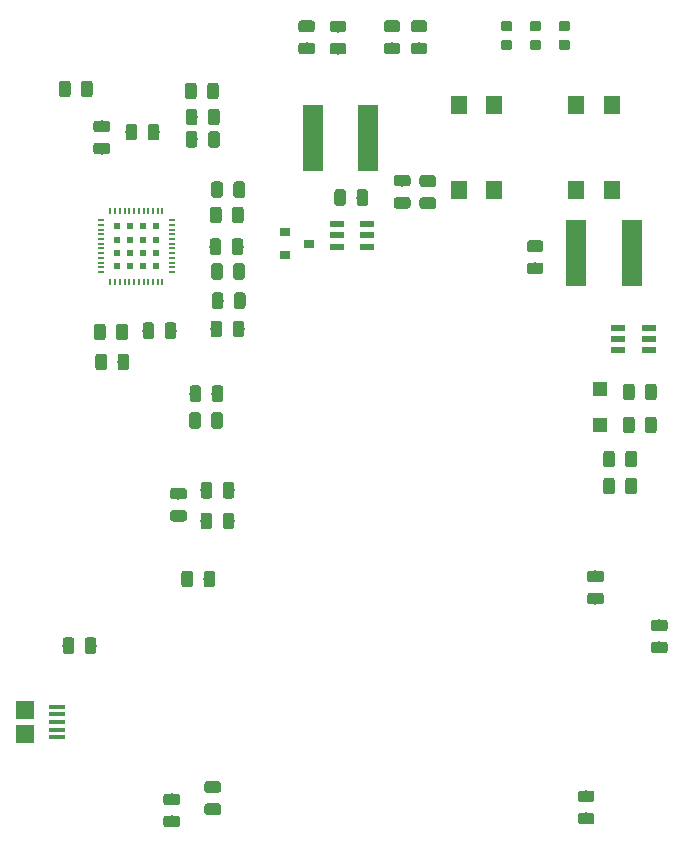
<source format=gbr>
G04 #@! TF.GenerationSoftware,KiCad,Pcbnew,(6.0.0-rc1-dev-1413-ga48e89956)*
G04 #@! TF.CreationDate,2019-11-22T20:47:01-07:00
G04 #@! TF.ProjectId,HAT_ver_6.0,4841545f-7665-4725-9f36-2e302e6b6963,6.0.4*
G04 #@! TF.SameCoordinates,Original*
G04 #@! TF.FileFunction,Paste,Top*
G04 #@! TF.FilePolarity,Positive*
%FSLAX46Y46*%
G04 Gerber Fmt 4.6, Leading zero omitted, Abs format (unit mm)*
G04 Created by KiCad (PCBNEW (6.0.0-rc1-dev-1413-ga48e89956)) date Friday, November 22, 2019 at 08:47:01 PM*
%MOMM*%
%LPD*%
G04 APERTURE LIST*
%ADD10C,0.100000*%
%ADD11C,0.975000*%
%ADD12R,1.400000X1.600000*%
%ADD13R,1.200000X0.600000*%
%ADD14R,1.800000X5.700000*%
%ADD15R,1.220000X1.250000*%
%ADD16R,0.610000X0.190000*%
%ADD17R,0.190000X0.610000*%
%ADD18R,0.194000X0.626000*%
%ADD19R,0.600750X0.600750*%
%ADD20R,0.900000X0.800000*%
%ADD21R,1.380000X0.450000*%
%ADD22R,1.550000X1.500000*%
%ADD23C,0.875000*%
G04 APERTURE END LIST*
D10*
G36*
X158181742Y-79006374D02*
G01*
X158205403Y-79009884D01*
X158228607Y-79015696D01*
X158251129Y-79023754D01*
X158272753Y-79033982D01*
X158293270Y-79046279D01*
X158312483Y-79060529D01*
X158330207Y-79076593D01*
X158346271Y-79094317D01*
X158360521Y-79113530D01*
X158372818Y-79134047D01*
X158383046Y-79155671D01*
X158391104Y-79178193D01*
X158396916Y-79201397D01*
X158400426Y-79225058D01*
X158401600Y-79248950D01*
X158401600Y-80161450D01*
X158400426Y-80185342D01*
X158396916Y-80209003D01*
X158391104Y-80232207D01*
X158383046Y-80254729D01*
X158372818Y-80276353D01*
X158360521Y-80296870D01*
X158346271Y-80316083D01*
X158330207Y-80333807D01*
X158312483Y-80349871D01*
X158293270Y-80364121D01*
X158272753Y-80376418D01*
X158251129Y-80386646D01*
X158228607Y-80394704D01*
X158205403Y-80400516D01*
X158181742Y-80404026D01*
X158157850Y-80405200D01*
X157670350Y-80405200D01*
X157646458Y-80404026D01*
X157622797Y-80400516D01*
X157599593Y-80394704D01*
X157577071Y-80386646D01*
X157555447Y-80376418D01*
X157534930Y-80364121D01*
X157515717Y-80349871D01*
X157497993Y-80333807D01*
X157481929Y-80316083D01*
X157467679Y-80296870D01*
X157455382Y-80276353D01*
X157445154Y-80254729D01*
X157437096Y-80232207D01*
X157431284Y-80209003D01*
X157427774Y-80185342D01*
X157426600Y-80161450D01*
X157426600Y-79248950D01*
X157427774Y-79225058D01*
X157431284Y-79201397D01*
X157437096Y-79178193D01*
X157445154Y-79155671D01*
X157455382Y-79134047D01*
X157467679Y-79113530D01*
X157481929Y-79094317D01*
X157497993Y-79076593D01*
X157515717Y-79060529D01*
X157534930Y-79046279D01*
X157555447Y-79033982D01*
X157577071Y-79023754D01*
X157599593Y-79015696D01*
X157622797Y-79009884D01*
X157646458Y-79006374D01*
X157670350Y-79005200D01*
X158157850Y-79005200D01*
X158181742Y-79006374D01*
X158181742Y-79006374D01*
G37*
D11*
X157914100Y-79705200D03*
D10*
G36*
X160056742Y-79006374D02*
G01*
X160080403Y-79009884D01*
X160103607Y-79015696D01*
X160126129Y-79023754D01*
X160147753Y-79033982D01*
X160168270Y-79046279D01*
X160187483Y-79060529D01*
X160205207Y-79076593D01*
X160221271Y-79094317D01*
X160235521Y-79113530D01*
X160247818Y-79134047D01*
X160258046Y-79155671D01*
X160266104Y-79178193D01*
X160271916Y-79201397D01*
X160275426Y-79225058D01*
X160276600Y-79248950D01*
X160276600Y-80161450D01*
X160275426Y-80185342D01*
X160271916Y-80209003D01*
X160266104Y-80232207D01*
X160258046Y-80254729D01*
X160247818Y-80276353D01*
X160235521Y-80296870D01*
X160221271Y-80316083D01*
X160205207Y-80333807D01*
X160187483Y-80349871D01*
X160168270Y-80364121D01*
X160147753Y-80376418D01*
X160126129Y-80386646D01*
X160103607Y-80394704D01*
X160080403Y-80400516D01*
X160056742Y-80404026D01*
X160032850Y-80405200D01*
X159545350Y-80405200D01*
X159521458Y-80404026D01*
X159497797Y-80400516D01*
X159474593Y-80394704D01*
X159452071Y-80386646D01*
X159430447Y-80376418D01*
X159409930Y-80364121D01*
X159390717Y-80349871D01*
X159372993Y-80333807D01*
X159356929Y-80316083D01*
X159342679Y-80296870D01*
X159330382Y-80276353D01*
X159320154Y-80254729D01*
X159312096Y-80232207D01*
X159306284Y-80209003D01*
X159302774Y-80185342D01*
X159301600Y-80161450D01*
X159301600Y-79248950D01*
X159302774Y-79225058D01*
X159306284Y-79201397D01*
X159312096Y-79178193D01*
X159320154Y-79155671D01*
X159330382Y-79134047D01*
X159342679Y-79113530D01*
X159356929Y-79094317D01*
X159372993Y-79076593D01*
X159390717Y-79060529D01*
X159409930Y-79046279D01*
X159430447Y-79033982D01*
X159452071Y-79023754D01*
X159474593Y-79015696D01*
X159497797Y-79009884D01*
X159521458Y-79006374D01*
X159545350Y-79005200D01*
X160032850Y-79005200D01*
X160056742Y-79006374D01*
X160056742Y-79006374D01*
G37*
D11*
X159789100Y-79705200D03*
D10*
G36*
X165808742Y-77821874D02*
G01*
X165832403Y-77825384D01*
X165855607Y-77831196D01*
X165878129Y-77839254D01*
X165899753Y-77849482D01*
X165920270Y-77861779D01*
X165939483Y-77876029D01*
X165957207Y-77892093D01*
X165973271Y-77909817D01*
X165987521Y-77929030D01*
X165999818Y-77949547D01*
X166010046Y-77971171D01*
X166018104Y-77993693D01*
X166023916Y-78016897D01*
X166027426Y-78040558D01*
X166028600Y-78064450D01*
X166028600Y-78551950D01*
X166027426Y-78575842D01*
X166023916Y-78599503D01*
X166018104Y-78622707D01*
X166010046Y-78645229D01*
X165999818Y-78666853D01*
X165987521Y-78687370D01*
X165973271Y-78706583D01*
X165957207Y-78724307D01*
X165939483Y-78740371D01*
X165920270Y-78754621D01*
X165899753Y-78766918D01*
X165878129Y-78777146D01*
X165855607Y-78785204D01*
X165832403Y-78791016D01*
X165808742Y-78794526D01*
X165784850Y-78795700D01*
X164872350Y-78795700D01*
X164848458Y-78794526D01*
X164824797Y-78791016D01*
X164801593Y-78785204D01*
X164779071Y-78777146D01*
X164757447Y-78766918D01*
X164736930Y-78754621D01*
X164717717Y-78740371D01*
X164699993Y-78724307D01*
X164683929Y-78706583D01*
X164669679Y-78687370D01*
X164657382Y-78666853D01*
X164647154Y-78645229D01*
X164639096Y-78622707D01*
X164633284Y-78599503D01*
X164629774Y-78575842D01*
X164628600Y-78551950D01*
X164628600Y-78064450D01*
X164629774Y-78040558D01*
X164633284Y-78016897D01*
X164639096Y-77993693D01*
X164647154Y-77971171D01*
X164657382Y-77949547D01*
X164669679Y-77929030D01*
X164683929Y-77909817D01*
X164699993Y-77892093D01*
X164717717Y-77876029D01*
X164736930Y-77861779D01*
X164757447Y-77849482D01*
X164779071Y-77839254D01*
X164801593Y-77831196D01*
X164824797Y-77825384D01*
X164848458Y-77821874D01*
X164872350Y-77820700D01*
X165784850Y-77820700D01*
X165808742Y-77821874D01*
X165808742Y-77821874D01*
G37*
D11*
X165328600Y-78308200D03*
D10*
G36*
X165808742Y-79696874D02*
G01*
X165832403Y-79700384D01*
X165855607Y-79706196D01*
X165878129Y-79714254D01*
X165899753Y-79724482D01*
X165920270Y-79736779D01*
X165939483Y-79751029D01*
X165957207Y-79767093D01*
X165973271Y-79784817D01*
X165987521Y-79804030D01*
X165999818Y-79824547D01*
X166010046Y-79846171D01*
X166018104Y-79868693D01*
X166023916Y-79891897D01*
X166027426Y-79915558D01*
X166028600Y-79939450D01*
X166028600Y-80426950D01*
X166027426Y-80450842D01*
X166023916Y-80474503D01*
X166018104Y-80497707D01*
X166010046Y-80520229D01*
X165999818Y-80541853D01*
X165987521Y-80562370D01*
X165973271Y-80581583D01*
X165957207Y-80599307D01*
X165939483Y-80615371D01*
X165920270Y-80629621D01*
X165899753Y-80641918D01*
X165878129Y-80652146D01*
X165855607Y-80660204D01*
X165832403Y-80666016D01*
X165808742Y-80669526D01*
X165784850Y-80670700D01*
X164872350Y-80670700D01*
X164848458Y-80669526D01*
X164824797Y-80666016D01*
X164801593Y-80660204D01*
X164779071Y-80652146D01*
X164757447Y-80641918D01*
X164736930Y-80629621D01*
X164717717Y-80615371D01*
X164699993Y-80599307D01*
X164683929Y-80581583D01*
X164669679Y-80562370D01*
X164657382Y-80541853D01*
X164647154Y-80520229D01*
X164639096Y-80497707D01*
X164633284Y-80474503D01*
X164629774Y-80450842D01*
X164628600Y-80426950D01*
X164628600Y-79939450D01*
X164629774Y-79915558D01*
X164633284Y-79891897D01*
X164639096Y-79868693D01*
X164647154Y-79846171D01*
X164657382Y-79824547D01*
X164669679Y-79804030D01*
X164683929Y-79784817D01*
X164699993Y-79767093D01*
X164717717Y-79751029D01*
X164736930Y-79736779D01*
X164757447Y-79724482D01*
X164779071Y-79714254D01*
X164801593Y-79706196D01*
X164824797Y-79700384D01*
X164848458Y-79696874D01*
X164872350Y-79695700D01*
X165784850Y-79695700D01*
X165808742Y-79696874D01*
X165808742Y-79696874D01*
G37*
D11*
X165328600Y-80183200D03*
D12*
X167936800Y-79054000D03*
X170936800Y-79054000D03*
X167936800Y-71854000D03*
X170936800Y-71854000D03*
D13*
X181427600Y-90744000D03*
X181427600Y-91694000D03*
X181427600Y-92644000D03*
X184027600Y-92644000D03*
X184027600Y-90744000D03*
X184027600Y-91694000D03*
X157602400Y-81955600D03*
X157602400Y-82905600D03*
X157602400Y-83855600D03*
X160202400Y-83855600D03*
X160202400Y-81955600D03*
X160202400Y-82905600D03*
D14*
X160287200Y-74676000D03*
X155587200Y-74676000D03*
D15*
X179882800Y-98958400D03*
X179882800Y-95958400D03*
D16*
X137665200Y-81620000D03*
X137665200Y-82020000D03*
X137665200Y-82420000D03*
X137665200Y-82820000D03*
X137665200Y-83220000D03*
X137665200Y-83620000D03*
X137665200Y-84020000D03*
X137665200Y-84420000D03*
X137665200Y-84820000D03*
X137665200Y-85220000D03*
X137665200Y-85620000D03*
X137665200Y-86020000D03*
D17*
X138465200Y-86820000D03*
X138865200Y-86820000D03*
X139265200Y-86820000D03*
X139665200Y-86820000D03*
X140065200Y-86820000D03*
X140465200Y-86820000D03*
X140865200Y-86820000D03*
X141265200Y-86820000D03*
X141665200Y-86820000D03*
X142065200Y-86820000D03*
X142465200Y-86820000D03*
X142865200Y-86820000D03*
D16*
X143665200Y-86020000D03*
X143665200Y-85620000D03*
X143665200Y-85220000D03*
X143665200Y-84820000D03*
X143665200Y-84420000D03*
X143665200Y-84020000D03*
X143665200Y-83620000D03*
X143665200Y-83220000D03*
X143665200Y-82820000D03*
X143665200Y-82420000D03*
X143665200Y-82020000D03*
X143665200Y-81620000D03*
D17*
X142865200Y-80820000D03*
D18*
X142465200Y-80820000D03*
D17*
X142065200Y-80820000D03*
X141665200Y-80820000D03*
X141265200Y-80820000D03*
X140865200Y-80820000D03*
X140465200Y-80820000D03*
X140065200Y-80820000D03*
X139665200Y-80820000D03*
X139265200Y-80820000D03*
X138865200Y-80820000D03*
X138465200Y-80820000D03*
D19*
X142333950Y-85488750D03*
X142333950Y-84376250D03*
X142333950Y-83263750D03*
X142333950Y-82151250D03*
X141221450Y-85488750D03*
X141221450Y-84376250D03*
X141221450Y-83263750D03*
X141221450Y-82151250D03*
X140108950Y-85488750D03*
X140108950Y-84376250D03*
X140108950Y-83263750D03*
X140108950Y-82151250D03*
X138996450Y-85488750D03*
X138996450Y-84376250D03*
X138996450Y-83263750D03*
X138996450Y-82151250D03*
D10*
G36*
X144117142Y-130171274D02*
G01*
X144140803Y-130174784D01*
X144164007Y-130180596D01*
X144186529Y-130188654D01*
X144208153Y-130198882D01*
X144228670Y-130211179D01*
X144247883Y-130225429D01*
X144265607Y-130241493D01*
X144281671Y-130259217D01*
X144295921Y-130278430D01*
X144308218Y-130298947D01*
X144318446Y-130320571D01*
X144326504Y-130343093D01*
X144332316Y-130366297D01*
X144335826Y-130389958D01*
X144337000Y-130413850D01*
X144337000Y-130901350D01*
X144335826Y-130925242D01*
X144332316Y-130948903D01*
X144326504Y-130972107D01*
X144318446Y-130994629D01*
X144308218Y-131016253D01*
X144295921Y-131036770D01*
X144281671Y-131055983D01*
X144265607Y-131073707D01*
X144247883Y-131089771D01*
X144228670Y-131104021D01*
X144208153Y-131116318D01*
X144186529Y-131126546D01*
X144164007Y-131134604D01*
X144140803Y-131140416D01*
X144117142Y-131143926D01*
X144093250Y-131145100D01*
X143180750Y-131145100D01*
X143156858Y-131143926D01*
X143133197Y-131140416D01*
X143109993Y-131134604D01*
X143087471Y-131126546D01*
X143065847Y-131116318D01*
X143045330Y-131104021D01*
X143026117Y-131089771D01*
X143008393Y-131073707D01*
X142992329Y-131055983D01*
X142978079Y-131036770D01*
X142965782Y-131016253D01*
X142955554Y-130994629D01*
X142947496Y-130972107D01*
X142941684Y-130948903D01*
X142938174Y-130925242D01*
X142937000Y-130901350D01*
X142937000Y-130413850D01*
X142938174Y-130389958D01*
X142941684Y-130366297D01*
X142947496Y-130343093D01*
X142955554Y-130320571D01*
X142965782Y-130298947D01*
X142978079Y-130278430D01*
X142992329Y-130259217D01*
X143008393Y-130241493D01*
X143026117Y-130225429D01*
X143045330Y-130211179D01*
X143065847Y-130198882D01*
X143087471Y-130188654D01*
X143109993Y-130180596D01*
X143133197Y-130174784D01*
X143156858Y-130171274D01*
X143180750Y-130170100D01*
X144093250Y-130170100D01*
X144117142Y-130171274D01*
X144117142Y-130171274D01*
G37*
D11*
X143637000Y-130657600D03*
D10*
G36*
X144117142Y-132046274D02*
G01*
X144140803Y-132049784D01*
X144164007Y-132055596D01*
X144186529Y-132063654D01*
X144208153Y-132073882D01*
X144228670Y-132086179D01*
X144247883Y-132100429D01*
X144265607Y-132116493D01*
X144281671Y-132134217D01*
X144295921Y-132153430D01*
X144308218Y-132173947D01*
X144318446Y-132195571D01*
X144326504Y-132218093D01*
X144332316Y-132241297D01*
X144335826Y-132264958D01*
X144337000Y-132288850D01*
X144337000Y-132776350D01*
X144335826Y-132800242D01*
X144332316Y-132823903D01*
X144326504Y-132847107D01*
X144318446Y-132869629D01*
X144308218Y-132891253D01*
X144295921Y-132911770D01*
X144281671Y-132930983D01*
X144265607Y-132948707D01*
X144247883Y-132964771D01*
X144228670Y-132979021D01*
X144208153Y-132991318D01*
X144186529Y-133001546D01*
X144164007Y-133009604D01*
X144140803Y-133015416D01*
X144117142Y-133018926D01*
X144093250Y-133020100D01*
X143180750Y-133020100D01*
X143156858Y-133018926D01*
X143133197Y-133015416D01*
X143109993Y-133009604D01*
X143087471Y-133001546D01*
X143065847Y-132991318D01*
X143045330Y-132979021D01*
X143026117Y-132964771D01*
X143008393Y-132948707D01*
X142992329Y-132930983D01*
X142978079Y-132911770D01*
X142965782Y-132891253D01*
X142955554Y-132869629D01*
X142947496Y-132847107D01*
X142941684Y-132823903D01*
X142938174Y-132800242D01*
X142937000Y-132776350D01*
X142937000Y-132288850D01*
X142938174Y-132264958D01*
X142941684Y-132241297D01*
X142947496Y-132218093D01*
X142955554Y-132195571D01*
X142965782Y-132173947D01*
X142978079Y-132153430D01*
X142992329Y-132134217D01*
X143008393Y-132116493D01*
X143026117Y-132100429D01*
X143045330Y-132086179D01*
X143065847Y-132073882D01*
X143087471Y-132063654D01*
X143109993Y-132055596D01*
X143133197Y-132049784D01*
X143156858Y-132046274D01*
X143180750Y-132045100D01*
X144093250Y-132045100D01*
X144117142Y-132046274D01*
X144117142Y-132046274D01*
G37*
D11*
X143637000Y-132532600D03*
D10*
G36*
X163649742Y-77796474D02*
G01*
X163673403Y-77799984D01*
X163696607Y-77805796D01*
X163719129Y-77813854D01*
X163740753Y-77824082D01*
X163761270Y-77836379D01*
X163780483Y-77850629D01*
X163798207Y-77866693D01*
X163814271Y-77884417D01*
X163828521Y-77903630D01*
X163840818Y-77924147D01*
X163851046Y-77945771D01*
X163859104Y-77968293D01*
X163864916Y-77991497D01*
X163868426Y-78015158D01*
X163869600Y-78039050D01*
X163869600Y-78526550D01*
X163868426Y-78550442D01*
X163864916Y-78574103D01*
X163859104Y-78597307D01*
X163851046Y-78619829D01*
X163840818Y-78641453D01*
X163828521Y-78661970D01*
X163814271Y-78681183D01*
X163798207Y-78698907D01*
X163780483Y-78714971D01*
X163761270Y-78729221D01*
X163740753Y-78741518D01*
X163719129Y-78751746D01*
X163696607Y-78759804D01*
X163673403Y-78765616D01*
X163649742Y-78769126D01*
X163625850Y-78770300D01*
X162713350Y-78770300D01*
X162689458Y-78769126D01*
X162665797Y-78765616D01*
X162642593Y-78759804D01*
X162620071Y-78751746D01*
X162598447Y-78741518D01*
X162577930Y-78729221D01*
X162558717Y-78714971D01*
X162540993Y-78698907D01*
X162524929Y-78681183D01*
X162510679Y-78661970D01*
X162498382Y-78641453D01*
X162488154Y-78619829D01*
X162480096Y-78597307D01*
X162474284Y-78574103D01*
X162470774Y-78550442D01*
X162469600Y-78526550D01*
X162469600Y-78039050D01*
X162470774Y-78015158D01*
X162474284Y-77991497D01*
X162480096Y-77968293D01*
X162488154Y-77945771D01*
X162498382Y-77924147D01*
X162510679Y-77903630D01*
X162524929Y-77884417D01*
X162540993Y-77866693D01*
X162558717Y-77850629D01*
X162577930Y-77836379D01*
X162598447Y-77824082D01*
X162620071Y-77813854D01*
X162642593Y-77805796D01*
X162665797Y-77799984D01*
X162689458Y-77796474D01*
X162713350Y-77795300D01*
X163625850Y-77795300D01*
X163649742Y-77796474D01*
X163649742Y-77796474D01*
G37*
D11*
X163169600Y-78282800D03*
D10*
G36*
X163649742Y-79671474D02*
G01*
X163673403Y-79674984D01*
X163696607Y-79680796D01*
X163719129Y-79688854D01*
X163740753Y-79699082D01*
X163761270Y-79711379D01*
X163780483Y-79725629D01*
X163798207Y-79741693D01*
X163814271Y-79759417D01*
X163828521Y-79778630D01*
X163840818Y-79799147D01*
X163851046Y-79820771D01*
X163859104Y-79843293D01*
X163864916Y-79866497D01*
X163868426Y-79890158D01*
X163869600Y-79914050D01*
X163869600Y-80401550D01*
X163868426Y-80425442D01*
X163864916Y-80449103D01*
X163859104Y-80472307D01*
X163851046Y-80494829D01*
X163840818Y-80516453D01*
X163828521Y-80536970D01*
X163814271Y-80556183D01*
X163798207Y-80573907D01*
X163780483Y-80589971D01*
X163761270Y-80604221D01*
X163740753Y-80616518D01*
X163719129Y-80626746D01*
X163696607Y-80634804D01*
X163673403Y-80640616D01*
X163649742Y-80644126D01*
X163625850Y-80645300D01*
X162713350Y-80645300D01*
X162689458Y-80644126D01*
X162665797Y-80640616D01*
X162642593Y-80634804D01*
X162620071Y-80626746D01*
X162598447Y-80616518D01*
X162577930Y-80604221D01*
X162558717Y-80589971D01*
X162540993Y-80573907D01*
X162524929Y-80556183D01*
X162510679Y-80536970D01*
X162498382Y-80516453D01*
X162488154Y-80494829D01*
X162480096Y-80472307D01*
X162474284Y-80449103D01*
X162470774Y-80425442D01*
X162469600Y-80401550D01*
X162469600Y-79914050D01*
X162470774Y-79890158D01*
X162474284Y-79866497D01*
X162480096Y-79843293D01*
X162488154Y-79820771D01*
X162498382Y-79799147D01*
X162510679Y-79778630D01*
X162524929Y-79759417D01*
X162540993Y-79741693D01*
X162558717Y-79725629D01*
X162577930Y-79711379D01*
X162598447Y-79699082D01*
X162620071Y-79688854D01*
X162642593Y-79680796D01*
X162665797Y-79674984D01*
X162689458Y-79671474D01*
X162713350Y-79670300D01*
X163625850Y-79670300D01*
X163649742Y-79671474D01*
X163649742Y-79671474D01*
G37*
D11*
X163169600Y-80157800D03*
D20*
X153244800Y-82666800D03*
X153244800Y-84566800D03*
X155244800Y-83616800D03*
D10*
G36*
X185417542Y-117316574D02*
G01*
X185441203Y-117320084D01*
X185464407Y-117325896D01*
X185486929Y-117333954D01*
X185508553Y-117344182D01*
X185529070Y-117356479D01*
X185548283Y-117370729D01*
X185566007Y-117386793D01*
X185582071Y-117404517D01*
X185596321Y-117423730D01*
X185608618Y-117444247D01*
X185618846Y-117465871D01*
X185626904Y-117488393D01*
X185632716Y-117511597D01*
X185636226Y-117535258D01*
X185637400Y-117559150D01*
X185637400Y-118046650D01*
X185636226Y-118070542D01*
X185632716Y-118094203D01*
X185626904Y-118117407D01*
X185618846Y-118139929D01*
X185608618Y-118161553D01*
X185596321Y-118182070D01*
X185582071Y-118201283D01*
X185566007Y-118219007D01*
X185548283Y-118235071D01*
X185529070Y-118249321D01*
X185508553Y-118261618D01*
X185486929Y-118271846D01*
X185464407Y-118279904D01*
X185441203Y-118285716D01*
X185417542Y-118289226D01*
X185393650Y-118290400D01*
X184481150Y-118290400D01*
X184457258Y-118289226D01*
X184433597Y-118285716D01*
X184410393Y-118279904D01*
X184387871Y-118271846D01*
X184366247Y-118261618D01*
X184345730Y-118249321D01*
X184326517Y-118235071D01*
X184308793Y-118219007D01*
X184292729Y-118201283D01*
X184278479Y-118182070D01*
X184266182Y-118161553D01*
X184255954Y-118139929D01*
X184247896Y-118117407D01*
X184242084Y-118094203D01*
X184238574Y-118070542D01*
X184237400Y-118046650D01*
X184237400Y-117559150D01*
X184238574Y-117535258D01*
X184242084Y-117511597D01*
X184247896Y-117488393D01*
X184255954Y-117465871D01*
X184266182Y-117444247D01*
X184278479Y-117423730D01*
X184292729Y-117404517D01*
X184308793Y-117386793D01*
X184326517Y-117370729D01*
X184345730Y-117356479D01*
X184366247Y-117344182D01*
X184387871Y-117333954D01*
X184410393Y-117325896D01*
X184433597Y-117320084D01*
X184457258Y-117316574D01*
X184481150Y-117315400D01*
X185393650Y-117315400D01*
X185417542Y-117316574D01*
X185417542Y-117316574D01*
G37*
D11*
X184937400Y-117802900D03*
D10*
G36*
X185417542Y-115441574D02*
G01*
X185441203Y-115445084D01*
X185464407Y-115450896D01*
X185486929Y-115458954D01*
X185508553Y-115469182D01*
X185529070Y-115481479D01*
X185548283Y-115495729D01*
X185566007Y-115511793D01*
X185582071Y-115529517D01*
X185596321Y-115548730D01*
X185608618Y-115569247D01*
X185618846Y-115590871D01*
X185626904Y-115613393D01*
X185632716Y-115636597D01*
X185636226Y-115660258D01*
X185637400Y-115684150D01*
X185637400Y-116171650D01*
X185636226Y-116195542D01*
X185632716Y-116219203D01*
X185626904Y-116242407D01*
X185618846Y-116264929D01*
X185608618Y-116286553D01*
X185596321Y-116307070D01*
X185582071Y-116326283D01*
X185566007Y-116344007D01*
X185548283Y-116360071D01*
X185529070Y-116374321D01*
X185508553Y-116386618D01*
X185486929Y-116396846D01*
X185464407Y-116404904D01*
X185441203Y-116410716D01*
X185417542Y-116414226D01*
X185393650Y-116415400D01*
X184481150Y-116415400D01*
X184457258Y-116414226D01*
X184433597Y-116410716D01*
X184410393Y-116404904D01*
X184387871Y-116396846D01*
X184366247Y-116386618D01*
X184345730Y-116374321D01*
X184326517Y-116360071D01*
X184308793Y-116344007D01*
X184292729Y-116326283D01*
X184278479Y-116307070D01*
X184266182Y-116286553D01*
X184255954Y-116264929D01*
X184247896Y-116242407D01*
X184242084Y-116219203D01*
X184238574Y-116195542D01*
X184237400Y-116171650D01*
X184237400Y-115684150D01*
X184238574Y-115660258D01*
X184242084Y-115636597D01*
X184247896Y-115613393D01*
X184255954Y-115590871D01*
X184266182Y-115569247D01*
X184278479Y-115548730D01*
X184292729Y-115529517D01*
X184308793Y-115511793D01*
X184326517Y-115495729D01*
X184345730Y-115481479D01*
X184366247Y-115469182D01*
X184387871Y-115458954D01*
X184410393Y-115450896D01*
X184433597Y-115445084D01*
X184457258Y-115441574D01*
X184481150Y-115440400D01*
X185393650Y-115440400D01*
X185417542Y-115441574D01*
X185417542Y-115441574D01*
G37*
D11*
X184937400Y-115927900D03*
D10*
G36*
X145608742Y-74078774D02*
G01*
X145632403Y-74082284D01*
X145655607Y-74088096D01*
X145678129Y-74096154D01*
X145699753Y-74106382D01*
X145720270Y-74118679D01*
X145739483Y-74132929D01*
X145757207Y-74148993D01*
X145773271Y-74166717D01*
X145787521Y-74185930D01*
X145799818Y-74206447D01*
X145810046Y-74228071D01*
X145818104Y-74250593D01*
X145823916Y-74273797D01*
X145827426Y-74297458D01*
X145828600Y-74321350D01*
X145828600Y-75233850D01*
X145827426Y-75257742D01*
X145823916Y-75281403D01*
X145818104Y-75304607D01*
X145810046Y-75327129D01*
X145799818Y-75348753D01*
X145787521Y-75369270D01*
X145773271Y-75388483D01*
X145757207Y-75406207D01*
X145739483Y-75422271D01*
X145720270Y-75436521D01*
X145699753Y-75448818D01*
X145678129Y-75459046D01*
X145655607Y-75467104D01*
X145632403Y-75472916D01*
X145608742Y-75476426D01*
X145584850Y-75477600D01*
X145097350Y-75477600D01*
X145073458Y-75476426D01*
X145049797Y-75472916D01*
X145026593Y-75467104D01*
X145004071Y-75459046D01*
X144982447Y-75448818D01*
X144961930Y-75436521D01*
X144942717Y-75422271D01*
X144924993Y-75406207D01*
X144908929Y-75388483D01*
X144894679Y-75369270D01*
X144882382Y-75348753D01*
X144872154Y-75327129D01*
X144864096Y-75304607D01*
X144858284Y-75281403D01*
X144854774Y-75257742D01*
X144853600Y-75233850D01*
X144853600Y-74321350D01*
X144854774Y-74297458D01*
X144858284Y-74273797D01*
X144864096Y-74250593D01*
X144872154Y-74228071D01*
X144882382Y-74206447D01*
X144894679Y-74185930D01*
X144908929Y-74166717D01*
X144924993Y-74148993D01*
X144942717Y-74132929D01*
X144961930Y-74118679D01*
X144982447Y-74106382D01*
X145004071Y-74096154D01*
X145026593Y-74088096D01*
X145049797Y-74082284D01*
X145073458Y-74078774D01*
X145097350Y-74077600D01*
X145584850Y-74077600D01*
X145608742Y-74078774D01*
X145608742Y-74078774D01*
G37*
D11*
X145341100Y-74777600D03*
D10*
G36*
X147483742Y-74078774D02*
G01*
X147507403Y-74082284D01*
X147530607Y-74088096D01*
X147553129Y-74096154D01*
X147574753Y-74106382D01*
X147595270Y-74118679D01*
X147614483Y-74132929D01*
X147632207Y-74148993D01*
X147648271Y-74166717D01*
X147662521Y-74185930D01*
X147674818Y-74206447D01*
X147685046Y-74228071D01*
X147693104Y-74250593D01*
X147698916Y-74273797D01*
X147702426Y-74297458D01*
X147703600Y-74321350D01*
X147703600Y-75233850D01*
X147702426Y-75257742D01*
X147698916Y-75281403D01*
X147693104Y-75304607D01*
X147685046Y-75327129D01*
X147674818Y-75348753D01*
X147662521Y-75369270D01*
X147648271Y-75388483D01*
X147632207Y-75406207D01*
X147614483Y-75422271D01*
X147595270Y-75436521D01*
X147574753Y-75448818D01*
X147553129Y-75459046D01*
X147530607Y-75467104D01*
X147507403Y-75472916D01*
X147483742Y-75476426D01*
X147459850Y-75477600D01*
X146972350Y-75477600D01*
X146948458Y-75476426D01*
X146924797Y-75472916D01*
X146901593Y-75467104D01*
X146879071Y-75459046D01*
X146857447Y-75448818D01*
X146836930Y-75436521D01*
X146817717Y-75422271D01*
X146799993Y-75406207D01*
X146783929Y-75388483D01*
X146769679Y-75369270D01*
X146757382Y-75348753D01*
X146747154Y-75327129D01*
X146739096Y-75304607D01*
X146733284Y-75281403D01*
X146729774Y-75257742D01*
X146728600Y-75233850D01*
X146728600Y-74321350D01*
X146729774Y-74297458D01*
X146733284Y-74273797D01*
X146739096Y-74250593D01*
X146747154Y-74228071D01*
X146757382Y-74206447D01*
X146769679Y-74185930D01*
X146783929Y-74166717D01*
X146799993Y-74148993D01*
X146817717Y-74132929D01*
X146836930Y-74118679D01*
X146857447Y-74106382D01*
X146879071Y-74096154D01*
X146901593Y-74088096D01*
X146924797Y-74082284D01*
X146948458Y-74078774D01*
X146972350Y-74077600D01*
X147459850Y-74077600D01*
X147483742Y-74078774D01*
X147483742Y-74078774D01*
G37*
D11*
X147216100Y-74777600D03*
D10*
G36*
X145608742Y-72199174D02*
G01*
X145632403Y-72202684D01*
X145655607Y-72208496D01*
X145678129Y-72216554D01*
X145699753Y-72226782D01*
X145720270Y-72239079D01*
X145739483Y-72253329D01*
X145757207Y-72269393D01*
X145773271Y-72287117D01*
X145787521Y-72306330D01*
X145799818Y-72326847D01*
X145810046Y-72348471D01*
X145818104Y-72370993D01*
X145823916Y-72394197D01*
X145827426Y-72417858D01*
X145828600Y-72441750D01*
X145828600Y-73354250D01*
X145827426Y-73378142D01*
X145823916Y-73401803D01*
X145818104Y-73425007D01*
X145810046Y-73447529D01*
X145799818Y-73469153D01*
X145787521Y-73489670D01*
X145773271Y-73508883D01*
X145757207Y-73526607D01*
X145739483Y-73542671D01*
X145720270Y-73556921D01*
X145699753Y-73569218D01*
X145678129Y-73579446D01*
X145655607Y-73587504D01*
X145632403Y-73593316D01*
X145608742Y-73596826D01*
X145584850Y-73598000D01*
X145097350Y-73598000D01*
X145073458Y-73596826D01*
X145049797Y-73593316D01*
X145026593Y-73587504D01*
X145004071Y-73579446D01*
X144982447Y-73569218D01*
X144961930Y-73556921D01*
X144942717Y-73542671D01*
X144924993Y-73526607D01*
X144908929Y-73508883D01*
X144894679Y-73489670D01*
X144882382Y-73469153D01*
X144872154Y-73447529D01*
X144864096Y-73425007D01*
X144858284Y-73401803D01*
X144854774Y-73378142D01*
X144853600Y-73354250D01*
X144853600Y-72441750D01*
X144854774Y-72417858D01*
X144858284Y-72394197D01*
X144864096Y-72370993D01*
X144872154Y-72348471D01*
X144882382Y-72326847D01*
X144894679Y-72306330D01*
X144908929Y-72287117D01*
X144924993Y-72269393D01*
X144942717Y-72253329D01*
X144961930Y-72239079D01*
X144982447Y-72226782D01*
X145004071Y-72216554D01*
X145026593Y-72208496D01*
X145049797Y-72202684D01*
X145073458Y-72199174D01*
X145097350Y-72198000D01*
X145584850Y-72198000D01*
X145608742Y-72199174D01*
X145608742Y-72199174D01*
G37*
D11*
X145341100Y-72898000D03*
D10*
G36*
X147483742Y-72199174D02*
G01*
X147507403Y-72202684D01*
X147530607Y-72208496D01*
X147553129Y-72216554D01*
X147574753Y-72226782D01*
X147595270Y-72239079D01*
X147614483Y-72253329D01*
X147632207Y-72269393D01*
X147648271Y-72287117D01*
X147662521Y-72306330D01*
X147674818Y-72326847D01*
X147685046Y-72348471D01*
X147693104Y-72370993D01*
X147698916Y-72394197D01*
X147702426Y-72417858D01*
X147703600Y-72441750D01*
X147703600Y-73354250D01*
X147702426Y-73378142D01*
X147698916Y-73401803D01*
X147693104Y-73425007D01*
X147685046Y-73447529D01*
X147674818Y-73469153D01*
X147662521Y-73489670D01*
X147648271Y-73508883D01*
X147632207Y-73526607D01*
X147614483Y-73542671D01*
X147595270Y-73556921D01*
X147574753Y-73569218D01*
X147553129Y-73579446D01*
X147530607Y-73587504D01*
X147507403Y-73593316D01*
X147483742Y-73596826D01*
X147459850Y-73598000D01*
X146972350Y-73598000D01*
X146948458Y-73596826D01*
X146924797Y-73593316D01*
X146901593Y-73587504D01*
X146879071Y-73579446D01*
X146857447Y-73569218D01*
X146836930Y-73556921D01*
X146817717Y-73542671D01*
X146799993Y-73526607D01*
X146783929Y-73508883D01*
X146769679Y-73489670D01*
X146757382Y-73469153D01*
X146747154Y-73447529D01*
X146739096Y-73425007D01*
X146733284Y-73401803D01*
X146729774Y-73378142D01*
X146728600Y-73354250D01*
X146728600Y-72441750D01*
X146729774Y-72417858D01*
X146733284Y-72394197D01*
X146739096Y-72370993D01*
X146747154Y-72348471D01*
X146757382Y-72326847D01*
X146769679Y-72306330D01*
X146783929Y-72287117D01*
X146799993Y-72269393D01*
X146817717Y-72253329D01*
X146836930Y-72239079D01*
X146857447Y-72226782D01*
X146879071Y-72216554D01*
X146901593Y-72208496D01*
X146924797Y-72202684D01*
X146948458Y-72199174D01*
X146972350Y-72198000D01*
X147459850Y-72198000D01*
X147483742Y-72199174D01*
X147483742Y-72199174D01*
G37*
D11*
X147216100Y-72898000D03*
D10*
G36*
X138198942Y-73201374D02*
G01*
X138222603Y-73204884D01*
X138245807Y-73210696D01*
X138268329Y-73218754D01*
X138289953Y-73228982D01*
X138310470Y-73241279D01*
X138329683Y-73255529D01*
X138347407Y-73271593D01*
X138363471Y-73289317D01*
X138377721Y-73308530D01*
X138390018Y-73329047D01*
X138400246Y-73350671D01*
X138408304Y-73373193D01*
X138414116Y-73396397D01*
X138417626Y-73420058D01*
X138418800Y-73443950D01*
X138418800Y-73931450D01*
X138417626Y-73955342D01*
X138414116Y-73979003D01*
X138408304Y-74002207D01*
X138400246Y-74024729D01*
X138390018Y-74046353D01*
X138377721Y-74066870D01*
X138363471Y-74086083D01*
X138347407Y-74103807D01*
X138329683Y-74119871D01*
X138310470Y-74134121D01*
X138289953Y-74146418D01*
X138268329Y-74156646D01*
X138245807Y-74164704D01*
X138222603Y-74170516D01*
X138198942Y-74174026D01*
X138175050Y-74175200D01*
X137262550Y-74175200D01*
X137238658Y-74174026D01*
X137214997Y-74170516D01*
X137191793Y-74164704D01*
X137169271Y-74156646D01*
X137147647Y-74146418D01*
X137127130Y-74134121D01*
X137107917Y-74119871D01*
X137090193Y-74103807D01*
X137074129Y-74086083D01*
X137059879Y-74066870D01*
X137047582Y-74046353D01*
X137037354Y-74024729D01*
X137029296Y-74002207D01*
X137023484Y-73979003D01*
X137019974Y-73955342D01*
X137018800Y-73931450D01*
X137018800Y-73443950D01*
X137019974Y-73420058D01*
X137023484Y-73396397D01*
X137029296Y-73373193D01*
X137037354Y-73350671D01*
X137047582Y-73329047D01*
X137059879Y-73308530D01*
X137074129Y-73289317D01*
X137090193Y-73271593D01*
X137107917Y-73255529D01*
X137127130Y-73241279D01*
X137147647Y-73228982D01*
X137169271Y-73218754D01*
X137191793Y-73210696D01*
X137214997Y-73204884D01*
X137238658Y-73201374D01*
X137262550Y-73200200D01*
X138175050Y-73200200D01*
X138198942Y-73201374D01*
X138198942Y-73201374D01*
G37*
D11*
X137718800Y-73687700D03*
D10*
G36*
X138198942Y-75076374D02*
G01*
X138222603Y-75079884D01*
X138245807Y-75085696D01*
X138268329Y-75093754D01*
X138289953Y-75103982D01*
X138310470Y-75116279D01*
X138329683Y-75130529D01*
X138347407Y-75146593D01*
X138363471Y-75164317D01*
X138377721Y-75183530D01*
X138390018Y-75204047D01*
X138400246Y-75225671D01*
X138408304Y-75248193D01*
X138414116Y-75271397D01*
X138417626Y-75295058D01*
X138418800Y-75318950D01*
X138418800Y-75806450D01*
X138417626Y-75830342D01*
X138414116Y-75854003D01*
X138408304Y-75877207D01*
X138400246Y-75899729D01*
X138390018Y-75921353D01*
X138377721Y-75941870D01*
X138363471Y-75961083D01*
X138347407Y-75978807D01*
X138329683Y-75994871D01*
X138310470Y-76009121D01*
X138289953Y-76021418D01*
X138268329Y-76031646D01*
X138245807Y-76039704D01*
X138222603Y-76045516D01*
X138198942Y-76049026D01*
X138175050Y-76050200D01*
X137262550Y-76050200D01*
X137238658Y-76049026D01*
X137214997Y-76045516D01*
X137191793Y-76039704D01*
X137169271Y-76031646D01*
X137147647Y-76021418D01*
X137127130Y-76009121D01*
X137107917Y-75994871D01*
X137090193Y-75978807D01*
X137074129Y-75961083D01*
X137059879Y-75941870D01*
X137047582Y-75921353D01*
X137037354Y-75899729D01*
X137029296Y-75877207D01*
X137023484Y-75854003D01*
X137019974Y-75830342D01*
X137018800Y-75806450D01*
X137018800Y-75318950D01*
X137019974Y-75295058D01*
X137023484Y-75271397D01*
X137029296Y-75248193D01*
X137037354Y-75225671D01*
X137047582Y-75204047D01*
X137059879Y-75183530D01*
X137074129Y-75164317D01*
X137090193Y-75146593D01*
X137107917Y-75130529D01*
X137127130Y-75116279D01*
X137147647Y-75103982D01*
X137169271Y-75093754D01*
X137191793Y-75085696D01*
X137214997Y-75079884D01*
X137238658Y-75076374D01*
X137262550Y-75075200D01*
X138175050Y-75075200D01*
X138198942Y-75076374D01*
X138198942Y-75076374D01*
G37*
D11*
X137718800Y-75562700D03*
D10*
G36*
X174901942Y-85210974D02*
G01*
X174925603Y-85214484D01*
X174948807Y-85220296D01*
X174971329Y-85228354D01*
X174992953Y-85238582D01*
X175013470Y-85250879D01*
X175032683Y-85265129D01*
X175050407Y-85281193D01*
X175066471Y-85298917D01*
X175080721Y-85318130D01*
X175093018Y-85338647D01*
X175103246Y-85360271D01*
X175111304Y-85382793D01*
X175117116Y-85405997D01*
X175120626Y-85429658D01*
X175121800Y-85453550D01*
X175121800Y-85941050D01*
X175120626Y-85964942D01*
X175117116Y-85988603D01*
X175111304Y-86011807D01*
X175103246Y-86034329D01*
X175093018Y-86055953D01*
X175080721Y-86076470D01*
X175066471Y-86095683D01*
X175050407Y-86113407D01*
X175032683Y-86129471D01*
X175013470Y-86143721D01*
X174992953Y-86156018D01*
X174971329Y-86166246D01*
X174948807Y-86174304D01*
X174925603Y-86180116D01*
X174901942Y-86183626D01*
X174878050Y-86184800D01*
X173965550Y-86184800D01*
X173941658Y-86183626D01*
X173917997Y-86180116D01*
X173894793Y-86174304D01*
X173872271Y-86166246D01*
X173850647Y-86156018D01*
X173830130Y-86143721D01*
X173810917Y-86129471D01*
X173793193Y-86113407D01*
X173777129Y-86095683D01*
X173762879Y-86076470D01*
X173750582Y-86055953D01*
X173740354Y-86034329D01*
X173732296Y-86011807D01*
X173726484Y-85988603D01*
X173722974Y-85964942D01*
X173721800Y-85941050D01*
X173721800Y-85453550D01*
X173722974Y-85429658D01*
X173726484Y-85405997D01*
X173732296Y-85382793D01*
X173740354Y-85360271D01*
X173750582Y-85338647D01*
X173762879Y-85318130D01*
X173777129Y-85298917D01*
X173793193Y-85281193D01*
X173810917Y-85265129D01*
X173830130Y-85250879D01*
X173850647Y-85238582D01*
X173872271Y-85228354D01*
X173894793Y-85220296D01*
X173917997Y-85214484D01*
X173941658Y-85210974D01*
X173965550Y-85209800D01*
X174878050Y-85209800D01*
X174901942Y-85210974D01*
X174901942Y-85210974D01*
G37*
D11*
X174421800Y-85697300D03*
D10*
G36*
X174901942Y-83335974D02*
G01*
X174925603Y-83339484D01*
X174948807Y-83345296D01*
X174971329Y-83353354D01*
X174992953Y-83363582D01*
X175013470Y-83375879D01*
X175032683Y-83390129D01*
X175050407Y-83406193D01*
X175066471Y-83423917D01*
X175080721Y-83443130D01*
X175093018Y-83463647D01*
X175103246Y-83485271D01*
X175111304Y-83507793D01*
X175117116Y-83530997D01*
X175120626Y-83554658D01*
X175121800Y-83578550D01*
X175121800Y-84066050D01*
X175120626Y-84089942D01*
X175117116Y-84113603D01*
X175111304Y-84136807D01*
X175103246Y-84159329D01*
X175093018Y-84180953D01*
X175080721Y-84201470D01*
X175066471Y-84220683D01*
X175050407Y-84238407D01*
X175032683Y-84254471D01*
X175013470Y-84268721D01*
X174992953Y-84281018D01*
X174971329Y-84291246D01*
X174948807Y-84299304D01*
X174925603Y-84305116D01*
X174901942Y-84308626D01*
X174878050Y-84309800D01*
X173965550Y-84309800D01*
X173941658Y-84308626D01*
X173917997Y-84305116D01*
X173894793Y-84299304D01*
X173872271Y-84291246D01*
X173850647Y-84281018D01*
X173830130Y-84268721D01*
X173810917Y-84254471D01*
X173793193Y-84238407D01*
X173777129Y-84220683D01*
X173762879Y-84201470D01*
X173750582Y-84180953D01*
X173740354Y-84159329D01*
X173732296Y-84136807D01*
X173726484Y-84113603D01*
X173722974Y-84089942D01*
X173721800Y-84066050D01*
X173721800Y-83578550D01*
X173722974Y-83554658D01*
X173726484Y-83530997D01*
X173732296Y-83507793D01*
X173740354Y-83485271D01*
X173750582Y-83463647D01*
X173762879Y-83443130D01*
X173777129Y-83423917D01*
X173793193Y-83406193D01*
X173810917Y-83390129D01*
X173830130Y-83375879D01*
X173850647Y-83363582D01*
X173872271Y-83353354D01*
X173894793Y-83345296D01*
X173917997Y-83339484D01*
X173941658Y-83335974D01*
X173965550Y-83334800D01*
X174878050Y-83334800D01*
X174901942Y-83335974D01*
X174901942Y-83335974D01*
G37*
D11*
X174421800Y-83822300D03*
D10*
G36*
X147700942Y-90131574D02*
G01*
X147724603Y-90135084D01*
X147747807Y-90140896D01*
X147770329Y-90148954D01*
X147791953Y-90159182D01*
X147812470Y-90171479D01*
X147831683Y-90185729D01*
X147849407Y-90201793D01*
X147865471Y-90219517D01*
X147879721Y-90238730D01*
X147892018Y-90259247D01*
X147902246Y-90280871D01*
X147910304Y-90303393D01*
X147916116Y-90326597D01*
X147919626Y-90350258D01*
X147920800Y-90374150D01*
X147920800Y-91286650D01*
X147919626Y-91310542D01*
X147916116Y-91334203D01*
X147910304Y-91357407D01*
X147902246Y-91379929D01*
X147892018Y-91401553D01*
X147879721Y-91422070D01*
X147865471Y-91441283D01*
X147849407Y-91459007D01*
X147831683Y-91475071D01*
X147812470Y-91489321D01*
X147791953Y-91501618D01*
X147770329Y-91511846D01*
X147747807Y-91519904D01*
X147724603Y-91525716D01*
X147700942Y-91529226D01*
X147677050Y-91530400D01*
X147189550Y-91530400D01*
X147165658Y-91529226D01*
X147141997Y-91525716D01*
X147118793Y-91519904D01*
X147096271Y-91511846D01*
X147074647Y-91501618D01*
X147054130Y-91489321D01*
X147034917Y-91475071D01*
X147017193Y-91459007D01*
X147001129Y-91441283D01*
X146986879Y-91422070D01*
X146974582Y-91401553D01*
X146964354Y-91379929D01*
X146956296Y-91357407D01*
X146950484Y-91334203D01*
X146946974Y-91310542D01*
X146945800Y-91286650D01*
X146945800Y-90374150D01*
X146946974Y-90350258D01*
X146950484Y-90326597D01*
X146956296Y-90303393D01*
X146964354Y-90280871D01*
X146974582Y-90259247D01*
X146986879Y-90238730D01*
X147001129Y-90219517D01*
X147017193Y-90201793D01*
X147034917Y-90185729D01*
X147054130Y-90171479D01*
X147074647Y-90159182D01*
X147096271Y-90148954D01*
X147118793Y-90140896D01*
X147141997Y-90135084D01*
X147165658Y-90131574D01*
X147189550Y-90130400D01*
X147677050Y-90130400D01*
X147700942Y-90131574D01*
X147700942Y-90131574D01*
G37*
D11*
X147433300Y-90830400D03*
D10*
G36*
X149575942Y-90131574D02*
G01*
X149599603Y-90135084D01*
X149622807Y-90140896D01*
X149645329Y-90148954D01*
X149666953Y-90159182D01*
X149687470Y-90171479D01*
X149706683Y-90185729D01*
X149724407Y-90201793D01*
X149740471Y-90219517D01*
X149754721Y-90238730D01*
X149767018Y-90259247D01*
X149777246Y-90280871D01*
X149785304Y-90303393D01*
X149791116Y-90326597D01*
X149794626Y-90350258D01*
X149795800Y-90374150D01*
X149795800Y-91286650D01*
X149794626Y-91310542D01*
X149791116Y-91334203D01*
X149785304Y-91357407D01*
X149777246Y-91379929D01*
X149767018Y-91401553D01*
X149754721Y-91422070D01*
X149740471Y-91441283D01*
X149724407Y-91459007D01*
X149706683Y-91475071D01*
X149687470Y-91489321D01*
X149666953Y-91501618D01*
X149645329Y-91511846D01*
X149622807Y-91519904D01*
X149599603Y-91525716D01*
X149575942Y-91529226D01*
X149552050Y-91530400D01*
X149064550Y-91530400D01*
X149040658Y-91529226D01*
X149016997Y-91525716D01*
X148993793Y-91519904D01*
X148971271Y-91511846D01*
X148949647Y-91501618D01*
X148929130Y-91489321D01*
X148909917Y-91475071D01*
X148892193Y-91459007D01*
X148876129Y-91441283D01*
X148861879Y-91422070D01*
X148849582Y-91401553D01*
X148839354Y-91379929D01*
X148831296Y-91357407D01*
X148825484Y-91334203D01*
X148821974Y-91310542D01*
X148820800Y-91286650D01*
X148820800Y-90374150D01*
X148821974Y-90350258D01*
X148825484Y-90326597D01*
X148831296Y-90303393D01*
X148839354Y-90280871D01*
X148849582Y-90259247D01*
X148861879Y-90238730D01*
X148876129Y-90219517D01*
X148892193Y-90201793D01*
X148909917Y-90185729D01*
X148929130Y-90171479D01*
X148949647Y-90159182D01*
X148971271Y-90148954D01*
X148993793Y-90140896D01*
X149016997Y-90135084D01*
X149040658Y-90131574D01*
X149064550Y-90130400D01*
X149552050Y-90130400D01*
X149575942Y-90131574D01*
X149575942Y-90131574D01*
G37*
D11*
X149308300Y-90830400D03*
D10*
G36*
X147615342Y-83171974D02*
G01*
X147639003Y-83175484D01*
X147662207Y-83181296D01*
X147684729Y-83189354D01*
X147706353Y-83199582D01*
X147726870Y-83211879D01*
X147746083Y-83226129D01*
X147763807Y-83242193D01*
X147779871Y-83259917D01*
X147794121Y-83279130D01*
X147806418Y-83299647D01*
X147816646Y-83321271D01*
X147824704Y-83343793D01*
X147830516Y-83366997D01*
X147834026Y-83390658D01*
X147835200Y-83414550D01*
X147835200Y-84327050D01*
X147834026Y-84350942D01*
X147830516Y-84374603D01*
X147824704Y-84397807D01*
X147816646Y-84420329D01*
X147806418Y-84441953D01*
X147794121Y-84462470D01*
X147779871Y-84481683D01*
X147763807Y-84499407D01*
X147746083Y-84515471D01*
X147726870Y-84529721D01*
X147706353Y-84542018D01*
X147684729Y-84552246D01*
X147662207Y-84560304D01*
X147639003Y-84566116D01*
X147615342Y-84569626D01*
X147591450Y-84570800D01*
X147103950Y-84570800D01*
X147080058Y-84569626D01*
X147056397Y-84566116D01*
X147033193Y-84560304D01*
X147010671Y-84552246D01*
X146989047Y-84542018D01*
X146968530Y-84529721D01*
X146949317Y-84515471D01*
X146931593Y-84499407D01*
X146915529Y-84481683D01*
X146901279Y-84462470D01*
X146888982Y-84441953D01*
X146878754Y-84420329D01*
X146870696Y-84397807D01*
X146864884Y-84374603D01*
X146861374Y-84350942D01*
X146860200Y-84327050D01*
X146860200Y-83414550D01*
X146861374Y-83390658D01*
X146864884Y-83366997D01*
X146870696Y-83343793D01*
X146878754Y-83321271D01*
X146888982Y-83299647D01*
X146901279Y-83279130D01*
X146915529Y-83259917D01*
X146931593Y-83242193D01*
X146949317Y-83226129D01*
X146968530Y-83211879D01*
X146989047Y-83199582D01*
X147010671Y-83189354D01*
X147033193Y-83181296D01*
X147056397Y-83175484D01*
X147080058Y-83171974D01*
X147103950Y-83170800D01*
X147591450Y-83170800D01*
X147615342Y-83171974D01*
X147615342Y-83171974D01*
G37*
D11*
X147347700Y-83870800D03*
D10*
G36*
X149490342Y-83171974D02*
G01*
X149514003Y-83175484D01*
X149537207Y-83181296D01*
X149559729Y-83189354D01*
X149581353Y-83199582D01*
X149601870Y-83211879D01*
X149621083Y-83226129D01*
X149638807Y-83242193D01*
X149654871Y-83259917D01*
X149669121Y-83279130D01*
X149681418Y-83299647D01*
X149691646Y-83321271D01*
X149699704Y-83343793D01*
X149705516Y-83366997D01*
X149709026Y-83390658D01*
X149710200Y-83414550D01*
X149710200Y-84327050D01*
X149709026Y-84350942D01*
X149705516Y-84374603D01*
X149699704Y-84397807D01*
X149691646Y-84420329D01*
X149681418Y-84441953D01*
X149669121Y-84462470D01*
X149654871Y-84481683D01*
X149638807Y-84499407D01*
X149621083Y-84515471D01*
X149601870Y-84529721D01*
X149581353Y-84542018D01*
X149559729Y-84552246D01*
X149537207Y-84560304D01*
X149514003Y-84566116D01*
X149490342Y-84569626D01*
X149466450Y-84570800D01*
X148978950Y-84570800D01*
X148955058Y-84569626D01*
X148931397Y-84566116D01*
X148908193Y-84560304D01*
X148885671Y-84552246D01*
X148864047Y-84542018D01*
X148843530Y-84529721D01*
X148824317Y-84515471D01*
X148806593Y-84499407D01*
X148790529Y-84481683D01*
X148776279Y-84462470D01*
X148763982Y-84441953D01*
X148753754Y-84420329D01*
X148745696Y-84397807D01*
X148739884Y-84374603D01*
X148736374Y-84350942D01*
X148735200Y-84327050D01*
X148735200Y-83414550D01*
X148736374Y-83390658D01*
X148739884Y-83366997D01*
X148745696Y-83343793D01*
X148753754Y-83321271D01*
X148763982Y-83299647D01*
X148776279Y-83279130D01*
X148790529Y-83259917D01*
X148806593Y-83242193D01*
X148824317Y-83226129D01*
X148843530Y-83211879D01*
X148864047Y-83199582D01*
X148885671Y-83189354D01*
X148908193Y-83181296D01*
X148931397Y-83175484D01*
X148955058Y-83171974D01*
X148978950Y-83170800D01*
X149466450Y-83170800D01*
X149490342Y-83171974D01*
X149490342Y-83171974D01*
G37*
D11*
X149222700Y-83870800D03*
D10*
G36*
X182815142Y-103441174D02*
G01*
X182838803Y-103444684D01*
X182862007Y-103450496D01*
X182884529Y-103458554D01*
X182906153Y-103468782D01*
X182926670Y-103481079D01*
X182945883Y-103495329D01*
X182963607Y-103511393D01*
X182979671Y-103529117D01*
X182993921Y-103548330D01*
X183006218Y-103568847D01*
X183016446Y-103590471D01*
X183024504Y-103612993D01*
X183030316Y-103636197D01*
X183033826Y-103659858D01*
X183035000Y-103683750D01*
X183035000Y-104596250D01*
X183033826Y-104620142D01*
X183030316Y-104643803D01*
X183024504Y-104667007D01*
X183016446Y-104689529D01*
X183006218Y-104711153D01*
X182993921Y-104731670D01*
X182979671Y-104750883D01*
X182963607Y-104768607D01*
X182945883Y-104784671D01*
X182926670Y-104798921D01*
X182906153Y-104811218D01*
X182884529Y-104821446D01*
X182862007Y-104829504D01*
X182838803Y-104835316D01*
X182815142Y-104838826D01*
X182791250Y-104840000D01*
X182303750Y-104840000D01*
X182279858Y-104838826D01*
X182256197Y-104835316D01*
X182232993Y-104829504D01*
X182210471Y-104821446D01*
X182188847Y-104811218D01*
X182168330Y-104798921D01*
X182149117Y-104784671D01*
X182131393Y-104768607D01*
X182115329Y-104750883D01*
X182101079Y-104731670D01*
X182088782Y-104711153D01*
X182078554Y-104689529D01*
X182070496Y-104667007D01*
X182064684Y-104643803D01*
X182061174Y-104620142D01*
X182060000Y-104596250D01*
X182060000Y-103683750D01*
X182061174Y-103659858D01*
X182064684Y-103636197D01*
X182070496Y-103612993D01*
X182078554Y-103590471D01*
X182088782Y-103568847D01*
X182101079Y-103548330D01*
X182115329Y-103529117D01*
X182131393Y-103511393D01*
X182149117Y-103495329D01*
X182168330Y-103481079D01*
X182188847Y-103468782D01*
X182210471Y-103458554D01*
X182232993Y-103450496D01*
X182256197Y-103444684D01*
X182279858Y-103441174D01*
X182303750Y-103440000D01*
X182791250Y-103440000D01*
X182815142Y-103441174D01*
X182815142Y-103441174D01*
G37*
D11*
X182547500Y-104140000D03*
D10*
G36*
X180940142Y-103441174D02*
G01*
X180963803Y-103444684D01*
X180987007Y-103450496D01*
X181009529Y-103458554D01*
X181031153Y-103468782D01*
X181051670Y-103481079D01*
X181070883Y-103495329D01*
X181088607Y-103511393D01*
X181104671Y-103529117D01*
X181118921Y-103548330D01*
X181131218Y-103568847D01*
X181141446Y-103590471D01*
X181149504Y-103612993D01*
X181155316Y-103636197D01*
X181158826Y-103659858D01*
X181160000Y-103683750D01*
X181160000Y-104596250D01*
X181158826Y-104620142D01*
X181155316Y-104643803D01*
X181149504Y-104667007D01*
X181141446Y-104689529D01*
X181131218Y-104711153D01*
X181118921Y-104731670D01*
X181104671Y-104750883D01*
X181088607Y-104768607D01*
X181070883Y-104784671D01*
X181051670Y-104798921D01*
X181031153Y-104811218D01*
X181009529Y-104821446D01*
X180987007Y-104829504D01*
X180963803Y-104835316D01*
X180940142Y-104838826D01*
X180916250Y-104840000D01*
X180428750Y-104840000D01*
X180404858Y-104838826D01*
X180381197Y-104835316D01*
X180357993Y-104829504D01*
X180335471Y-104821446D01*
X180313847Y-104811218D01*
X180293330Y-104798921D01*
X180274117Y-104784671D01*
X180256393Y-104768607D01*
X180240329Y-104750883D01*
X180226079Y-104731670D01*
X180213782Y-104711153D01*
X180203554Y-104689529D01*
X180195496Y-104667007D01*
X180189684Y-104643803D01*
X180186174Y-104620142D01*
X180185000Y-104596250D01*
X180185000Y-103683750D01*
X180186174Y-103659858D01*
X180189684Y-103636197D01*
X180195496Y-103612993D01*
X180203554Y-103590471D01*
X180213782Y-103568847D01*
X180226079Y-103548330D01*
X180240329Y-103529117D01*
X180256393Y-103511393D01*
X180274117Y-103495329D01*
X180293330Y-103481079D01*
X180313847Y-103468782D01*
X180335471Y-103458554D01*
X180357993Y-103450496D01*
X180381197Y-103444684D01*
X180404858Y-103441174D01*
X180428750Y-103440000D01*
X180916250Y-103440000D01*
X180940142Y-103441174D01*
X180940142Y-103441174D01*
G37*
D11*
X180672500Y-104140000D03*
D10*
G36*
X180940142Y-101155174D02*
G01*
X180963803Y-101158684D01*
X180987007Y-101164496D01*
X181009529Y-101172554D01*
X181031153Y-101182782D01*
X181051670Y-101195079D01*
X181070883Y-101209329D01*
X181088607Y-101225393D01*
X181104671Y-101243117D01*
X181118921Y-101262330D01*
X181131218Y-101282847D01*
X181141446Y-101304471D01*
X181149504Y-101326993D01*
X181155316Y-101350197D01*
X181158826Y-101373858D01*
X181160000Y-101397750D01*
X181160000Y-102310250D01*
X181158826Y-102334142D01*
X181155316Y-102357803D01*
X181149504Y-102381007D01*
X181141446Y-102403529D01*
X181131218Y-102425153D01*
X181118921Y-102445670D01*
X181104671Y-102464883D01*
X181088607Y-102482607D01*
X181070883Y-102498671D01*
X181051670Y-102512921D01*
X181031153Y-102525218D01*
X181009529Y-102535446D01*
X180987007Y-102543504D01*
X180963803Y-102549316D01*
X180940142Y-102552826D01*
X180916250Y-102554000D01*
X180428750Y-102554000D01*
X180404858Y-102552826D01*
X180381197Y-102549316D01*
X180357993Y-102543504D01*
X180335471Y-102535446D01*
X180313847Y-102525218D01*
X180293330Y-102512921D01*
X180274117Y-102498671D01*
X180256393Y-102482607D01*
X180240329Y-102464883D01*
X180226079Y-102445670D01*
X180213782Y-102425153D01*
X180203554Y-102403529D01*
X180195496Y-102381007D01*
X180189684Y-102357803D01*
X180186174Y-102334142D01*
X180185000Y-102310250D01*
X180185000Y-101397750D01*
X180186174Y-101373858D01*
X180189684Y-101350197D01*
X180195496Y-101326993D01*
X180203554Y-101304471D01*
X180213782Y-101282847D01*
X180226079Y-101262330D01*
X180240329Y-101243117D01*
X180256393Y-101225393D01*
X180274117Y-101209329D01*
X180293330Y-101195079D01*
X180313847Y-101182782D01*
X180335471Y-101172554D01*
X180357993Y-101164496D01*
X180381197Y-101158684D01*
X180404858Y-101155174D01*
X180428750Y-101154000D01*
X180916250Y-101154000D01*
X180940142Y-101155174D01*
X180940142Y-101155174D01*
G37*
D11*
X180672500Y-101854000D03*
D10*
G36*
X182815142Y-101155174D02*
G01*
X182838803Y-101158684D01*
X182862007Y-101164496D01*
X182884529Y-101172554D01*
X182906153Y-101182782D01*
X182926670Y-101195079D01*
X182945883Y-101209329D01*
X182963607Y-101225393D01*
X182979671Y-101243117D01*
X182993921Y-101262330D01*
X183006218Y-101282847D01*
X183016446Y-101304471D01*
X183024504Y-101326993D01*
X183030316Y-101350197D01*
X183033826Y-101373858D01*
X183035000Y-101397750D01*
X183035000Y-102310250D01*
X183033826Y-102334142D01*
X183030316Y-102357803D01*
X183024504Y-102381007D01*
X183016446Y-102403529D01*
X183006218Y-102425153D01*
X182993921Y-102445670D01*
X182979671Y-102464883D01*
X182963607Y-102482607D01*
X182945883Y-102498671D01*
X182926670Y-102512921D01*
X182906153Y-102525218D01*
X182884529Y-102535446D01*
X182862007Y-102543504D01*
X182838803Y-102549316D01*
X182815142Y-102552826D01*
X182791250Y-102554000D01*
X182303750Y-102554000D01*
X182279858Y-102552826D01*
X182256197Y-102549316D01*
X182232993Y-102543504D01*
X182210471Y-102535446D01*
X182188847Y-102525218D01*
X182168330Y-102512921D01*
X182149117Y-102498671D01*
X182131393Y-102482607D01*
X182115329Y-102464883D01*
X182101079Y-102445670D01*
X182088782Y-102425153D01*
X182078554Y-102403529D01*
X182070496Y-102381007D01*
X182064684Y-102357803D01*
X182061174Y-102334142D01*
X182060000Y-102310250D01*
X182060000Y-101397750D01*
X182061174Y-101373858D01*
X182064684Y-101350197D01*
X182070496Y-101326993D01*
X182078554Y-101304471D01*
X182088782Y-101282847D01*
X182101079Y-101262330D01*
X182115329Y-101243117D01*
X182131393Y-101225393D01*
X182149117Y-101209329D01*
X182168330Y-101195079D01*
X182188847Y-101182782D01*
X182210471Y-101172554D01*
X182232993Y-101164496D01*
X182256197Y-101158684D01*
X182279858Y-101155174D01*
X182303750Y-101154000D01*
X182791250Y-101154000D01*
X182815142Y-101155174D01*
X182815142Y-101155174D01*
G37*
D11*
X182547500Y-101854000D03*
D10*
G36*
X149626742Y-85254774D02*
G01*
X149650403Y-85258284D01*
X149673607Y-85264096D01*
X149696129Y-85272154D01*
X149717753Y-85282382D01*
X149738270Y-85294679D01*
X149757483Y-85308929D01*
X149775207Y-85324993D01*
X149791271Y-85342717D01*
X149805521Y-85361930D01*
X149817818Y-85382447D01*
X149828046Y-85404071D01*
X149836104Y-85426593D01*
X149841916Y-85449797D01*
X149845426Y-85473458D01*
X149846600Y-85497350D01*
X149846600Y-86409850D01*
X149845426Y-86433742D01*
X149841916Y-86457403D01*
X149836104Y-86480607D01*
X149828046Y-86503129D01*
X149817818Y-86524753D01*
X149805521Y-86545270D01*
X149791271Y-86564483D01*
X149775207Y-86582207D01*
X149757483Y-86598271D01*
X149738270Y-86612521D01*
X149717753Y-86624818D01*
X149696129Y-86635046D01*
X149673607Y-86643104D01*
X149650403Y-86648916D01*
X149626742Y-86652426D01*
X149602850Y-86653600D01*
X149115350Y-86653600D01*
X149091458Y-86652426D01*
X149067797Y-86648916D01*
X149044593Y-86643104D01*
X149022071Y-86635046D01*
X149000447Y-86624818D01*
X148979930Y-86612521D01*
X148960717Y-86598271D01*
X148942993Y-86582207D01*
X148926929Y-86564483D01*
X148912679Y-86545270D01*
X148900382Y-86524753D01*
X148890154Y-86503129D01*
X148882096Y-86480607D01*
X148876284Y-86457403D01*
X148872774Y-86433742D01*
X148871600Y-86409850D01*
X148871600Y-85497350D01*
X148872774Y-85473458D01*
X148876284Y-85449797D01*
X148882096Y-85426593D01*
X148890154Y-85404071D01*
X148900382Y-85382447D01*
X148912679Y-85361930D01*
X148926929Y-85342717D01*
X148942993Y-85324993D01*
X148960717Y-85308929D01*
X148979930Y-85294679D01*
X149000447Y-85282382D01*
X149022071Y-85272154D01*
X149044593Y-85264096D01*
X149067797Y-85258284D01*
X149091458Y-85254774D01*
X149115350Y-85253600D01*
X149602850Y-85253600D01*
X149626742Y-85254774D01*
X149626742Y-85254774D01*
G37*
D11*
X149359100Y-85953600D03*
D10*
G36*
X147751742Y-85254774D02*
G01*
X147775403Y-85258284D01*
X147798607Y-85264096D01*
X147821129Y-85272154D01*
X147842753Y-85282382D01*
X147863270Y-85294679D01*
X147882483Y-85308929D01*
X147900207Y-85324993D01*
X147916271Y-85342717D01*
X147930521Y-85361930D01*
X147942818Y-85382447D01*
X147953046Y-85404071D01*
X147961104Y-85426593D01*
X147966916Y-85449797D01*
X147970426Y-85473458D01*
X147971600Y-85497350D01*
X147971600Y-86409850D01*
X147970426Y-86433742D01*
X147966916Y-86457403D01*
X147961104Y-86480607D01*
X147953046Y-86503129D01*
X147942818Y-86524753D01*
X147930521Y-86545270D01*
X147916271Y-86564483D01*
X147900207Y-86582207D01*
X147882483Y-86598271D01*
X147863270Y-86612521D01*
X147842753Y-86624818D01*
X147821129Y-86635046D01*
X147798607Y-86643104D01*
X147775403Y-86648916D01*
X147751742Y-86652426D01*
X147727850Y-86653600D01*
X147240350Y-86653600D01*
X147216458Y-86652426D01*
X147192797Y-86648916D01*
X147169593Y-86643104D01*
X147147071Y-86635046D01*
X147125447Y-86624818D01*
X147104930Y-86612521D01*
X147085717Y-86598271D01*
X147067993Y-86582207D01*
X147051929Y-86564483D01*
X147037679Y-86545270D01*
X147025382Y-86524753D01*
X147015154Y-86503129D01*
X147007096Y-86480607D01*
X147001284Y-86457403D01*
X146997774Y-86433742D01*
X146996600Y-86409850D01*
X146996600Y-85497350D01*
X146997774Y-85473458D01*
X147001284Y-85449797D01*
X147007096Y-85426593D01*
X147015154Y-85404071D01*
X147025382Y-85382447D01*
X147037679Y-85361930D01*
X147051929Y-85342717D01*
X147067993Y-85324993D01*
X147085717Y-85308929D01*
X147104930Y-85294679D01*
X147125447Y-85282382D01*
X147147071Y-85272154D01*
X147169593Y-85264096D01*
X147192797Y-85258284D01*
X147216458Y-85254774D01*
X147240350Y-85253600D01*
X147727850Y-85253600D01*
X147751742Y-85254774D01*
X147751742Y-85254774D01*
G37*
D11*
X147484100Y-85953600D03*
D10*
G36*
X145227742Y-111315174D02*
G01*
X145251403Y-111318684D01*
X145274607Y-111324496D01*
X145297129Y-111332554D01*
X145318753Y-111342782D01*
X145339270Y-111355079D01*
X145358483Y-111369329D01*
X145376207Y-111385393D01*
X145392271Y-111403117D01*
X145406521Y-111422330D01*
X145418818Y-111442847D01*
X145429046Y-111464471D01*
X145437104Y-111486993D01*
X145442916Y-111510197D01*
X145446426Y-111533858D01*
X145447600Y-111557750D01*
X145447600Y-112470250D01*
X145446426Y-112494142D01*
X145442916Y-112517803D01*
X145437104Y-112541007D01*
X145429046Y-112563529D01*
X145418818Y-112585153D01*
X145406521Y-112605670D01*
X145392271Y-112624883D01*
X145376207Y-112642607D01*
X145358483Y-112658671D01*
X145339270Y-112672921D01*
X145318753Y-112685218D01*
X145297129Y-112695446D01*
X145274607Y-112703504D01*
X145251403Y-112709316D01*
X145227742Y-112712826D01*
X145203850Y-112714000D01*
X144716350Y-112714000D01*
X144692458Y-112712826D01*
X144668797Y-112709316D01*
X144645593Y-112703504D01*
X144623071Y-112695446D01*
X144601447Y-112685218D01*
X144580930Y-112672921D01*
X144561717Y-112658671D01*
X144543993Y-112642607D01*
X144527929Y-112624883D01*
X144513679Y-112605670D01*
X144501382Y-112585153D01*
X144491154Y-112563529D01*
X144483096Y-112541007D01*
X144477284Y-112517803D01*
X144473774Y-112494142D01*
X144472600Y-112470250D01*
X144472600Y-111557750D01*
X144473774Y-111533858D01*
X144477284Y-111510197D01*
X144483096Y-111486993D01*
X144491154Y-111464471D01*
X144501382Y-111442847D01*
X144513679Y-111422330D01*
X144527929Y-111403117D01*
X144543993Y-111385393D01*
X144561717Y-111369329D01*
X144580930Y-111355079D01*
X144601447Y-111342782D01*
X144623071Y-111332554D01*
X144645593Y-111324496D01*
X144668797Y-111318684D01*
X144692458Y-111315174D01*
X144716350Y-111314000D01*
X145203850Y-111314000D01*
X145227742Y-111315174D01*
X145227742Y-111315174D01*
G37*
D11*
X144960100Y-112014000D03*
D10*
G36*
X147102742Y-111315174D02*
G01*
X147126403Y-111318684D01*
X147149607Y-111324496D01*
X147172129Y-111332554D01*
X147193753Y-111342782D01*
X147214270Y-111355079D01*
X147233483Y-111369329D01*
X147251207Y-111385393D01*
X147267271Y-111403117D01*
X147281521Y-111422330D01*
X147293818Y-111442847D01*
X147304046Y-111464471D01*
X147312104Y-111486993D01*
X147317916Y-111510197D01*
X147321426Y-111533858D01*
X147322600Y-111557750D01*
X147322600Y-112470250D01*
X147321426Y-112494142D01*
X147317916Y-112517803D01*
X147312104Y-112541007D01*
X147304046Y-112563529D01*
X147293818Y-112585153D01*
X147281521Y-112605670D01*
X147267271Y-112624883D01*
X147251207Y-112642607D01*
X147233483Y-112658671D01*
X147214270Y-112672921D01*
X147193753Y-112685218D01*
X147172129Y-112695446D01*
X147149607Y-112703504D01*
X147126403Y-112709316D01*
X147102742Y-112712826D01*
X147078850Y-112714000D01*
X146591350Y-112714000D01*
X146567458Y-112712826D01*
X146543797Y-112709316D01*
X146520593Y-112703504D01*
X146498071Y-112695446D01*
X146476447Y-112685218D01*
X146455930Y-112672921D01*
X146436717Y-112658671D01*
X146418993Y-112642607D01*
X146402929Y-112624883D01*
X146388679Y-112605670D01*
X146376382Y-112585153D01*
X146366154Y-112563529D01*
X146358096Y-112541007D01*
X146352284Y-112517803D01*
X146348774Y-112494142D01*
X146347600Y-112470250D01*
X146347600Y-111557750D01*
X146348774Y-111533858D01*
X146352284Y-111510197D01*
X146358096Y-111486993D01*
X146366154Y-111464471D01*
X146376382Y-111442847D01*
X146388679Y-111422330D01*
X146402929Y-111403117D01*
X146418993Y-111385393D01*
X146436717Y-111369329D01*
X146455930Y-111355079D01*
X146476447Y-111342782D01*
X146498071Y-111332554D01*
X146520593Y-111324496D01*
X146543797Y-111318684D01*
X146567458Y-111315174D01*
X146591350Y-111314000D01*
X147078850Y-111314000D01*
X147102742Y-111315174D01*
X147102742Y-111315174D01*
G37*
D11*
X146835100Y-112014000D03*
D10*
G36*
X139711342Y-90385574D02*
G01*
X139735003Y-90389084D01*
X139758207Y-90394896D01*
X139780729Y-90402954D01*
X139802353Y-90413182D01*
X139822870Y-90425479D01*
X139842083Y-90439729D01*
X139859807Y-90455793D01*
X139875871Y-90473517D01*
X139890121Y-90492730D01*
X139902418Y-90513247D01*
X139912646Y-90534871D01*
X139920704Y-90557393D01*
X139926516Y-90580597D01*
X139930026Y-90604258D01*
X139931200Y-90628150D01*
X139931200Y-91540650D01*
X139930026Y-91564542D01*
X139926516Y-91588203D01*
X139920704Y-91611407D01*
X139912646Y-91633929D01*
X139902418Y-91655553D01*
X139890121Y-91676070D01*
X139875871Y-91695283D01*
X139859807Y-91713007D01*
X139842083Y-91729071D01*
X139822870Y-91743321D01*
X139802353Y-91755618D01*
X139780729Y-91765846D01*
X139758207Y-91773904D01*
X139735003Y-91779716D01*
X139711342Y-91783226D01*
X139687450Y-91784400D01*
X139199950Y-91784400D01*
X139176058Y-91783226D01*
X139152397Y-91779716D01*
X139129193Y-91773904D01*
X139106671Y-91765846D01*
X139085047Y-91755618D01*
X139064530Y-91743321D01*
X139045317Y-91729071D01*
X139027593Y-91713007D01*
X139011529Y-91695283D01*
X138997279Y-91676070D01*
X138984982Y-91655553D01*
X138974754Y-91633929D01*
X138966696Y-91611407D01*
X138960884Y-91588203D01*
X138957374Y-91564542D01*
X138956200Y-91540650D01*
X138956200Y-90628150D01*
X138957374Y-90604258D01*
X138960884Y-90580597D01*
X138966696Y-90557393D01*
X138974754Y-90534871D01*
X138984982Y-90513247D01*
X138997279Y-90492730D01*
X139011529Y-90473517D01*
X139027593Y-90455793D01*
X139045317Y-90439729D01*
X139064530Y-90425479D01*
X139085047Y-90413182D01*
X139106671Y-90402954D01*
X139129193Y-90394896D01*
X139152397Y-90389084D01*
X139176058Y-90385574D01*
X139199950Y-90384400D01*
X139687450Y-90384400D01*
X139711342Y-90385574D01*
X139711342Y-90385574D01*
G37*
D11*
X139443700Y-91084400D03*
D10*
G36*
X137836342Y-90385574D02*
G01*
X137860003Y-90389084D01*
X137883207Y-90394896D01*
X137905729Y-90402954D01*
X137927353Y-90413182D01*
X137947870Y-90425479D01*
X137967083Y-90439729D01*
X137984807Y-90455793D01*
X138000871Y-90473517D01*
X138015121Y-90492730D01*
X138027418Y-90513247D01*
X138037646Y-90534871D01*
X138045704Y-90557393D01*
X138051516Y-90580597D01*
X138055026Y-90604258D01*
X138056200Y-90628150D01*
X138056200Y-91540650D01*
X138055026Y-91564542D01*
X138051516Y-91588203D01*
X138045704Y-91611407D01*
X138037646Y-91633929D01*
X138027418Y-91655553D01*
X138015121Y-91676070D01*
X138000871Y-91695283D01*
X137984807Y-91713007D01*
X137967083Y-91729071D01*
X137947870Y-91743321D01*
X137927353Y-91755618D01*
X137905729Y-91765846D01*
X137883207Y-91773904D01*
X137860003Y-91779716D01*
X137836342Y-91783226D01*
X137812450Y-91784400D01*
X137324950Y-91784400D01*
X137301058Y-91783226D01*
X137277397Y-91779716D01*
X137254193Y-91773904D01*
X137231671Y-91765846D01*
X137210047Y-91755618D01*
X137189530Y-91743321D01*
X137170317Y-91729071D01*
X137152593Y-91713007D01*
X137136529Y-91695283D01*
X137122279Y-91676070D01*
X137109982Y-91655553D01*
X137099754Y-91633929D01*
X137091696Y-91611407D01*
X137085884Y-91588203D01*
X137082374Y-91564542D01*
X137081200Y-91540650D01*
X137081200Y-90628150D01*
X137082374Y-90604258D01*
X137085884Y-90580597D01*
X137091696Y-90557393D01*
X137099754Y-90534871D01*
X137109982Y-90513247D01*
X137122279Y-90492730D01*
X137136529Y-90473517D01*
X137152593Y-90455793D01*
X137170317Y-90439729D01*
X137189530Y-90425479D01*
X137210047Y-90413182D01*
X137231671Y-90402954D01*
X137254193Y-90394896D01*
X137277397Y-90389084D01*
X137301058Y-90385574D01*
X137324950Y-90384400D01*
X137812450Y-90384400D01*
X137836342Y-90385574D01*
X137836342Y-90385574D01*
G37*
D11*
X137568700Y-91084400D03*
D10*
G36*
X137947342Y-92925574D02*
G01*
X137971003Y-92929084D01*
X137994207Y-92934896D01*
X138016729Y-92942954D01*
X138038353Y-92953182D01*
X138058870Y-92965479D01*
X138078083Y-92979729D01*
X138095807Y-92995793D01*
X138111871Y-93013517D01*
X138126121Y-93032730D01*
X138138418Y-93053247D01*
X138148646Y-93074871D01*
X138156704Y-93097393D01*
X138162516Y-93120597D01*
X138166026Y-93144258D01*
X138167200Y-93168150D01*
X138167200Y-94080650D01*
X138166026Y-94104542D01*
X138162516Y-94128203D01*
X138156704Y-94151407D01*
X138148646Y-94173929D01*
X138138418Y-94195553D01*
X138126121Y-94216070D01*
X138111871Y-94235283D01*
X138095807Y-94253007D01*
X138078083Y-94269071D01*
X138058870Y-94283321D01*
X138038353Y-94295618D01*
X138016729Y-94305846D01*
X137994207Y-94313904D01*
X137971003Y-94319716D01*
X137947342Y-94323226D01*
X137923450Y-94324400D01*
X137435950Y-94324400D01*
X137412058Y-94323226D01*
X137388397Y-94319716D01*
X137365193Y-94313904D01*
X137342671Y-94305846D01*
X137321047Y-94295618D01*
X137300530Y-94283321D01*
X137281317Y-94269071D01*
X137263593Y-94253007D01*
X137247529Y-94235283D01*
X137233279Y-94216070D01*
X137220982Y-94195553D01*
X137210754Y-94173929D01*
X137202696Y-94151407D01*
X137196884Y-94128203D01*
X137193374Y-94104542D01*
X137192200Y-94080650D01*
X137192200Y-93168150D01*
X137193374Y-93144258D01*
X137196884Y-93120597D01*
X137202696Y-93097393D01*
X137210754Y-93074871D01*
X137220982Y-93053247D01*
X137233279Y-93032730D01*
X137247529Y-93013517D01*
X137263593Y-92995793D01*
X137281317Y-92979729D01*
X137300530Y-92965479D01*
X137321047Y-92953182D01*
X137342671Y-92942954D01*
X137365193Y-92934896D01*
X137388397Y-92929084D01*
X137412058Y-92925574D01*
X137435950Y-92924400D01*
X137923450Y-92924400D01*
X137947342Y-92925574D01*
X137947342Y-92925574D01*
G37*
D11*
X137679700Y-93624400D03*
D10*
G36*
X139822342Y-92925574D02*
G01*
X139846003Y-92929084D01*
X139869207Y-92934896D01*
X139891729Y-92942954D01*
X139913353Y-92953182D01*
X139933870Y-92965479D01*
X139953083Y-92979729D01*
X139970807Y-92995793D01*
X139986871Y-93013517D01*
X140001121Y-93032730D01*
X140013418Y-93053247D01*
X140023646Y-93074871D01*
X140031704Y-93097393D01*
X140037516Y-93120597D01*
X140041026Y-93144258D01*
X140042200Y-93168150D01*
X140042200Y-94080650D01*
X140041026Y-94104542D01*
X140037516Y-94128203D01*
X140031704Y-94151407D01*
X140023646Y-94173929D01*
X140013418Y-94195553D01*
X140001121Y-94216070D01*
X139986871Y-94235283D01*
X139970807Y-94253007D01*
X139953083Y-94269071D01*
X139933870Y-94283321D01*
X139913353Y-94295618D01*
X139891729Y-94305846D01*
X139869207Y-94313904D01*
X139846003Y-94319716D01*
X139822342Y-94323226D01*
X139798450Y-94324400D01*
X139310950Y-94324400D01*
X139287058Y-94323226D01*
X139263397Y-94319716D01*
X139240193Y-94313904D01*
X139217671Y-94305846D01*
X139196047Y-94295618D01*
X139175530Y-94283321D01*
X139156317Y-94269071D01*
X139138593Y-94253007D01*
X139122529Y-94235283D01*
X139108279Y-94216070D01*
X139095982Y-94195553D01*
X139085754Y-94173929D01*
X139077696Y-94151407D01*
X139071884Y-94128203D01*
X139068374Y-94104542D01*
X139067200Y-94080650D01*
X139067200Y-93168150D01*
X139068374Y-93144258D01*
X139071884Y-93120597D01*
X139077696Y-93097393D01*
X139085754Y-93074871D01*
X139095982Y-93053247D01*
X139108279Y-93032730D01*
X139122529Y-93013517D01*
X139138593Y-92995793D01*
X139156317Y-92979729D01*
X139175530Y-92965479D01*
X139196047Y-92953182D01*
X139217671Y-92942954D01*
X139240193Y-92934896D01*
X139263397Y-92929084D01*
X139287058Y-92925574D01*
X139310950Y-92924400D01*
X139798450Y-92924400D01*
X139822342Y-92925574D01*
X139822342Y-92925574D01*
G37*
D11*
X139554700Y-93624400D03*
D10*
G36*
X149626742Y-78345974D02*
G01*
X149650403Y-78349484D01*
X149673607Y-78355296D01*
X149696129Y-78363354D01*
X149717753Y-78373582D01*
X149738270Y-78385879D01*
X149757483Y-78400129D01*
X149775207Y-78416193D01*
X149791271Y-78433917D01*
X149805521Y-78453130D01*
X149817818Y-78473647D01*
X149828046Y-78495271D01*
X149836104Y-78517793D01*
X149841916Y-78540997D01*
X149845426Y-78564658D01*
X149846600Y-78588550D01*
X149846600Y-79501050D01*
X149845426Y-79524942D01*
X149841916Y-79548603D01*
X149836104Y-79571807D01*
X149828046Y-79594329D01*
X149817818Y-79615953D01*
X149805521Y-79636470D01*
X149791271Y-79655683D01*
X149775207Y-79673407D01*
X149757483Y-79689471D01*
X149738270Y-79703721D01*
X149717753Y-79716018D01*
X149696129Y-79726246D01*
X149673607Y-79734304D01*
X149650403Y-79740116D01*
X149626742Y-79743626D01*
X149602850Y-79744800D01*
X149115350Y-79744800D01*
X149091458Y-79743626D01*
X149067797Y-79740116D01*
X149044593Y-79734304D01*
X149022071Y-79726246D01*
X149000447Y-79716018D01*
X148979930Y-79703721D01*
X148960717Y-79689471D01*
X148942993Y-79673407D01*
X148926929Y-79655683D01*
X148912679Y-79636470D01*
X148900382Y-79615953D01*
X148890154Y-79594329D01*
X148882096Y-79571807D01*
X148876284Y-79548603D01*
X148872774Y-79524942D01*
X148871600Y-79501050D01*
X148871600Y-78588550D01*
X148872774Y-78564658D01*
X148876284Y-78540997D01*
X148882096Y-78517793D01*
X148890154Y-78495271D01*
X148900382Y-78473647D01*
X148912679Y-78453130D01*
X148926929Y-78433917D01*
X148942993Y-78416193D01*
X148960717Y-78400129D01*
X148979930Y-78385879D01*
X149000447Y-78373582D01*
X149022071Y-78363354D01*
X149044593Y-78355296D01*
X149067797Y-78349484D01*
X149091458Y-78345974D01*
X149115350Y-78344800D01*
X149602850Y-78344800D01*
X149626742Y-78345974D01*
X149626742Y-78345974D01*
G37*
D11*
X149359100Y-79044800D03*
D10*
G36*
X147751742Y-78345974D02*
G01*
X147775403Y-78349484D01*
X147798607Y-78355296D01*
X147821129Y-78363354D01*
X147842753Y-78373582D01*
X147863270Y-78385879D01*
X147882483Y-78400129D01*
X147900207Y-78416193D01*
X147916271Y-78433917D01*
X147930521Y-78453130D01*
X147942818Y-78473647D01*
X147953046Y-78495271D01*
X147961104Y-78517793D01*
X147966916Y-78540997D01*
X147970426Y-78564658D01*
X147971600Y-78588550D01*
X147971600Y-79501050D01*
X147970426Y-79524942D01*
X147966916Y-79548603D01*
X147961104Y-79571807D01*
X147953046Y-79594329D01*
X147942818Y-79615953D01*
X147930521Y-79636470D01*
X147916271Y-79655683D01*
X147900207Y-79673407D01*
X147882483Y-79689471D01*
X147863270Y-79703721D01*
X147842753Y-79716018D01*
X147821129Y-79726246D01*
X147798607Y-79734304D01*
X147775403Y-79740116D01*
X147751742Y-79743626D01*
X147727850Y-79744800D01*
X147240350Y-79744800D01*
X147216458Y-79743626D01*
X147192797Y-79740116D01*
X147169593Y-79734304D01*
X147147071Y-79726246D01*
X147125447Y-79716018D01*
X147104930Y-79703721D01*
X147085717Y-79689471D01*
X147067993Y-79673407D01*
X147051929Y-79655683D01*
X147037679Y-79636470D01*
X147025382Y-79615953D01*
X147015154Y-79594329D01*
X147007096Y-79571807D01*
X147001284Y-79548603D01*
X146997774Y-79524942D01*
X146996600Y-79501050D01*
X146996600Y-78588550D01*
X146997774Y-78564658D01*
X147001284Y-78540997D01*
X147007096Y-78517793D01*
X147015154Y-78495271D01*
X147025382Y-78473647D01*
X147037679Y-78453130D01*
X147051929Y-78433917D01*
X147067993Y-78416193D01*
X147085717Y-78400129D01*
X147104930Y-78385879D01*
X147125447Y-78373582D01*
X147147071Y-78363354D01*
X147169593Y-78355296D01*
X147192797Y-78349484D01*
X147216458Y-78345974D01*
X147240350Y-78344800D01*
X147727850Y-78344800D01*
X147751742Y-78345974D01*
X147751742Y-78345974D01*
G37*
D11*
X147484100Y-79044800D03*
D10*
G36*
X147596942Y-131007174D02*
G01*
X147620603Y-131010684D01*
X147643807Y-131016496D01*
X147666329Y-131024554D01*
X147687953Y-131034782D01*
X147708470Y-131047079D01*
X147727683Y-131061329D01*
X147745407Y-131077393D01*
X147761471Y-131095117D01*
X147775721Y-131114330D01*
X147788018Y-131134847D01*
X147798246Y-131156471D01*
X147806304Y-131178993D01*
X147812116Y-131202197D01*
X147815626Y-131225858D01*
X147816800Y-131249750D01*
X147816800Y-131737250D01*
X147815626Y-131761142D01*
X147812116Y-131784803D01*
X147806304Y-131808007D01*
X147798246Y-131830529D01*
X147788018Y-131852153D01*
X147775721Y-131872670D01*
X147761471Y-131891883D01*
X147745407Y-131909607D01*
X147727683Y-131925671D01*
X147708470Y-131939921D01*
X147687953Y-131952218D01*
X147666329Y-131962446D01*
X147643807Y-131970504D01*
X147620603Y-131976316D01*
X147596942Y-131979826D01*
X147573050Y-131981000D01*
X146660550Y-131981000D01*
X146636658Y-131979826D01*
X146612997Y-131976316D01*
X146589793Y-131970504D01*
X146567271Y-131962446D01*
X146545647Y-131952218D01*
X146525130Y-131939921D01*
X146505917Y-131925671D01*
X146488193Y-131909607D01*
X146472129Y-131891883D01*
X146457879Y-131872670D01*
X146445582Y-131852153D01*
X146435354Y-131830529D01*
X146427296Y-131808007D01*
X146421484Y-131784803D01*
X146417974Y-131761142D01*
X146416800Y-131737250D01*
X146416800Y-131249750D01*
X146417974Y-131225858D01*
X146421484Y-131202197D01*
X146427296Y-131178993D01*
X146435354Y-131156471D01*
X146445582Y-131134847D01*
X146457879Y-131114330D01*
X146472129Y-131095117D01*
X146488193Y-131077393D01*
X146505917Y-131061329D01*
X146525130Y-131047079D01*
X146545647Y-131034782D01*
X146567271Y-131024554D01*
X146589793Y-131016496D01*
X146612997Y-131010684D01*
X146636658Y-131007174D01*
X146660550Y-131006000D01*
X147573050Y-131006000D01*
X147596942Y-131007174D01*
X147596942Y-131007174D01*
G37*
D11*
X147116800Y-131493500D03*
D10*
G36*
X147596942Y-129132174D02*
G01*
X147620603Y-129135684D01*
X147643807Y-129141496D01*
X147666329Y-129149554D01*
X147687953Y-129159782D01*
X147708470Y-129172079D01*
X147727683Y-129186329D01*
X147745407Y-129202393D01*
X147761471Y-129220117D01*
X147775721Y-129239330D01*
X147788018Y-129259847D01*
X147798246Y-129281471D01*
X147806304Y-129303993D01*
X147812116Y-129327197D01*
X147815626Y-129350858D01*
X147816800Y-129374750D01*
X147816800Y-129862250D01*
X147815626Y-129886142D01*
X147812116Y-129909803D01*
X147806304Y-129933007D01*
X147798246Y-129955529D01*
X147788018Y-129977153D01*
X147775721Y-129997670D01*
X147761471Y-130016883D01*
X147745407Y-130034607D01*
X147727683Y-130050671D01*
X147708470Y-130064921D01*
X147687953Y-130077218D01*
X147666329Y-130087446D01*
X147643807Y-130095504D01*
X147620603Y-130101316D01*
X147596942Y-130104826D01*
X147573050Y-130106000D01*
X146660550Y-130106000D01*
X146636658Y-130104826D01*
X146612997Y-130101316D01*
X146589793Y-130095504D01*
X146567271Y-130087446D01*
X146545647Y-130077218D01*
X146525130Y-130064921D01*
X146505917Y-130050671D01*
X146488193Y-130034607D01*
X146472129Y-130016883D01*
X146457879Y-129997670D01*
X146445582Y-129977153D01*
X146435354Y-129955529D01*
X146427296Y-129933007D01*
X146421484Y-129909803D01*
X146417974Y-129886142D01*
X146416800Y-129862250D01*
X146416800Y-129374750D01*
X146417974Y-129350858D01*
X146421484Y-129327197D01*
X146427296Y-129303993D01*
X146435354Y-129281471D01*
X146445582Y-129259847D01*
X146457879Y-129239330D01*
X146472129Y-129220117D01*
X146488193Y-129202393D01*
X146505917Y-129186329D01*
X146525130Y-129172079D01*
X146545647Y-129159782D01*
X146567271Y-129149554D01*
X146589793Y-129141496D01*
X146612997Y-129135684D01*
X146636658Y-129132174D01*
X146660550Y-129131000D01*
X147573050Y-129131000D01*
X147596942Y-129132174D01*
X147596942Y-129132174D01*
G37*
D11*
X147116800Y-129618500D03*
D10*
G36*
X144701342Y-106165974D02*
G01*
X144725003Y-106169484D01*
X144748207Y-106175296D01*
X144770729Y-106183354D01*
X144792353Y-106193582D01*
X144812870Y-106205879D01*
X144832083Y-106220129D01*
X144849807Y-106236193D01*
X144865871Y-106253917D01*
X144880121Y-106273130D01*
X144892418Y-106293647D01*
X144902646Y-106315271D01*
X144910704Y-106337793D01*
X144916516Y-106360997D01*
X144920026Y-106384658D01*
X144921200Y-106408550D01*
X144921200Y-106896050D01*
X144920026Y-106919942D01*
X144916516Y-106943603D01*
X144910704Y-106966807D01*
X144902646Y-106989329D01*
X144892418Y-107010953D01*
X144880121Y-107031470D01*
X144865871Y-107050683D01*
X144849807Y-107068407D01*
X144832083Y-107084471D01*
X144812870Y-107098721D01*
X144792353Y-107111018D01*
X144770729Y-107121246D01*
X144748207Y-107129304D01*
X144725003Y-107135116D01*
X144701342Y-107138626D01*
X144677450Y-107139800D01*
X143764950Y-107139800D01*
X143741058Y-107138626D01*
X143717397Y-107135116D01*
X143694193Y-107129304D01*
X143671671Y-107121246D01*
X143650047Y-107111018D01*
X143629530Y-107098721D01*
X143610317Y-107084471D01*
X143592593Y-107068407D01*
X143576529Y-107050683D01*
X143562279Y-107031470D01*
X143549982Y-107010953D01*
X143539754Y-106989329D01*
X143531696Y-106966807D01*
X143525884Y-106943603D01*
X143522374Y-106919942D01*
X143521200Y-106896050D01*
X143521200Y-106408550D01*
X143522374Y-106384658D01*
X143525884Y-106360997D01*
X143531696Y-106337793D01*
X143539754Y-106315271D01*
X143549982Y-106293647D01*
X143562279Y-106273130D01*
X143576529Y-106253917D01*
X143592593Y-106236193D01*
X143610317Y-106220129D01*
X143629530Y-106205879D01*
X143650047Y-106193582D01*
X143671671Y-106183354D01*
X143694193Y-106175296D01*
X143717397Y-106169484D01*
X143741058Y-106165974D01*
X143764950Y-106164800D01*
X144677450Y-106164800D01*
X144701342Y-106165974D01*
X144701342Y-106165974D01*
G37*
D11*
X144221200Y-106652300D03*
D10*
G36*
X144701342Y-104290974D02*
G01*
X144725003Y-104294484D01*
X144748207Y-104300296D01*
X144770729Y-104308354D01*
X144792353Y-104318582D01*
X144812870Y-104330879D01*
X144832083Y-104345129D01*
X144849807Y-104361193D01*
X144865871Y-104378917D01*
X144880121Y-104398130D01*
X144892418Y-104418647D01*
X144902646Y-104440271D01*
X144910704Y-104462793D01*
X144916516Y-104485997D01*
X144920026Y-104509658D01*
X144921200Y-104533550D01*
X144921200Y-105021050D01*
X144920026Y-105044942D01*
X144916516Y-105068603D01*
X144910704Y-105091807D01*
X144902646Y-105114329D01*
X144892418Y-105135953D01*
X144880121Y-105156470D01*
X144865871Y-105175683D01*
X144849807Y-105193407D01*
X144832083Y-105209471D01*
X144812870Y-105223721D01*
X144792353Y-105236018D01*
X144770729Y-105246246D01*
X144748207Y-105254304D01*
X144725003Y-105260116D01*
X144701342Y-105263626D01*
X144677450Y-105264800D01*
X143764950Y-105264800D01*
X143741058Y-105263626D01*
X143717397Y-105260116D01*
X143694193Y-105254304D01*
X143671671Y-105246246D01*
X143650047Y-105236018D01*
X143629530Y-105223721D01*
X143610317Y-105209471D01*
X143592593Y-105193407D01*
X143576529Y-105175683D01*
X143562279Y-105156470D01*
X143549982Y-105135953D01*
X143539754Y-105114329D01*
X143531696Y-105091807D01*
X143525884Y-105068603D01*
X143522374Y-105044942D01*
X143521200Y-105021050D01*
X143521200Y-104533550D01*
X143522374Y-104509658D01*
X143525884Y-104485997D01*
X143531696Y-104462793D01*
X143539754Y-104440271D01*
X143549982Y-104418647D01*
X143562279Y-104398130D01*
X143576529Y-104378917D01*
X143592593Y-104361193D01*
X143610317Y-104345129D01*
X143629530Y-104330879D01*
X143650047Y-104318582D01*
X143671671Y-104308354D01*
X143694193Y-104300296D01*
X143717397Y-104294484D01*
X143741058Y-104290974D01*
X143764950Y-104289800D01*
X144677450Y-104289800D01*
X144701342Y-104290974D01*
X144701342Y-104290974D01*
G37*
D11*
X144221200Y-104777300D03*
D10*
G36*
X142378342Y-73469174D02*
G01*
X142402003Y-73472684D01*
X142425207Y-73478496D01*
X142447729Y-73486554D01*
X142469353Y-73496782D01*
X142489870Y-73509079D01*
X142509083Y-73523329D01*
X142526807Y-73539393D01*
X142542871Y-73557117D01*
X142557121Y-73576330D01*
X142569418Y-73596847D01*
X142579646Y-73618471D01*
X142587704Y-73640993D01*
X142593516Y-73664197D01*
X142597026Y-73687858D01*
X142598200Y-73711750D01*
X142598200Y-74624250D01*
X142597026Y-74648142D01*
X142593516Y-74671803D01*
X142587704Y-74695007D01*
X142579646Y-74717529D01*
X142569418Y-74739153D01*
X142557121Y-74759670D01*
X142542871Y-74778883D01*
X142526807Y-74796607D01*
X142509083Y-74812671D01*
X142489870Y-74826921D01*
X142469353Y-74839218D01*
X142447729Y-74849446D01*
X142425207Y-74857504D01*
X142402003Y-74863316D01*
X142378342Y-74866826D01*
X142354450Y-74868000D01*
X141866950Y-74868000D01*
X141843058Y-74866826D01*
X141819397Y-74863316D01*
X141796193Y-74857504D01*
X141773671Y-74849446D01*
X141752047Y-74839218D01*
X141731530Y-74826921D01*
X141712317Y-74812671D01*
X141694593Y-74796607D01*
X141678529Y-74778883D01*
X141664279Y-74759670D01*
X141651982Y-74739153D01*
X141641754Y-74717529D01*
X141633696Y-74695007D01*
X141627884Y-74671803D01*
X141624374Y-74648142D01*
X141623200Y-74624250D01*
X141623200Y-73711750D01*
X141624374Y-73687858D01*
X141627884Y-73664197D01*
X141633696Y-73640993D01*
X141641754Y-73618471D01*
X141651982Y-73596847D01*
X141664279Y-73576330D01*
X141678529Y-73557117D01*
X141694593Y-73539393D01*
X141712317Y-73523329D01*
X141731530Y-73509079D01*
X141752047Y-73496782D01*
X141773671Y-73486554D01*
X141796193Y-73478496D01*
X141819397Y-73472684D01*
X141843058Y-73469174D01*
X141866950Y-73468000D01*
X142354450Y-73468000D01*
X142378342Y-73469174D01*
X142378342Y-73469174D01*
G37*
D11*
X142110700Y-74168000D03*
D10*
G36*
X140503342Y-73469174D02*
G01*
X140527003Y-73472684D01*
X140550207Y-73478496D01*
X140572729Y-73486554D01*
X140594353Y-73496782D01*
X140614870Y-73509079D01*
X140634083Y-73523329D01*
X140651807Y-73539393D01*
X140667871Y-73557117D01*
X140682121Y-73576330D01*
X140694418Y-73596847D01*
X140704646Y-73618471D01*
X140712704Y-73640993D01*
X140718516Y-73664197D01*
X140722026Y-73687858D01*
X140723200Y-73711750D01*
X140723200Y-74624250D01*
X140722026Y-74648142D01*
X140718516Y-74671803D01*
X140712704Y-74695007D01*
X140704646Y-74717529D01*
X140694418Y-74739153D01*
X140682121Y-74759670D01*
X140667871Y-74778883D01*
X140651807Y-74796607D01*
X140634083Y-74812671D01*
X140614870Y-74826921D01*
X140594353Y-74839218D01*
X140572729Y-74849446D01*
X140550207Y-74857504D01*
X140527003Y-74863316D01*
X140503342Y-74866826D01*
X140479450Y-74868000D01*
X139991950Y-74868000D01*
X139968058Y-74866826D01*
X139944397Y-74863316D01*
X139921193Y-74857504D01*
X139898671Y-74849446D01*
X139877047Y-74839218D01*
X139856530Y-74826921D01*
X139837317Y-74812671D01*
X139819593Y-74796607D01*
X139803529Y-74778883D01*
X139789279Y-74759670D01*
X139776982Y-74739153D01*
X139766754Y-74717529D01*
X139758696Y-74695007D01*
X139752884Y-74671803D01*
X139749374Y-74648142D01*
X139748200Y-74624250D01*
X139748200Y-73711750D01*
X139749374Y-73687858D01*
X139752884Y-73664197D01*
X139758696Y-73640993D01*
X139766754Y-73618471D01*
X139776982Y-73596847D01*
X139789279Y-73576330D01*
X139803529Y-73557117D01*
X139819593Y-73539393D01*
X139837317Y-73523329D01*
X139856530Y-73509079D01*
X139877047Y-73496782D01*
X139898671Y-73486554D01*
X139921193Y-73478496D01*
X139944397Y-73472684D01*
X139968058Y-73469174D01*
X139991950Y-73468000D01*
X140479450Y-73468000D01*
X140503342Y-73469174D01*
X140503342Y-73469174D01*
G37*
D11*
X140235700Y-74168000D03*
D10*
G36*
X134864542Y-69811574D02*
G01*
X134888203Y-69815084D01*
X134911407Y-69820896D01*
X134933929Y-69828954D01*
X134955553Y-69839182D01*
X134976070Y-69851479D01*
X134995283Y-69865729D01*
X135013007Y-69881793D01*
X135029071Y-69899517D01*
X135043321Y-69918730D01*
X135055618Y-69939247D01*
X135065846Y-69960871D01*
X135073904Y-69983393D01*
X135079716Y-70006597D01*
X135083226Y-70030258D01*
X135084400Y-70054150D01*
X135084400Y-70966650D01*
X135083226Y-70990542D01*
X135079716Y-71014203D01*
X135073904Y-71037407D01*
X135065846Y-71059929D01*
X135055618Y-71081553D01*
X135043321Y-71102070D01*
X135029071Y-71121283D01*
X135013007Y-71139007D01*
X134995283Y-71155071D01*
X134976070Y-71169321D01*
X134955553Y-71181618D01*
X134933929Y-71191846D01*
X134911407Y-71199904D01*
X134888203Y-71205716D01*
X134864542Y-71209226D01*
X134840650Y-71210400D01*
X134353150Y-71210400D01*
X134329258Y-71209226D01*
X134305597Y-71205716D01*
X134282393Y-71199904D01*
X134259871Y-71191846D01*
X134238247Y-71181618D01*
X134217730Y-71169321D01*
X134198517Y-71155071D01*
X134180793Y-71139007D01*
X134164729Y-71121283D01*
X134150479Y-71102070D01*
X134138182Y-71081553D01*
X134127954Y-71059929D01*
X134119896Y-71037407D01*
X134114084Y-71014203D01*
X134110574Y-70990542D01*
X134109400Y-70966650D01*
X134109400Y-70054150D01*
X134110574Y-70030258D01*
X134114084Y-70006597D01*
X134119896Y-69983393D01*
X134127954Y-69960871D01*
X134138182Y-69939247D01*
X134150479Y-69918730D01*
X134164729Y-69899517D01*
X134180793Y-69881793D01*
X134198517Y-69865729D01*
X134217730Y-69851479D01*
X134238247Y-69839182D01*
X134259871Y-69828954D01*
X134282393Y-69820896D01*
X134305597Y-69815084D01*
X134329258Y-69811574D01*
X134353150Y-69810400D01*
X134840650Y-69810400D01*
X134864542Y-69811574D01*
X134864542Y-69811574D01*
G37*
D11*
X134596900Y-70510400D03*
D10*
G36*
X136739542Y-69811574D02*
G01*
X136763203Y-69815084D01*
X136786407Y-69820896D01*
X136808929Y-69828954D01*
X136830553Y-69839182D01*
X136851070Y-69851479D01*
X136870283Y-69865729D01*
X136888007Y-69881793D01*
X136904071Y-69899517D01*
X136918321Y-69918730D01*
X136930618Y-69939247D01*
X136940846Y-69960871D01*
X136948904Y-69983393D01*
X136954716Y-70006597D01*
X136958226Y-70030258D01*
X136959400Y-70054150D01*
X136959400Y-70966650D01*
X136958226Y-70990542D01*
X136954716Y-71014203D01*
X136948904Y-71037407D01*
X136940846Y-71059929D01*
X136930618Y-71081553D01*
X136918321Y-71102070D01*
X136904071Y-71121283D01*
X136888007Y-71139007D01*
X136870283Y-71155071D01*
X136851070Y-71169321D01*
X136830553Y-71181618D01*
X136808929Y-71191846D01*
X136786407Y-71199904D01*
X136763203Y-71205716D01*
X136739542Y-71209226D01*
X136715650Y-71210400D01*
X136228150Y-71210400D01*
X136204258Y-71209226D01*
X136180597Y-71205716D01*
X136157393Y-71199904D01*
X136134871Y-71191846D01*
X136113247Y-71181618D01*
X136092730Y-71169321D01*
X136073517Y-71155071D01*
X136055793Y-71139007D01*
X136039729Y-71121283D01*
X136025479Y-71102070D01*
X136013182Y-71081553D01*
X136002954Y-71059929D01*
X135994896Y-71037407D01*
X135989084Y-71014203D01*
X135985574Y-70990542D01*
X135984400Y-70966650D01*
X135984400Y-70054150D01*
X135985574Y-70030258D01*
X135989084Y-70006597D01*
X135994896Y-69983393D01*
X136002954Y-69960871D01*
X136013182Y-69939247D01*
X136025479Y-69918730D01*
X136039729Y-69899517D01*
X136055793Y-69881793D01*
X136073517Y-69865729D01*
X136092730Y-69851479D01*
X136113247Y-69839182D01*
X136134871Y-69828954D01*
X136157393Y-69820896D01*
X136180597Y-69815084D01*
X136204258Y-69811574D01*
X136228150Y-69810400D01*
X136715650Y-69810400D01*
X136739542Y-69811574D01*
X136739542Y-69811574D01*
G37*
D11*
X136471900Y-70510400D03*
D10*
G36*
X158214142Y-64743174D02*
G01*
X158237803Y-64746684D01*
X158261007Y-64752496D01*
X158283529Y-64760554D01*
X158305153Y-64770782D01*
X158325670Y-64783079D01*
X158344883Y-64797329D01*
X158362607Y-64813393D01*
X158378671Y-64831117D01*
X158392921Y-64850330D01*
X158405218Y-64870847D01*
X158415446Y-64892471D01*
X158423504Y-64914993D01*
X158429316Y-64938197D01*
X158432826Y-64961858D01*
X158434000Y-64985750D01*
X158434000Y-65473250D01*
X158432826Y-65497142D01*
X158429316Y-65520803D01*
X158423504Y-65544007D01*
X158415446Y-65566529D01*
X158405218Y-65588153D01*
X158392921Y-65608670D01*
X158378671Y-65627883D01*
X158362607Y-65645607D01*
X158344883Y-65661671D01*
X158325670Y-65675921D01*
X158305153Y-65688218D01*
X158283529Y-65698446D01*
X158261007Y-65706504D01*
X158237803Y-65712316D01*
X158214142Y-65715826D01*
X158190250Y-65717000D01*
X157277750Y-65717000D01*
X157253858Y-65715826D01*
X157230197Y-65712316D01*
X157206993Y-65706504D01*
X157184471Y-65698446D01*
X157162847Y-65688218D01*
X157142330Y-65675921D01*
X157123117Y-65661671D01*
X157105393Y-65645607D01*
X157089329Y-65627883D01*
X157075079Y-65608670D01*
X157062782Y-65588153D01*
X157052554Y-65566529D01*
X157044496Y-65544007D01*
X157038684Y-65520803D01*
X157035174Y-65497142D01*
X157034000Y-65473250D01*
X157034000Y-64985750D01*
X157035174Y-64961858D01*
X157038684Y-64938197D01*
X157044496Y-64914993D01*
X157052554Y-64892471D01*
X157062782Y-64870847D01*
X157075079Y-64850330D01*
X157089329Y-64831117D01*
X157105393Y-64813393D01*
X157123117Y-64797329D01*
X157142330Y-64783079D01*
X157162847Y-64770782D01*
X157184471Y-64760554D01*
X157206993Y-64752496D01*
X157230197Y-64746684D01*
X157253858Y-64743174D01*
X157277750Y-64742000D01*
X158190250Y-64742000D01*
X158214142Y-64743174D01*
X158214142Y-64743174D01*
G37*
D11*
X157734000Y-65229500D03*
D10*
G36*
X158214142Y-66618174D02*
G01*
X158237803Y-66621684D01*
X158261007Y-66627496D01*
X158283529Y-66635554D01*
X158305153Y-66645782D01*
X158325670Y-66658079D01*
X158344883Y-66672329D01*
X158362607Y-66688393D01*
X158378671Y-66706117D01*
X158392921Y-66725330D01*
X158405218Y-66745847D01*
X158415446Y-66767471D01*
X158423504Y-66789993D01*
X158429316Y-66813197D01*
X158432826Y-66836858D01*
X158434000Y-66860750D01*
X158434000Y-67348250D01*
X158432826Y-67372142D01*
X158429316Y-67395803D01*
X158423504Y-67419007D01*
X158415446Y-67441529D01*
X158405218Y-67463153D01*
X158392921Y-67483670D01*
X158378671Y-67502883D01*
X158362607Y-67520607D01*
X158344883Y-67536671D01*
X158325670Y-67550921D01*
X158305153Y-67563218D01*
X158283529Y-67573446D01*
X158261007Y-67581504D01*
X158237803Y-67587316D01*
X158214142Y-67590826D01*
X158190250Y-67592000D01*
X157277750Y-67592000D01*
X157253858Y-67590826D01*
X157230197Y-67587316D01*
X157206993Y-67581504D01*
X157184471Y-67573446D01*
X157162847Y-67563218D01*
X157142330Y-67550921D01*
X157123117Y-67536671D01*
X157105393Y-67520607D01*
X157089329Y-67502883D01*
X157075079Y-67483670D01*
X157062782Y-67463153D01*
X157052554Y-67441529D01*
X157044496Y-67419007D01*
X157038684Y-67395803D01*
X157035174Y-67372142D01*
X157034000Y-67348250D01*
X157034000Y-66860750D01*
X157035174Y-66836858D01*
X157038684Y-66813197D01*
X157044496Y-66789993D01*
X157052554Y-66767471D01*
X157062782Y-66745847D01*
X157075079Y-66725330D01*
X157089329Y-66706117D01*
X157105393Y-66688393D01*
X157123117Y-66672329D01*
X157142330Y-66658079D01*
X157162847Y-66645782D01*
X157184471Y-66635554D01*
X157206993Y-66627496D01*
X157230197Y-66621684D01*
X157253858Y-66618174D01*
X157277750Y-66617000D01*
X158190250Y-66617000D01*
X158214142Y-66618174D01*
X158214142Y-66618174D01*
G37*
D11*
X157734000Y-67104500D03*
D10*
G36*
X147650942Y-80479574D02*
G01*
X147674603Y-80483084D01*
X147697807Y-80488896D01*
X147720329Y-80496954D01*
X147741953Y-80507182D01*
X147762470Y-80519479D01*
X147781683Y-80533729D01*
X147799407Y-80549793D01*
X147815471Y-80567517D01*
X147829721Y-80586730D01*
X147842018Y-80607247D01*
X147852246Y-80628871D01*
X147860304Y-80651393D01*
X147866116Y-80674597D01*
X147869626Y-80698258D01*
X147870800Y-80722150D01*
X147870800Y-81634650D01*
X147869626Y-81658542D01*
X147866116Y-81682203D01*
X147860304Y-81705407D01*
X147852246Y-81727929D01*
X147842018Y-81749553D01*
X147829721Y-81770070D01*
X147815471Y-81789283D01*
X147799407Y-81807007D01*
X147781683Y-81823071D01*
X147762470Y-81837321D01*
X147741953Y-81849618D01*
X147720329Y-81859846D01*
X147697807Y-81867904D01*
X147674603Y-81873716D01*
X147650942Y-81877226D01*
X147627050Y-81878400D01*
X147139550Y-81878400D01*
X147115658Y-81877226D01*
X147091997Y-81873716D01*
X147068793Y-81867904D01*
X147046271Y-81859846D01*
X147024647Y-81849618D01*
X147004130Y-81837321D01*
X146984917Y-81823071D01*
X146967193Y-81807007D01*
X146951129Y-81789283D01*
X146936879Y-81770070D01*
X146924582Y-81749553D01*
X146914354Y-81727929D01*
X146906296Y-81705407D01*
X146900484Y-81682203D01*
X146896974Y-81658542D01*
X146895800Y-81634650D01*
X146895800Y-80722150D01*
X146896974Y-80698258D01*
X146900484Y-80674597D01*
X146906296Y-80651393D01*
X146914354Y-80628871D01*
X146924582Y-80607247D01*
X146936879Y-80586730D01*
X146951129Y-80567517D01*
X146967193Y-80549793D01*
X146984917Y-80533729D01*
X147004130Y-80519479D01*
X147024647Y-80507182D01*
X147046271Y-80496954D01*
X147068793Y-80488896D01*
X147091997Y-80483084D01*
X147115658Y-80479574D01*
X147139550Y-80478400D01*
X147627050Y-80478400D01*
X147650942Y-80479574D01*
X147650942Y-80479574D01*
G37*
D11*
X147383300Y-81178400D03*
D10*
G36*
X149525942Y-80479574D02*
G01*
X149549603Y-80483084D01*
X149572807Y-80488896D01*
X149595329Y-80496954D01*
X149616953Y-80507182D01*
X149637470Y-80519479D01*
X149656683Y-80533729D01*
X149674407Y-80549793D01*
X149690471Y-80567517D01*
X149704721Y-80586730D01*
X149717018Y-80607247D01*
X149727246Y-80628871D01*
X149735304Y-80651393D01*
X149741116Y-80674597D01*
X149744626Y-80698258D01*
X149745800Y-80722150D01*
X149745800Y-81634650D01*
X149744626Y-81658542D01*
X149741116Y-81682203D01*
X149735304Y-81705407D01*
X149727246Y-81727929D01*
X149717018Y-81749553D01*
X149704721Y-81770070D01*
X149690471Y-81789283D01*
X149674407Y-81807007D01*
X149656683Y-81823071D01*
X149637470Y-81837321D01*
X149616953Y-81849618D01*
X149595329Y-81859846D01*
X149572807Y-81867904D01*
X149549603Y-81873716D01*
X149525942Y-81877226D01*
X149502050Y-81878400D01*
X149014550Y-81878400D01*
X148990658Y-81877226D01*
X148966997Y-81873716D01*
X148943793Y-81867904D01*
X148921271Y-81859846D01*
X148899647Y-81849618D01*
X148879130Y-81837321D01*
X148859917Y-81823071D01*
X148842193Y-81807007D01*
X148826129Y-81789283D01*
X148811879Y-81770070D01*
X148799582Y-81749553D01*
X148789354Y-81727929D01*
X148781296Y-81705407D01*
X148775484Y-81682203D01*
X148771974Y-81658542D01*
X148770800Y-81634650D01*
X148770800Y-80722150D01*
X148771974Y-80698258D01*
X148775484Y-80674597D01*
X148781296Y-80651393D01*
X148789354Y-80628871D01*
X148799582Y-80607247D01*
X148811879Y-80586730D01*
X148826129Y-80567517D01*
X148842193Y-80549793D01*
X148859917Y-80533729D01*
X148879130Y-80519479D01*
X148899647Y-80507182D01*
X148921271Y-80496954D01*
X148943793Y-80488896D01*
X148966997Y-80483084D01*
X148990658Y-80479574D01*
X149014550Y-80478400D01*
X149502050Y-80478400D01*
X149525942Y-80479574D01*
X149525942Y-80479574D01*
G37*
D11*
X149258300Y-81178400D03*
D10*
G36*
X141940942Y-90283974D02*
G01*
X141964603Y-90287484D01*
X141987807Y-90293296D01*
X142010329Y-90301354D01*
X142031953Y-90311582D01*
X142052470Y-90323879D01*
X142071683Y-90338129D01*
X142089407Y-90354193D01*
X142105471Y-90371917D01*
X142119721Y-90391130D01*
X142132018Y-90411647D01*
X142142246Y-90433271D01*
X142150304Y-90455793D01*
X142156116Y-90478997D01*
X142159626Y-90502658D01*
X142160800Y-90526550D01*
X142160800Y-91439050D01*
X142159626Y-91462942D01*
X142156116Y-91486603D01*
X142150304Y-91509807D01*
X142142246Y-91532329D01*
X142132018Y-91553953D01*
X142119721Y-91574470D01*
X142105471Y-91593683D01*
X142089407Y-91611407D01*
X142071683Y-91627471D01*
X142052470Y-91641721D01*
X142031953Y-91654018D01*
X142010329Y-91664246D01*
X141987807Y-91672304D01*
X141964603Y-91678116D01*
X141940942Y-91681626D01*
X141917050Y-91682800D01*
X141429550Y-91682800D01*
X141405658Y-91681626D01*
X141381997Y-91678116D01*
X141358793Y-91672304D01*
X141336271Y-91664246D01*
X141314647Y-91654018D01*
X141294130Y-91641721D01*
X141274917Y-91627471D01*
X141257193Y-91611407D01*
X141241129Y-91593683D01*
X141226879Y-91574470D01*
X141214582Y-91553953D01*
X141204354Y-91532329D01*
X141196296Y-91509807D01*
X141190484Y-91486603D01*
X141186974Y-91462942D01*
X141185800Y-91439050D01*
X141185800Y-90526550D01*
X141186974Y-90502658D01*
X141190484Y-90478997D01*
X141196296Y-90455793D01*
X141204354Y-90433271D01*
X141214582Y-90411647D01*
X141226879Y-90391130D01*
X141241129Y-90371917D01*
X141257193Y-90354193D01*
X141274917Y-90338129D01*
X141294130Y-90323879D01*
X141314647Y-90311582D01*
X141336271Y-90301354D01*
X141358793Y-90293296D01*
X141381997Y-90287484D01*
X141405658Y-90283974D01*
X141429550Y-90282800D01*
X141917050Y-90282800D01*
X141940942Y-90283974D01*
X141940942Y-90283974D01*
G37*
D11*
X141673300Y-90982800D03*
D10*
G36*
X143815942Y-90283974D02*
G01*
X143839603Y-90287484D01*
X143862807Y-90293296D01*
X143885329Y-90301354D01*
X143906953Y-90311582D01*
X143927470Y-90323879D01*
X143946683Y-90338129D01*
X143964407Y-90354193D01*
X143980471Y-90371917D01*
X143994721Y-90391130D01*
X144007018Y-90411647D01*
X144017246Y-90433271D01*
X144025304Y-90455793D01*
X144031116Y-90478997D01*
X144034626Y-90502658D01*
X144035800Y-90526550D01*
X144035800Y-91439050D01*
X144034626Y-91462942D01*
X144031116Y-91486603D01*
X144025304Y-91509807D01*
X144017246Y-91532329D01*
X144007018Y-91553953D01*
X143994721Y-91574470D01*
X143980471Y-91593683D01*
X143964407Y-91611407D01*
X143946683Y-91627471D01*
X143927470Y-91641721D01*
X143906953Y-91654018D01*
X143885329Y-91664246D01*
X143862807Y-91672304D01*
X143839603Y-91678116D01*
X143815942Y-91681626D01*
X143792050Y-91682800D01*
X143304550Y-91682800D01*
X143280658Y-91681626D01*
X143256997Y-91678116D01*
X143233793Y-91672304D01*
X143211271Y-91664246D01*
X143189647Y-91654018D01*
X143169130Y-91641721D01*
X143149917Y-91627471D01*
X143132193Y-91611407D01*
X143116129Y-91593683D01*
X143101879Y-91574470D01*
X143089582Y-91553953D01*
X143079354Y-91532329D01*
X143071296Y-91509807D01*
X143065484Y-91486603D01*
X143061974Y-91462942D01*
X143060800Y-91439050D01*
X143060800Y-90526550D01*
X143061974Y-90502658D01*
X143065484Y-90478997D01*
X143071296Y-90455793D01*
X143079354Y-90433271D01*
X143089582Y-90411647D01*
X143101879Y-90391130D01*
X143116129Y-90371917D01*
X143132193Y-90354193D01*
X143149917Y-90338129D01*
X143169130Y-90323879D01*
X143189647Y-90311582D01*
X143211271Y-90301354D01*
X143233793Y-90293296D01*
X143256997Y-90287484D01*
X143280658Y-90283974D01*
X143304550Y-90282800D01*
X143792050Y-90282800D01*
X143815942Y-90283974D01*
X143815942Y-90283974D01*
G37*
D11*
X143548300Y-90982800D03*
D10*
G36*
X165072142Y-64717774D02*
G01*
X165095803Y-64721284D01*
X165119007Y-64727096D01*
X165141529Y-64735154D01*
X165163153Y-64745382D01*
X165183670Y-64757679D01*
X165202883Y-64771929D01*
X165220607Y-64787993D01*
X165236671Y-64805717D01*
X165250921Y-64824930D01*
X165263218Y-64845447D01*
X165273446Y-64867071D01*
X165281504Y-64889593D01*
X165287316Y-64912797D01*
X165290826Y-64936458D01*
X165292000Y-64960350D01*
X165292000Y-65447850D01*
X165290826Y-65471742D01*
X165287316Y-65495403D01*
X165281504Y-65518607D01*
X165273446Y-65541129D01*
X165263218Y-65562753D01*
X165250921Y-65583270D01*
X165236671Y-65602483D01*
X165220607Y-65620207D01*
X165202883Y-65636271D01*
X165183670Y-65650521D01*
X165163153Y-65662818D01*
X165141529Y-65673046D01*
X165119007Y-65681104D01*
X165095803Y-65686916D01*
X165072142Y-65690426D01*
X165048250Y-65691600D01*
X164135750Y-65691600D01*
X164111858Y-65690426D01*
X164088197Y-65686916D01*
X164064993Y-65681104D01*
X164042471Y-65673046D01*
X164020847Y-65662818D01*
X164000330Y-65650521D01*
X163981117Y-65636271D01*
X163963393Y-65620207D01*
X163947329Y-65602483D01*
X163933079Y-65583270D01*
X163920782Y-65562753D01*
X163910554Y-65541129D01*
X163902496Y-65518607D01*
X163896684Y-65495403D01*
X163893174Y-65471742D01*
X163892000Y-65447850D01*
X163892000Y-64960350D01*
X163893174Y-64936458D01*
X163896684Y-64912797D01*
X163902496Y-64889593D01*
X163910554Y-64867071D01*
X163920782Y-64845447D01*
X163933079Y-64824930D01*
X163947329Y-64805717D01*
X163963393Y-64787993D01*
X163981117Y-64771929D01*
X164000330Y-64757679D01*
X164020847Y-64745382D01*
X164042471Y-64735154D01*
X164064993Y-64727096D01*
X164088197Y-64721284D01*
X164111858Y-64717774D01*
X164135750Y-64716600D01*
X165048250Y-64716600D01*
X165072142Y-64717774D01*
X165072142Y-64717774D01*
G37*
D11*
X164592000Y-65204100D03*
D10*
G36*
X165072142Y-66592774D02*
G01*
X165095803Y-66596284D01*
X165119007Y-66602096D01*
X165141529Y-66610154D01*
X165163153Y-66620382D01*
X165183670Y-66632679D01*
X165202883Y-66646929D01*
X165220607Y-66662993D01*
X165236671Y-66680717D01*
X165250921Y-66699930D01*
X165263218Y-66720447D01*
X165273446Y-66742071D01*
X165281504Y-66764593D01*
X165287316Y-66787797D01*
X165290826Y-66811458D01*
X165292000Y-66835350D01*
X165292000Y-67322850D01*
X165290826Y-67346742D01*
X165287316Y-67370403D01*
X165281504Y-67393607D01*
X165273446Y-67416129D01*
X165263218Y-67437753D01*
X165250921Y-67458270D01*
X165236671Y-67477483D01*
X165220607Y-67495207D01*
X165202883Y-67511271D01*
X165183670Y-67525521D01*
X165163153Y-67537818D01*
X165141529Y-67548046D01*
X165119007Y-67556104D01*
X165095803Y-67561916D01*
X165072142Y-67565426D01*
X165048250Y-67566600D01*
X164135750Y-67566600D01*
X164111858Y-67565426D01*
X164088197Y-67561916D01*
X164064993Y-67556104D01*
X164042471Y-67548046D01*
X164020847Y-67537818D01*
X164000330Y-67525521D01*
X163981117Y-67511271D01*
X163963393Y-67495207D01*
X163947329Y-67477483D01*
X163933079Y-67458270D01*
X163920782Y-67437753D01*
X163910554Y-67416129D01*
X163902496Y-67393607D01*
X163896684Y-67370403D01*
X163893174Y-67346742D01*
X163892000Y-67322850D01*
X163892000Y-66835350D01*
X163893174Y-66811458D01*
X163896684Y-66787797D01*
X163902496Y-66764593D01*
X163910554Y-66742071D01*
X163920782Y-66720447D01*
X163933079Y-66699930D01*
X163947329Y-66680717D01*
X163963393Y-66662993D01*
X163981117Y-66646929D01*
X164000330Y-66632679D01*
X164020847Y-66620382D01*
X164042471Y-66610154D01*
X164064993Y-66602096D01*
X164088197Y-66596284D01*
X164111858Y-66592774D01*
X164135750Y-66591600D01*
X165048250Y-66591600D01*
X165072142Y-66592774D01*
X165072142Y-66592774D01*
G37*
D11*
X164592000Y-67079100D03*
D10*
G36*
X162786142Y-64717774D02*
G01*
X162809803Y-64721284D01*
X162833007Y-64727096D01*
X162855529Y-64735154D01*
X162877153Y-64745382D01*
X162897670Y-64757679D01*
X162916883Y-64771929D01*
X162934607Y-64787993D01*
X162950671Y-64805717D01*
X162964921Y-64824930D01*
X162977218Y-64845447D01*
X162987446Y-64867071D01*
X162995504Y-64889593D01*
X163001316Y-64912797D01*
X163004826Y-64936458D01*
X163006000Y-64960350D01*
X163006000Y-65447850D01*
X163004826Y-65471742D01*
X163001316Y-65495403D01*
X162995504Y-65518607D01*
X162987446Y-65541129D01*
X162977218Y-65562753D01*
X162964921Y-65583270D01*
X162950671Y-65602483D01*
X162934607Y-65620207D01*
X162916883Y-65636271D01*
X162897670Y-65650521D01*
X162877153Y-65662818D01*
X162855529Y-65673046D01*
X162833007Y-65681104D01*
X162809803Y-65686916D01*
X162786142Y-65690426D01*
X162762250Y-65691600D01*
X161849750Y-65691600D01*
X161825858Y-65690426D01*
X161802197Y-65686916D01*
X161778993Y-65681104D01*
X161756471Y-65673046D01*
X161734847Y-65662818D01*
X161714330Y-65650521D01*
X161695117Y-65636271D01*
X161677393Y-65620207D01*
X161661329Y-65602483D01*
X161647079Y-65583270D01*
X161634782Y-65562753D01*
X161624554Y-65541129D01*
X161616496Y-65518607D01*
X161610684Y-65495403D01*
X161607174Y-65471742D01*
X161606000Y-65447850D01*
X161606000Y-64960350D01*
X161607174Y-64936458D01*
X161610684Y-64912797D01*
X161616496Y-64889593D01*
X161624554Y-64867071D01*
X161634782Y-64845447D01*
X161647079Y-64824930D01*
X161661329Y-64805717D01*
X161677393Y-64787993D01*
X161695117Y-64771929D01*
X161714330Y-64757679D01*
X161734847Y-64745382D01*
X161756471Y-64735154D01*
X161778993Y-64727096D01*
X161802197Y-64721284D01*
X161825858Y-64717774D01*
X161849750Y-64716600D01*
X162762250Y-64716600D01*
X162786142Y-64717774D01*
X162786142Y-64717774D01*
G37*
D11*
X162306000Y-65204100D03*
D10*
G36*
X162786142Y-66592774D02*
G01*
X162809803Y-66596284D01*
X162833007Y-66602096D01*
X162855529Y-66610154D01*
X162877153Y-66620382D01*
X162897670Y-66632679D01*
X162916883Y-66646929D01*
X162934607Y-66662993D01*
X162950671Y-66680717D01*
X162964921Y-66699930D01*
X162977218Y-66720447D01*
X162987446Y-66742071D01*
X162995504Y-66764593D01*
X163001316Y-66787797D01*
X163004826Y-66811458D01*
X163006000Y-66835350D01*
X163006000Y-67322850D01*
X163004826Y-67346742D01*
X163001316Y-67370403D01*
X162995504Y-67393607D01*
X162987446Y-67416129D01*
X162977218Y-67437753D01*
X162964921Y-67458270D01*
X162950671Y-67477483D01*
X162934607Y-67495207D01*
X162916883Y-67511271D01*
X162897670Y-67525521D01*
X162877153Y-67537818D01*
X162855529Y-67548046D01*
X162833007Y-67556104D01*
X162809803Y-67561916D01*
X162786142Y-67565426D01*
X162762250Y-67566600D01*
X161849750Y-67566600D01*
X161825858Y-67565426D01*
X161802197Y-67561916D01*
X161778993Y-67556104D01*
X161756471Y-67548046D01*
X161734847Y-67537818D01*
X161714330Y-67525521D01*
X161695117Y-67511271D01*
X161677393Y-67495207D01*
X161661329Y-67477483D01*
X161647079Y-67458270D01*
X161634782Y-67437753D01*
X161624554Y-67416129D01*
X161616496Y-67393607D01*
X161610684Y-67370403D01*
X161607174Y-67346742D01*
X161606000Y-67322850D01*
X161606000Y-66835350D01*
X161607174Y-66811458D01*
X161610684Y-66787797D01*
X161616496Y-66764593D01*
X161624554Y-66742071D01*
X161634782Y-66720447D01*
X161647079Y-66699930D01*
X161661329Y-66680717D01*
X161677393Y-66662993D01*
X161695117Y-66646929D01*
X161714330Y-66632679D01*
X161734847Y-66620382D01*
X161756471Y-66610154D01*
X161778993Y-66602096D01*
X161802197Y-66596284D01*
X161825858Y-66592774D01*
X161849750Y-66591600D01*
X162762250Y-66591600D01*
X162786142Y-66592774D01*
X162786142Y-66592774D01*
G37*
D11*
X162306000Y-67079100D03*
D10*
G36*
X147788542Y-95617974D02*
G01*
X147812203Y-95621484D01*
X147835407Y-95627296D01*
X147857929Y-95635354D01*
X147879553Y-95645582D01*
X147900070Y-95657879D01*
X147919283Y-95672129D01*
X147937007Y-95688193D01*
X147953071Y-95705917D01*
X147967321Y-95725130D01*
X147979618Y-95745647D01*
X147989846Y-95767271D01*
X147997904Y-95789793D01*
X148003716Y-95812997D01*
X148007226Y-95836658D01*
X148008400Y-95860550D01*
X148008400Y-96773050D01*
X148007226Y-96796942D01*
X148003716Y-96820603D01*
X147997904Y-96843807D01*
X147989846Y-96866329D01*
X147979618Y-96887953D01*
X147967321Y-96908470D01*
X147953071Y-96927683D01*
X147937007Y-96945407D01*
X147919283Y-96961471D01*
X147900070Y-96975721D01*
X147879553Y-96988018D01*
X147857929Y-96998246D01*
X147835407Y-97006304D01*
X147812203Y-97012116D01*
X147788542Y-97015626D01*
X147764650Y-97016800D01*
X147277150Y-97016800D01*
X147253258Y-97015626D01*
X147229597Y-97012116D01*
X147206393Y-97006304D01*
X147183871Y-96998246D01*
X147162247Y-96988018D01*
X147141730Y-96975721D01*
X147122517Y-96961471D01*
X147104793Y-96945407D01*
X147088729Y-96927683D01*
X147074479Y-96908470D01*
X147062182Y-96887953D01*
X147051954Y-96866329D01*
X147043896Y-96843807D01*
X147038084Y-96820603D01*
X147034574Y-96796942D01*
X147033400Y-96773050D01*
X147033400Y-95860550D01*
X147034574Y-95836658D01*
X147038084Y-95812997D01*
X147043896Y-95789793D01*
X147051954Y-95767271D01*
X147062182Y-95745647D01*
X147074479Y-95725130D01*
X147088729Y-95705917D01*
X147104793Y-95688193D01*
X147122517Y-95672129D01*
X147141730Y-95657879D01*
X147162247Y-95645582D01*
X147183871Y-95635354D01*
X147206393Y-95627296D01*
X147229597Y-95621484D01*
X147253258Y-95617974D01*
X147277150Y-95616800D01*
X147764650Y-95616800D01*
X147788542Y-95617974D01*
X147788542Y-95617974D01*
G37*
D11*
X147520900Y-96316800D03*
D10*
G36*
X145913542Y-95617974D02*
G01*
X145937203Y-95621484D01*
X145960407Y-95627296D01*
X145982929Y-95635354D01*
X146004553Y-95645582D01*
X146025070Y-95657879D01*
X146044283Y-95672129D01*
X146062007Y-95688193D01*
X146078071Y-95705917D01*
X146092321Y-95725130D01*
X146104618Y-95745647D01*
X146114846Y-95767271D01*
X146122904Y-95789793D01*
X146128716Y-95812997D01*
X146132226Y-95836658D01*
X146133400Y-95860550D01*
X146133400Y-96773050D01*
X146132226Y-96796942D01*
X146128716Y-96820603D01*
X146122904Y-96843807D01*
X146114846Y-96866329D01*
X146104618Y-96887953D01*
X146092321Y-96908470D01*
X146078071Y-96927683D01*
X146062007Y-96945407D01*
X146044283Y-96961471D01*
X146025070Y-96975721D01*
X146004553Y-96988018D01*
X145982929Y-96998246D01*
X145960407Y-97006304D01*
X145937203Y-97012116D01*
X145913542Y-97015626D01*
X145889650Y-97016800D01*
X145402150Y-97016800D01*
X145378258Y-97015626D01*
X145354597Y-97012116D01*
X145331393Y-97006304D01*
X145308871Y-96998246D01*
X145287247Y-96988018D01*
X145266730Y-96975721D01*
X145247517Y-96961471D01*
X145229793Y-96945407D01*
X145213729Y-96927683D01*
X145199479Y-96908470D01*
X145187182Y-96887953D01*
X145176954Y-96866329D01*
X145168896Y-96843807D01*
X145163084Y-96820603D01*
X145159574Y-96796942D01*
X145158400Y-96773050D01*
X145158400Y-95860550D01*
X145159574Y-95836658D01*
X145163084Y-95812997D01*
X145168896Y-95789793D01*
X145176954Y-95767271D01*
X145187182Y-95745647D01*
X145199479Y-95725130D01*
X145213729Y-95705917D01*
X145229793Y-95688193D01*
X145247517Y-95672129D01*
X145266730Y-95657879D01*
X145287247Y-95645582D01*
X145308871Y-95635354D01*
X145331393Y-95627296D01*
X145354597Y-95621484D01*
X145378258Y-95617974D01*
X145402150Y-95616800D01*
X145889650Y-95616800D01*
X145913542Y-95617974D01*
X145913542Y-95617974D01*
G37*
D11*
X145645900Y-96316800D03*
D10*
G36*
X145888142Y-97878574D02*
G01*
X145911803Y-97882084D01*
X145935007Y-97887896D01*
X145957529Y-97895954D01*
X145979153Y-97906182D01*
X145999670Y-97918479D01*
X146018883Y-97932729D01*
X146036607Y-97948793D01*
X146052671Y-97966517D01*
X146066921Y-97985730D01*
X146079218Y-98006247D01*
X146089446Y-98027871D01*
X146097504Y-98050393D01*
X146103316Y-98073597D01*
X146106826Y-98097258D01*
X146108000Y-98121150D01*
X146108000Y-99033650D01*
X146106826Y-99057542D01*
X146103316Y-99081203D01*
X146097504Y-99104407D01*
X146089446Y-99126929D01*
X146079218Y-99148553D01*
X146066921Y-99169070D01*
X146052671Y-99188283D01*
X146036607Y-99206007D01*
X146018883Y-99222071D01*
X145999670Y-99236321D01*
X145979153Y-99248618D01*
X145957529Y-99258846D01*
X145935007Y-99266904D01*
X145911803Y-99272716D01*
X145888142Y-99276226D01*
X145864250Y-99277400D01*
X145376750Y-99277400D01*
X145352858Y-99276226D01*
X145329197Y-99272716D01*
X145305993Y-99266904D01*
X145283471Y-99258846D01*
X145261847Y-99248618D01*
X145241330Y-99236321D01*
X145222117Y-99222071D01*
X145204393Y-99206007D01*
X145188329Y-99188283D01*
X145174079Y-99169070D01*
X145161782Y-99148553D01*
X145151554Y-99126929D01*
X145143496Y-99104407D01*
X145137684Y-99081203D01*
X145134174Y-99057542D01*
X145133000Y-99033650D01*
X145133000Y-98121150D01*
X145134174Y-98097258D01*
X145137684Y-98073597D01*
X145143496Y-98050393D01*
X145151554Y-98027871D01*
X145161782Y-98006247D01*
X145174079Y-97985730D01*
X145188329Y-97966517D01*
X145204393Y-97948793D01*
X145222117Y-97932729D01*
X145241330Y-97918479D01*
X145261847Y-97906182D01*
X145283471Y-97895954D01*
X145305993Y-97887896D01*
X145329197Y-97882084D01*
X145352858Y-97878574D01*
X145376750Y-97877400D01*
X145864250Y-97877400D01*
X145888142Y-97878574D01*
X145888142Y-97878574D01*
G37*
D11*
X145620500Y-98577400D03*
D10*
G36*
X147763142Y-97878574D02*
G01*
X147786803Y-97882084D01*
X147810007Y-97887896D01*
X147832529Y-97895954D01*
X147854153Y-97906182D01*
X147874670Y-97918479D01*
X147893883Y-97932729D01*
X147911607Y-97948793D01*
X147927671Y-97966517D01*
X147941921Y-97985730D01*
X147954218Y-98006247D01*
X147964446Y-98027871D01*
X147972504Y-98050393D01*
X147978316Y-98073597D01*
X147981826Y-98097258D01*
X147983000Y-98121150D01*
X147983000Y-99033650D01*
X147981826Y-99057542D01*
X147978316Y-99081203D01*
X147972504Y-99104407D01*
X147964446Y-99126929D01*
X147954218Y-99148553D01*
X147941921Y-99169070D01*
X147927671Y-99188283D01*
X147911607Y-99206007D01*
X147893883Y-99222071D01*
X147874670Y-99236321D01*
X147854153Y-99248618D01*
X147832529Y-99258846D01*
X147810007Y-99266904D01*
X147786803Y-99272716D01*
X147763142Y-99276226D01*
X147739250Y-99277400D01*
X147251750Y-99277400D01*
X147227858Y-99276226D01*
X147204197Y-99272716D01*
X147180993Y-99266904D01*
X147158471Y-99258846D01*
X147136847Y-99248618D01*
X147116330Y-99236321D01*
X147097117Y-99222071D01*
X147079393Y-99206007D01*
X147063329Y-99188283D01*
X147049079Y-99169070D01*
X147036782Y-99148553D01*
X147026554Y-99126929D01*
X147018496Y-99104407D01*
X147012684Y-99081203D01*
X147009174Y-99057542D01*
X147008000Y-99033650D01*
X147008000Y-98121150D01*
X147009174Y-98097258D01*
X147012684Y-98073597D01*
X147018496Y-98050393D01*
X147026554Y-98027871D01*
X147036782Y-98006247D01*
X147049079Y-97985730D01*
X147063329Y-97966517D01*
X147079393Y-97948793D01*
X147097117Y-97932729D01*
X147116330Y-97918479D01*
X147136847Y-97906182D01*
X147158471Y-97895954D01*
X147180993Y-97887896D01*
X147204197Y-97882084D01*
X147227858Y-97878574D01*
X147251750Y-97877400D01*
X147739250Y-97877400D01*
X147763142Y-97878574D01*
X147763142Y-97878574D01*
G37*
D11*
X147495500Y-98577400D03*
D10*
G36*
X146853342Y-106387574D02*
G01*
X146877003Y-106391084D01*
X146900207Y-106396896D01*
X146922729Y-106404954D01*
X146944353Y-106415182D01*
X146964870Y-106427479D01*
X146984083Y-106441729D01*
X147001807Y-106457793D01*
X147017871Y-106475517D01*
X147032121Y-106494730D01*
X147044418Y-106515247D01*
X147054646Y-106536871D01*
X147062704Y-106559393D01*
X147068516Y-106582597D01*
X147072026Y-106606258D01*
X147073200Y-106630150D01*
X147073200Y-107542650D01*
X147072026Y-107566542D01*
X147068516Y-107590203D01*
X147062704Y-107613407D01*
X147054646Y-107635929D01*
X147044418Y-107657553D01*
X147032121Y-107678070D01*
X147017871Y-107697283D01*
X147001807Y-107715007D01*
X146984083Y-107731071D01*
X146964870Y-107745321D01*
X146944353Y-107757618D01*
X146922729Y-107767846D01*
X146900207Y-107775904D01*
X146877003Y-107781716D01*
X146853342Y-107785226D01*
X146829450Y-107786400D01*
X146341950Y-107786400D01*
X146318058Y-107785226D01*
X146294397Y-107781716D01*
X146271193Y-107775904D01*
X146248671Y-107767846D01*
X146227047Y-107757618D01*
X146206530Y-107745321D01*
X146187317Y-107731071D01*
X146169593Y-107715007D01*
X146153529Y-107697283D01*
X146139279Y-107678070D01*
X146126982Y-107657553D01*
X146116754Y-107635929D01*
X146108696Y-107613407D01*
X146102884Y-107590203D01*
X146099374Y-107566542D01*
X146098200Y-107542650D01*
X146098200Y-106630150D01*
X146099374Y-106606258D01*
X146102884Y-106582597D01*
X146108696Y-106559393D01*
X146116754Y-106536871D01*
X146126982Y-106515247D01*
X146139279Y-106494730D01*
X146153529Y-106475517D01*
X146169593Y-106457793D01*
X146187317Y-106441729D01*
X146206530Y-106427479D01*
X146227047Y-106415182D01*
X146248671Y-106404954D01*
X146271193Y-106396896D01*
X146294397Y-106391084D01*
X146318058Y-106387574D01*
X146341950Y-106386400D01*
X146829450Y-106386400D01*
X146853342Y-106387574D01*
X146853342Y-106387574D01*
G37*
D11*
X146585700Y-107086400D03*
D10*
G36*
X148728342Y-106387574D02*
G01*
X148752003Y-106391084D01*
X148775207Y-106396896D01*
X148797729Y-106404954D01*
X148819353Y-106415182D01*
X148839870Y-106427479D01*
X148859083Y-106441729D01*
X148876807Y-106457793D01*
X148892871Y-106475517D01*
X148907121Y-106494730D01*
X148919418Y-106515247D01*
X148929646Y-106536871D01*
X148937704Y-106559393D01*
X148943516Y-106582597D01*
X148947026Y-106606258D01*
X148948200Y-106630150D01*
X148948200Y-107542650D01*
X148947026Y-107566542D01*
X148943516Y-107590203D01*
X148937704Y-107613407D01*
X148929646Y-107635929D01*
X148919418Y-107657553D01*
X148907121Y-107678070D01*
X148892871Y-107697283D01*
X148876807Y-107715007D01*
X148859083Y-107731071D01*
X148839870Y-107745321D01*
X148819353Y-107757618D01*
X148797729Y-107767846D01*
X148775207Y-107775904D01*
X148752003Y-107781716D01*
X148728342Y-107785226D01*
X148704450Y-107786400D01*
X148216950Y-107786400D01*
X148193058Y-107785226D01*
X148169397Y-107781716D01*
X148146193Y-107775904D01*
X148123671Y-107767846D01*
X148102047Y-107757618D01*
X148081530Y-107745321D01*
X148062317Y-107731071D01*
X148044593Y-107715007D01*
X148028529Y-107697283D01*
X148014279Y-107678070D01*
X148001982Y-107657553D01*
X147991754Y-107635929D01*
X147983696Y-107613407D01*
X147977884Y-107590203D01*
X147974374Y-107566542D01*
X147973200Y-107542650D01*
X147973200Y-106630150D01*
X147974374Y-106606258D01*
X147977884Y-106582597D01*
X147983696Y-106559393D01*
X147991754Y-106536871D01*
X148001982Y-106515247D01*
X148014279Y-106494730D01*
X148028529Y-106475517D01*
X148044593Y-106457793D01*
X148062317Y-106441729D01*
X148081530Y-106427479D01*
X148102047Y-106415182D01*
X148123671Y-106404954D01*
X148146193Y-106396896D01*
X148169397Y-106391084D01*
X148193058Y-106387574D01*
X148216950Y-106386400D01*
X148704450Y-106386400D01*
X148728342Y-106387574D01*
X148728342Y-106387574D01*
G37*
D11*
X148460700Y-107086400D03*
D10*
G36*
X148728342Y-103796774D02*
G01*
X148752003Y-103800284D01*
X148775207Y-103806096D01*
X148797729Y-103814154D01*
X148819353Y-103824382D01*
X148839870Y-103836679D01*
X148859083Y-103850929D01*
X148876807Y-103866993D01*
X148892871Y-103884717D01*
X148907121Y-103903930D01*
X148919418Y-103924447D01*
X148929646Y-103946071D01*
X148937704Y-103968593D01*
X148943516Y-103991797D01*
X148947026Y-104015458D01*
X148948200Y-104039350D01*
X148948200Y-104951850D01*
X148947026Y-104975742D01*
X148943516Y-104999403D01*
X148937704Y-105022607D01*
X148929646Y-105045129D01*
X148919418Y-105066753D01*
X148907121Y-105087270D01*
X148892871Y-105106483D01*
X148876807Y-105124207D01*
X148859083Y-105140271D01*
X148839870Y-105154521D01*
X148819353Y-105166818D01*
X148797729Y-105177046D01*
X148775207Y-105185104D01*
X148752003Y-105190916D01*
X148728342Y-105194426D01*
X148704450Y-105195600D01*
X148216950Y-105195600D01*
X148193058Y-105194426D01*
X148169397Y-105190916D01*
X148146193Y-105185104D01*
X148123671Y-105177046D01*
X148102047Y-105166818D01*
X148081530Y-105154521D01*
X148062317Y-105140271D01*
X148044593Y-105124207D01*
X148028529Y-105106483D01*
X148014279Y-105087270D01*
X148001982Y-105066753D01*
X147991754Y-105045129D01*
X147983696Y-105022607D01*
X147977884Y-104999403D01*
X147974374Y-104975742D01*
X147973200Y-104951850D01*
X147973200Y-104039350D01*
X147974374Y-104015458D01*
X147977884Y-103991797D01*
X147983696Y-103968593D01*
X147991754Y-103946071D01*
X148001982Y-103924447D01*
X148014279Y-103903930D01*
X148028529Y-103884717D01*
X148044593Y-103866993D01*
X148062317Y-103850929D01*
X148081530Y-103836679D01*
X148102047Y-103824382D01*
X148123671Y-103814154D01*
X148146193Y-103806096D01*
X148169397Y-103800284D01*
X148193058Y-103796774D01*
X148216950Y-103795600D01*
X148704450Y-103795600D01*
X148728342Y-103796774D01*
X148728342Y-103796774D01*
G37*
D11*
X148460700Y-104495600D03*
D10*
G36*
X146853342Y-103796774D02*
G01*
X146877003Y-103800284D01*
X146900207Y-103806096D01*
X146922729Y-103814154D01*
X146944353Y-103824382D01*
X146964870Y-103836679D01*
X146984083Y-103850929D01*
X147001807Y-103866993D01*
X147017871Y-103884717D01*
X147032121Y-103903930D01*
X147044418Y-103924447D01*
X147054646Y-103946071D01*
X147062704Y-103968593D01*
X147068516Y-103991797D01*
X147072026Y-104015458D01*
X147073200Y-104039350D01*
X147073200Y-104951850D01*
X147072026Y-104975742D01*
X147068516Y-104999403D01*
X147062704Y-105022607D01*
X147054646Y-105045129D01*
X147044418Y-105066753D01*
X147032121Y-105087270D01*
X147017871Y-105106483D01*
X147001807Y-105124207D01*
X146984083Y-105140271D01*
X146964870Y-105154521D01*
X146944353Y-105166818D01*
X146922729Y-105177046D01*
X146900207Y-105185104D01*
X146877003Y-105190916D01*
X146853342Y-105194426D01*
X146829450Y-105195600D01*
X146341950Y-105195600D01*
X146318058Y-105194426D01*
X146294397Y-105190916D01*
X146271193Y-105185104D01*
X146248671Y-105177046D01*
X146227047Y-105166818D01*
X146206530Y-105154521D01*
X146187317Y-105140271D01*
X146169593Y-105124207D01*
X146153529Y-105106483D01*
X146139279Y-105087270D01*
X146126982Y-105066753D01*
X146116754Y-105045129D01*
X146108696Y-105022607D01*
X146102884Y-104999403D01*
X146099374Y-104975742D01*
X146098200Y-104951850D01*
X146098200Y-104039350D01*
X146099374Y-104015458D01*
X146102884Y-103991797D01*
X146108696Y-103968593D01*
X146116754Y-103946071D01*
X146126982Y-103924447D01*
X146139279Y-103903930D01*
X146153529Y-103884717D01*
X146169593Y-103866993D01*
X146187317Y-103850929D01*
X146206530Y-103836679D01*
X146227047Y-103824382D01*
X146248671Y-103814154D01*
X146271193Y-103806096D01*
X146294397Y-103800284D01*
X146318058Y-103796774D01*
X146341950Y-103795600D01*
X146829450Y-103795600D01*
X146853342Y-103796774D01*
X146853342Y-103796774D01*
G37*
D11*
X146585700Y-104495600D03*
D10*
G36*
X147803342Y-87743974D02*
G01*
X147827003Y-87747484D01*
X147850207Y-87753296D01*
X147872729Y-87761354D01*
X147894353Y-87771582D01*
X147914870Y-87783879D01*
X147934083Y-87798129D01*
X147951807Y-87814193D01*
X147967871Y-87831917D01*
X147982121Y-87851130D01*
X147994418Y-87871647D01*
X148004646Y-87893271D01*
X148012704Y-87915793D01*
X148018516Y-87938997D01*
X148022026Y-87962658D01*
X148023200Y-87986550D01*
X148023200Y-88899050D01*
X148022026Y-88922942D01*
X148018516Y-88946603D01*
X148012704Y-88969807D01*
X148004646Y-88992329D01*
X147994418Y-89013953D01*
X147982121Y-89034470D01*
X147967871Y-89053683D01*
X147951807Y-89071407D01*
X147934083Y-89087471D01*
X147914870Y-89101721D01*
X147894353Y-89114018D01*
X147872729Y-89124246D01*
X147850207Y-89132304D01*
X147827003Y-89138116D01*
X147803342Y-89141626D01*
X147779450Y-89142800D01*
X147291950Y-89142800D01*
X147268058Y-89141626D01*
X147244397Y-89138116D01*
X147221193Y-89132304D01*
X147198671Y-89124246D01*
X147177047Y-89114018D01*
X147156530Y-89101721D01*
X147137317Y-89087471D01*
X147119593Y-89071407D01*
X147103529Y-89053683D01*
X147089279Y-89034470D01*
X147076982Y-89013953D01*
X147066754Y-88992329D01*
X147058696Y-88969807D01*
X147052884Y-88946603D01*
X147049374Y-88922942D01*
X147048200Y-88899050D01*
X147048200Y-87986550D01*
X147049374Y-87962658D01*
X147052884Y-87938997D01*
X147058696Y-87915793D01*
X147066754Y-87893271D01*
X147076982Y-87871647D01*
X147089279Y-87851130D01*
X147103529Y-87831917D01*
X147119593Y-87814193D01*
X147137317Y-87798129D01*
X147156530Y-87783879D01*
X147177047Y-87771582D01*
X147198671Y-87761354D01*
X147221193Y-87753296D01*
X147244397Y-87747484D01*
X147268058Y-87743974D01*
X147291950Y-87742800D01*
X147779450Y-87742800D01*
X147803342Y-87743974D01*
X147803342Y-87743974D01*
G37*
D11*
X147535700Y-88442800D03*
D10*
G36*
X149678342Y-87743974D02*
G01*
X149702003Y-87747484D01*
X149725207Y-87753296D01*
X149747729Y-87761354D01*
X149769353Y-87771582D01*
X149789870Y-87783879D01*
X149809083Y-87798129D01*
X149826807Y-87814193D01*
X149842871Y-87831917D01*
X149857121Y-87851130D01*
X149869418Y-87871647D01*
X149879646Y-87893271D01*
X149887704Y-87915793D01*
X149893516Y-87938997D01*
X149897026Y-87962658D01*
X149898200Y-87986550D01*
X149898200Y-88899050D01*
X149897026Y-88922942D01*
X149893516Y-88946603D01*
X149887704Y-88969807D01*
X149879646Y-88992329D01*
X149869418Y-89013953D01*
X149857121Y-89034470D01*
X149842871Y-89053683D01*
X149826807Y-89071407D01*
X149809083Y-89087471D01*
X149789870Y-89101721D01*
X149769353Y-89114018D01*
X149747729Y-89124246D01*
X149725207Y-89132304D01*
X149702003Y-89138116D01*
X149678342Y-89141626D01*
X149654450Y-89142800D01*
X149166950Y-89142800D01*
X149143058Y-89141626D01*
X149119397Y-89138116D01*
X149096193Y-89132304D01*
X149073671Y-89124246D01*
X149052047Y-89114018D01*
X149031530Y-89101721D01*
X149012317Y-89087471D01*
X148994593Y-89071407D01*
X148978529Y-89053683D01*
X148964279Y-89034470D01*
X148951982Y-89013953D01*
X148941754Y-88992329D01*
X148933696Y-88969807D01*
X148927884Y-88946603D01*
X148924374Y-88922942D01*
X148923200Y-88899050D01*
X148923200Y-87986550D01*
X148924374Y-87962658D01*
X148927884Y-87938997D01*
X148933696Y-87915793D01*
X148941754Y-87893271D01*
X148951982Y-87871647D01*
X148964279Y-87851130D01*
X148978529Y-87831917D01*
X148994593Y-87814193D01*
X149012317Y-87798129D01*
X149031530Y-87783879D01*
X149052047Y-87771582D01*
X149073671Y-87761354D01*
X149096193Y-87753296D01*
X149119397Y-87747484D01*
X149143058Y-87743974D01*
X149166950Y-87742800D01*
X149654450Y-87742800D01*
X149678342Y-87743974D01*
X149678342Y-87743974D01*
G37*
D11*
X149410700Y-88442800D03*
D10*
G36*
X155547142Y-64717774D02*
G01*
X155570803Y-64721284D01*
X155594007Y-64727096D01*
X155616529Y-64735154D01*
X155638153Y-64745382D01*
X155658670Y-64757679D01*
X155677883Y-64771929D01*
X155695607Y-64787993D01*
X155711671Y-64805717D01*
X155725921Y-64824930D01*
X155738218Y-64845447D01*
X155748446Y-64867071D01*
X155756504Y-64889593D01*
X155762316Y-64912797D01*
X155765826Y-64936458D01*
X155767000Y-64960350D01*
X155767000Y-65447850D01*
X155765826Y-65471742D01*
X155762316Y-65495403D01*
X155756504Y-65518607D01*
X155748446Y-65541129D01*
X155738218Y-65562753D01*
X155725921Y-65583270D01*
X155711671Y-65602483D01*
X155695607Y-65620207D01*
X155677883Y-65636271D01*
X155658670Y-65650521D01*
X155638153Y-65662818D01*
X155616529Y-65673046D01*
X155594007Y-65681104D01*
X155570803Y-65686916D01*
X155547142Y-65690426D01*
X155523250Y-65691600D01*
X154610750Y-65691600D01*
X154586858Y-65690426D01*
X154563197Y-65686916D01*
X154539993Y-65681104D01*
X154517471Y-65673046D01*
X154495847Y-65662818D01*
X154475330Y-65650521D01*
X154456117Y-65636271D01*
X154438393Y-65620207D01*
X154422329Y-65602483D01*
X154408079Y-65583270D01*
X154395782Y-65562753D01*
X154385554Y-65541129D01*
X154377496Y-65518607D01*
X154371684Y-65495403D01*
X154368174Y-65471742D01*
X154367000Y-65447850D01*
X154367000Y-64960350D01*
X154368174Y-64936458D01*
X154371684Y-64912797D01*
X154377496Y-64889593D01*
X154385554Y-64867071D01*
X154395782Y-64845447D01*
X154408079Y-64824930D01*
X154422329Y-64805717D01*
X154438393Y-64787993D01*
X154456117Y-64771929D01*
X154475330Y-64757679D01*
X154495847Y-64745382D01*
X154517471Y-64735154D01*
X154539993Y-64727096D01*
X154563197Y-64721284D01*
X154586858Y-64717774D01*
X154610750Y-64716600D01*
X155523250Y-64716600D01*
X155547142Y-64717774D01*
X155547142Y-64717774D01*
G37*
D11*
X155067000Y-65204100D03*
D10*
G36*
X155547142Y-66592774D02*
G01*
X155570803Y-66596284D01*
X155594007Y-66602096D01*
X155616529Y-66610154D01*
X155638153Y-66620382D01*
X155658670Y-66632679D01*
X155677883Y-66646929D01*
X155695607Y-66662993D01*
X155711671Y-66680717D01*
X155725921Y-66699930D01*
X155738218Y-66720447D01*
X155748446Y-66742071D01*
X155756504Y-66764593D01*
X155762316Y-66787797D01*
X155765826Y-66811458D01*
X155767000Y-66835350D01*
X155767000Y-67322850D01*
X155765826Y-67346742D01*
X155762316Y-67370403D01*
X155756504Y-67393607D01*
X155748446Y-67416129D01*
X155738218Y-67437753D01*
X155725921Y-67458270D01*
X155711671Y-67477483D01*
X155695607Y-67495207D01*
X155677883Y-67511271D01*
X155658670Y-67525521D01*
X155638153Y-67537818D01*
X155616529Y-67548046D01*
X155594007Y-67556104D01*
X155570803Y-67561916D01*
X155547142Y-67565426D01*
X155523250Y-67566600D01*
X154610750Y-67566600D01*
X154586858Y-67565426D01*
X154563197Y-67561916D01*
X154539993Y-67556104D01*
X154517471Y-67548046D01*
X154495847Y-67537818D01*
X154475330Y-67525521D01*
X154456117Y-67511271D01*
X154438393Y-67495207D01*
X154422329Y-67477483D01*
X154408079Y-67458270D01*
X154395782Y-67437753D01*
X154385554Y-67416129D01*
X154377496Y-67393607D01*
X154371684Y-67370403D01*
X154368174Y-67346742D01*
X154367000Y-67322850D01*
X154367000Y-66835350D01*
X154368174Y-66811458D01*
X154371684Y-66787797D01*
X154377496Y-66764593D01*
X154385554Y-66742071D01*
X154395782Y-66720447D01*
X154408079Y-66699930D01*
X154422329Y-66680717D01*
X154438393Y-66662993D01*
X154456117Y-66646929D01*
X154475330Y-66632679D01*
X154495847Y-66620382D01*
X154517471Y-66610154D01*
X154539993Y-66602096D01*
X154563197Y-66596284D01*
X154586858Y-66592774D01*
X154610750Y-66591600D01*
X155523250Y-66591600D01*
X155547142Y-66592774D01*
X155547142Y-66592774D01*
G37*
D11*
X155067000Y-67079100D03*
D10*
G36*
X182616542Y-95465574D02*
G01*
X182640203Y-95469084D01*
X182663407Y-95474896D01*
X182685929Y-95482954D01*
X182707553Y-95493182D01*
X182728070Y-95505479D01*
X182747283Y-95519729D01*
X182765007Y-95535793D01*
X182781071Y-95553517D01*
X182795321Y-95572730D01*
X182807618Y-95593247D01*
X182817846Y-95614871D01*
X182825904Y-95637393D01*
X182831716Y-95660597D01*
X182835226Y-95684258D01*
X182836400Y-95708150D01*
X182836400Y-96620650D01*
X182835226Y-96644542D01*
X182831716Y-96668203D01*
X182825904Y-96691407D01*
X182817846Y-96713929D01*
X182807618Y-96735553D01*
X182795321Y-96756070D01*
X182781071Y-96775283D01*
X182765007Y-96793007D01*
X182747283Y-96809071D01*
X182728070Y-96823321D01*
X182707553Y-96835618D01*
X182685929Y-96845846D01*
X182663407Y-96853904D01*
X182640203Y-96859716D01*
X182616542Y-96863226D01*
X182592650Y-96864400D01*
X182105150Y-96864400D01*
X182081258Y-96863226D01*
X182057597Y-96859716D01*
X182034393Y-96853904D01*
X182011871Y-96845846D01*
X181990247Y-96835618D01*
X181969730Y-96823321D01*
X181950517Y-96809071D01*
X181932793Y-96793007D01*
X181916729Y-96775283D01*
X181902479Y-96756070D01*
X181890182Y-96735553D01*
X181879954Y-96713929D01*
X181871896Y-96691407D01*
X181866084Y-96668203D01*
X181862574Y-96644542D01*
X181861400Y-96620650D01*
X181861400Y-95708150D01*
X181862574Y-95684258D01*
X181866084Y-95660597D01*
X181871896Y-95637393D01*
X181879954Y-95614871D01*
X181890182Y-95593247D01*
X181902479Y-95572730D01*
X181916729Y-95553517D01*
X181932793Y-95535793D01*
X181950517Y-95519729D01*
X181969730Y-95505479D01*
X181990247Y-95493182D01*
X182011871Y-95482954D01*
X182034393Y-95474896D01*
X182057597Y-95469084D01*
X182081258Y-95465574D01*
X182105150Y-95464400D01*
X182592650Y-95464400D01*
X182616542Y-95465574D01*
X182616542Y-95465574D01*
G37*
D11*
X182348900Y-96164400D03*
D10*
G36*
X184491542Y-95465574D02*
G01*
X184515203Y-95469084D01*
X184538407Y-95474896D01*
X184560929Y-95482954D01*
X184582553Y-95493182D01*
X184603070Y-95505479D01*
X184622283Y-95519729D01*
X184640007Y-95535793D01*
X184656071Y-95553517D01*
X184670321Y-95572730D01*
X184682618Y-95593247D01*
X184692846Y-95614871D01*
X184700904Y-95637393D01*
X184706716Y-95660597D01*
X184710226Y-95684258D01*
X184711400Y-95708150D01*
X184711400Y-96620650D01*
X184710226Y-96644542D01*
X184706716Y-96668203D01*
X184700904Y-96691407D01*
X184692846Y-96713929D01*
X184682618Y-96735553D01*
X184670321Y-96756070D01*
X184656071Y-96775283D01*
X184640007Y-96793007D01*
X184622283Y-96809071D01*
X184603070Y-96823321D01*
X184582553Y-96835618D01*
X184560929Y-96845846D01*
X184538407Y-96853904D01*
X184515203Y-96859716D01*
X184491542Y-96863226D01*
X184467650Y-96864400D01*
X183980150Y-96864400D01*
X183956258Y-96863226D01*
X183932597Y-96859716D01*
X183909393Y-96853904D01*
X183886871Y-96845846D01*
X183865247Y-96835618D01*
X183844730Y-96823321D01*
X183825517Y-96809071D01*
X183807793Y-96793007D01*
X183791729Y-96775283D01*
X183777479Y-96756070D01*
X183765182Y-96735553D01*
X183754954Y-96713929D01*
X183746896Y-96691407D01*
X183741084Y-96668203D01*
X183737574Y-96644542D01*
X183736400Y-96620650D01*
X183736400Y-95708150D01*
X183737574Y-95684258D01*
X183741084Y-95660597D01*
X183746896Y-95637393D01*
X183754954Y-95614871D01*
X183765182Y-95593247D01*
X183777479Y-95572730D01*
X183791729Y-95553517D01*
X183807793Y-95535793D01*
X183825517Y-95519729D01*
X183844730Y-95505479D01*
X183865247Y-95493182D01*
X183886871Y-95482954D01*
X183909393Y-95474896D01*
X183932597Y-95469084D01*
X183956258Y-95465574D01*
X183980150Y-95464400D01*
X184467650Y-95464400D01*
X184491542Y-95465574D01*
X184491542Y-95465574D01*
G37*
D11*
X184223900Y-96164400D03*
D10*
G36*
X182616542Y-98259574D02*
G01*
X182640203Y-98263084D01*
X182663407Y-98268896D01*
X182685929Y-98276954D01*
X182707553Y-98287182D01*
X182728070Y-98299479D01*
X182747283Y-98313729D01*
X182765007Y-98329793D01*
X182781071Y-98347517D01*
X182795321Y-98366730D01*
X182807618Y-98387247D01*
X182817846Y-98408871D01*
X182825904Y-98431393D01*
X182831716Y-98454597D01*
X182835226Y-98478258D01*
X182836400Y-98502150D01*
X182836400Y-99414650D01*
X182835226Y-99438542D01*
X182831716Y-99462203D01*
X182825904Y-99485407D01*
X182817846Y-99507929D01*
X182807618Y-99529553D01*
X182795321Y-99550070D01*
X182781071Y-99569283D01*
X182765007Y-99587007D01*
X182747283Y-99603071D01*
X182728070Y-99617321D01*
X182707553Y-99629618D01*
X182685929Y-99639846D01*
X182663407Y-99647904D01*
X182640203Y-99653716D01*
X182616542Y-99657226D01*
X182592650Y-99658400D01*
X182105150Y-99658400D01*
X182081258Y-99657226D01*
X182057597Y-99653716D01*
X182034393Y-99647904D01*
X182011871Y-99639846D01*
X181990247Y-99629618D01*
X181969730Y-99617321D01*
X181950517Y-99603071D01*
X181932793Y-99587007D01*
X181916729Y-99569283D01*
X181902479Y-99550070D01*
X181890182Y-99529553D01*
X181879954Y-99507929D01*
X181871896Y-99485407D01*
X181866084Y-99462203D01*
X181862574Y-99438542D01*
X181861400Y-99414650D01*
X181861400Y-98502150D01*
X181862574Y-98478258D01*
X181866084Y-98454597D01*
X181871896Y-98431393D01*
X181879954Y-98408871D01*
X181890182Y-98387247D01*
X181902479Y-98366730D01*
X181916729Y-98347517D01*
X181932793Y-98329793D01*
X181950517Y-98313729D01*
X181969730Y-98299479D01*
X181990247Y-98287182D01*
X182011871Y-98276954D01*
X182034393Y-98268896D01*
X182057597Y-98263084D01*
X182081258Y-98259574D01*
X182105150Y-98258400D01*
X182592650Y-98258400D01*
X182616542Y-98259574D01*
X182616542Y-98259574D01*
G37*
D11*
X182348900Y-98958400D03*
D10*
G36*
X184491542Y-98259574D02*
G01*
X184515203Y-98263084D01*
X184538407Y-98268896D01*
X184560929Y-98276954D01*
X184582553Y-98287182D01*
X184603070Y-98299479D01*
X184622283Y-98313729D01*
X184640007Y-98329793D01*
X184656071Y-98347517D01*
X184670321Y-98366730D01*
X184682618Y-98387247D01*
X184692846Y-98408871D01*
X184700904Y-98431393D01*
X184706716Y-98454597D01*
X184710226Y-98478258D01*
X184711400Y-98502150D01*
X184711400Y-99414650D01*
X184710226Y-99438542D01*
X184706716Y-99462203D01*
X184700904Y-99485407D01*
X184692846Y-99507929D01*
X184682618Y-99529553D01*
X184670321Y-99550070D01*
X184656071Y-99569283D01*
X184640007Y-99587007D01*
X184622283Y-99603071D01*
X184603070Y-99617321D01*
X184582553Y-99629618D01*
X184560929Y-99639846D01*
X184538407Y-99647904D01*
X184515203Y-99653716D01*
X184491542Y-99657226D01*
X184467650Y-99658400D01*
X183980150Y-99658400D01*
X183956258Y-99657226D01*
X183932597Y-99653716D01*
X183909393Y-99647904D01*
X183886871Y-99639846D01*
X183865247Y-99629618D01*
X183844730Y-99617321D01*
X183825517Y-99603071D01*
X183807793Y-99587007D01*
X183791729Y-99569283D01*
X183777479Y-99550070D01*
X183765182Y-99529553D01*
X183754954Y-99507929D01*
X183746896Y-99485407D01*
X183741084Y-99462203D01*
X183737574Y-99438542D01*
X183736400Y-99414650D01*
X183736400Y-98502150D01*
X183737574Y-98478258D01*
X183741084Y-98454597D01*
X183746896Y-98431393D01*
X183754954Y-98408871D01*
X183765182Y-98387247D01*
X183777479Y-98366730D01*
X183791729Y-98347517D01*
X183807793Y-98329793D01*
X183825517Y-98313729D01*
X183844730Y-98299479D01*
X183865247Y-98287182D01*
X183886871Y-98276954D01*
X183909393Y-98268896D01*
X183932597Y-98263084D01*
X183956258Y-98259574D01*
X183980150Y-98258400D01*
X184467650Y-98258400D01*
X184491542Y-98259574D01*
X184491542Y-98259574D01*
G37*
D11*
X184223900Y-98958400D03*
D10*
G36*
X180007342Y-113176374D02*
G01*
X180031003Y-113179884D01*
X180054207Y-113185696D01*
X180076729Y-113193754D01*
X180098353Y-113203982D01*
X180118870Y-113216279D01*
X180138083Y-113230529D01*
X180155807Y-113246593D01*
X180171871Y-113264317D01*
X180186121Y-113283530D01*
X180198418Y-113304047D01*
X180208646Y-113325671D01*
X180216704Y-113348193D01*
X180222516Y-113371397D01*
X180226026Y-113395058D01*
X180227200Y-113418950D01*
X180227200Y-113906450D01*
X180226026Y-113930342D01*
X180222516Y-113954003D01*
X180216704Y-113977207D01*
X180208646Y-113999729D01*
X180198418Y-114021353D01*
X180186121Y-114041870D01*
X180171871Y-114061083D01*
X180155807Y-114078807D01*
X180138083Y-114094871D01*
X180118870Y-114109121D01*
X180098353Y-114121418D01*
X180076729Y-114131646D01*
X180054207Y-114139704D01*
X180031003Y-114145516D01*
X180007342Y-114149026D01*
X179983450Y-114150200D01*
X179070950Y-114150200D01*
X179047058Y-114149026D01*
X179023397Y-114145516D01*
X179000193Y-114139704D01*
X178977671Y-114131646D01*
X178956047Y-114121418D01*
X178935530Y-114109121D01*
X178916317Y-114094871D01*
X178898593Y-114078807D01*
X178882529Y-114061083D01*
X178868279Y-114041870D01*
X178855982Y-114021353D01*
X178845754Y-113999729D01*
X178837696Y-113977207D01*
X178831884Y-113954003D01*
X178828374Y-113930342D01*
X178827200Y-113906450D01*
X178827200Y-113418950D01*
X178828374Y-113395058D01*
X178831884Y-113371397D01*
X178837696Y-113348193D01*
X178845754Y-113325671D01*
X178855982Y-113304047D01*
X178868279Y-113283530D01*
X178882529Y-113264317D01*
X178898593Y-113246593D01*
X178916317Y-113230529D01*
X178935530Y-113216279D01*
X178956047Y-113203982D01*
X178977671Y-113193754D01*
X179000193Y-113185696D01*
X179023397Y-113179884D01*
X179047058Y-113176374D01*
X179070950Y-113175200D01*
X179983450Y-113175200D01*
X180007342Y-113176374D01*
X180007342Y-113176374D01*
G37*
D11*
X179527200Y-113662700D03*
D10*
G36*
X180007342Y-111301374D02*
G01*
X180031003Y-111304884D01*
X180054207Y-111310696D01*
X180076729Y-111318754D01*
X180098353Y-111328982D01*
X180118870Y-111341279D01*
X180138083Y-111355529D01*
X180155807Y-111371593D01*
X180171871Y-111389317D01*
X180186121Y-111408530D01*
X180198418Y-111429047D01*
X180208646Y-111450671D01*
X180216704Y-111473193D01*
X180222516Y-111496397D01*
X180226026Y-111520058D01*
X180227200Y-111543950D01*
X180227200Y-112031450D01*
X180226026Y-112055342D01*
X180222516Y-112079003D01*
X180216704Y-112102207D01*
X180208646Y-112124729D01*
X180198418Y-112146353D01*
X180186121Y-112166870D01*
X180171871Y-112186083D01*
X180155807Y-112203807D01*
X180138083Y-112219871D01*
X180118870Y-112234121D01*
X180098353Y-112246418D01*
X180076729Y-112256646D01*
X180054207Y-112264704D01*
X180031003Y-112270516D01*
X180007342Y-112274026D01*
X179983450Y-112275200D01*
X179070950Y-112275200D01*
X179047058Y-112274026D01*
X179023397Y-112270516D01*
X179000193Y-112264704D01*
X178977671Y-112256646D01*
X178956047Y-112246418D01*
X178935530Y-112234121D01*
X178916317Y-112219871D01*
X178898593Y-112203807D01*
X178882529Y-112186083D01*
X178868279Y-112166870D01*
X178855982Y-112146353D01*
X178845754Y-112124729D01*
X178837696Y-112102207D01*
X178831884Y-112079003D01*
X178828374Y-112055342D01*
X178827200Y-112031450D01*
X178827200Y-111543950D01*
X178828374Y-111520058D01*
X178831884Y-111496397D01*
X178837696Y-111473193D01*
X178845754Y-111450671D01*
X178855982Y-111429047D01*
X178868279Y-111408530D01*
X178882529Y-111389317D01*
X178898593Y-111371593D01*
X178916317Y-111355529D01*
X178935530Y-111341279D01*
X178956047Y-111328982D01*
X178977671Y-111318754D01*
X179000193Y-111310696D01*
X179023397Y-111304884D01*
X179047058Y-111301374D01*
X179070950Y-111300200D01*
X179983450Y-111300200D01*
X180007342Y-111301374D01*
X180007342Y-111301374D01*
G37*
D11*
X179527200Y-111787700D03*
D14*
X182581800Y-84377400D03*
X177881800Y-84377400D03*
D12*
X177898800Y-79098000D03*
X180898800Y-79098000D03*
X177898800Y-71898000D03*
X180898800Y-71898000D03*
D10*
G36*
X179219942Y-131794574D02*
G01*
X179243603Y-131798084D01*
X179266807Y-131803896D01*
X179289329Y-131811954D01*
X179310953Y-131822182D01*
X179331470Y-131834479D01*
X179350683Y-131848729D01*
X179368407Y-131864793D01*
X179384471Y-131882517D01*
X179398721Y-131901730D01*
X179411018Y-131922247D01*
X179421246Y-131943871D01*
X179429304Y-131966393D01*
X179435116Y-131989597D01*
X179438626Y-132013258D01*
X179439800Y-132037150D01*
X179439800Y-132524650D01*
X179438626Y-132548542D01*
X179435116Y-132572203D01*
X179429304Y-132595407D01*
X179421246Y-132617929D01*
X179411018Y-132639553D01*
X179398721Y-132660070D01*
X179384471Y-132679283D01*
X179368407Y-132697007D01*
X179350683Y-132713071D01*
X179331470Y-132727321D01*
X179310953Y-132739618D01*
X179289329Y-132749846D01*
X179266807Y-132757904D01*
X179243603Y-132763716D01*
X179219942Y-132767226D01*
X179196050Y-132768400D01*
X178283550Y-132768400D01*
X178259658Y-132767226D01*
X178235997Y-132763716D01*
X178212793Y-132757904D01*
X178190271Y-132749846D01*
X178168647Y-132739618D01*
X178148130Y-132727321D01*
X178128917Y-132713071D01*
X178111193Y-132697007D01*
X178095129Y-132679283D01*
X178080879Y-132660070D01*
X178068582Y-132639553D01*
X178058354Y-132617929D01*
X178050296Y-132595407D01*
X178044484Y-132572203D01*
X178040974Y-132548542D01*
X178039800Y-132524650D01*
X178039800Y-132037150D01*
X178040974Y-132013258D01*
X178044484Y-131989597D01*
X178050296Y-131966393D01*
X178058354Y-131943871D01*
X178068582Y-131922247D01*
X178080879Y-131901730D01*
X178095129Y-131882517D01*
X178111193Y-131864793D01*
X178128917Y-131848729D01*
X178148130Y-131834479D01*
X178168647Y-131822182D01*
X178190271Y-131811954D01*
X178212793Y-131803896D01*
X178235997Y-131798084D01*
X178259658Y-131794574D01*
X178283550Y-131793400D01*
X179196050Y-131793400D01*
X179219942Y-131794574D01*
X179219942Y-131794574D01*
G37*
D11*
X178739800Y-132280900D03*
D10*
G36*
X179219942Y-129919574D02*
G01*
X179243603Y-129923084D01*
X179266807Y-129928896D01*
X179289329Y-129936954D01*
X179310953Y-129947182D01*
X179331470Y-129959479D01*
X179350683Y-129973729D01*
X179368407Y-129989793D01*
X179384471Y-130007517D01*
X179398721Y-130026730D01*
X179411018Y-130047247D01*
X179421246Y-130068871D01*
X179429304Y-130091393D01*
X179435116Y-130114597D01*
X179438626Y-130138258D01*
X179439800Y-130162150D01*
X179439800Y-130649650D01*
X179438626Y-130673542D01*
X179435116Y-130697203D01*
X179429304Y-130720407D01*
X179421246Y-130742929D01*
X179411018Y-130764553D01*
X179398721Y-130785070D01*
X179384471Y-130804283D01*
X179368407Y-130822007D01*
X179350683Y-130838071D01*
X179331470Y-130852321D01*
X179310953Y-130864618D01*
X179289329Y-130874846D01*
X179266807Y-130882904D01*
X179243603Y-130888716D01*
X179219942Y-130892226D01*
X179196050Y-130893400D01*
X178283550Y-130893400D01*
X178259658Y-130892226D01*
X178235997Y-130888716D01*
X178212793Y-130882904D01*
X178190271Y-130874846D01*
X178168647Y-130864618D01*
X178148130Y-130852321D01*
X178128917Y-130838071D01*
X178111193Y-130822007D01*
X178095129Y-130804283D01*
X178080879Y-130785070D01*
X178068582Y-130764553D01*
X178058354Y-130742929D01*
X178050296Y-130720407D01*
X178044484Y-130697203D01*
X178040974Y-130673542D01*
X178039800Y-130649650D01*
X178039800Y-130162150D01*
X178040974Y-130138258D01*
X178044484Y-130114597D01*
X178050296Y-130091393D01*
X178058354Y-130068871D01*
X178068582Y-130047247D01*
X178080879Y-130026730D01*
X178095129Y-130007517D01*
X178111193Y-129989793D01*
X178128917Y-129973729D01*
X178148130Y-129959479D01*
X178168647Y-129947182D01*
X178190271Y-129936954D01*
X178212793Y-129928896D01*
X178235997Y-129923084D01*
X178259658Y-129919574D01*
X178283550Y-129918400D01*
X179196050Y-129918400D01*
X179219942Y-129919574D01*
X179219942Y-129919574D01*
G37*
D11*
X178739800Y-130405900D03*
D21*
X133967200Y-122813800D03*
X133967200Y-123463800D03*
X133967200Y-124113800D03*
X133967200Y-124763800D03*
X133967200Y-125413800D03*
D22*
X131267200Y-123113800D03*
X131267200Y-125113800D03*
D10*
G36*
X177161291Y-64765253D02*
G01*
X177182526Y-64768403D01*
X177203350Y-64773619D01*
X177223562Y-64780851D01*
X177242968Y-64790030D01*
X177261381Y-64801066D01*
X177278624Y-64813854D01*
X177294530Y-64828270D01*
X177308946Y-64844176D01*
X177321734Y-64861419D01*
X177332770Y-64879832D01*
X177341949Y-64899238D01*
X177349181Y-64919450D01*
X177354397Y-64940274D01*
X177357547Y-64961509D01*
X177358600Y-64982950D01*
X177358600Y-65420450D01*
X177357547Y-65441891D01*
X177354397Y-65463126D01*
X177349181Y-65483950D01*
X177341949Y-65504162D01*
X177332770Y-65523568D01*
X177321734Y-65541981D01*
X177308946Y-65559224D01*
X177294530Y-65575130D01*
X177278624Y-65589546D01*
X177261381Y-65602334D01*
X177242968Y-65613370D01*
X177223562Y-65622549D01*
X177203350Y-65629781D01*
X177182526Y-65634997D01*
X177161291Y-65638147D01*
X177139850Y-65639200D01*
X176627350Y-65639200D01*
X176605909Y-65638147D01*
X176584674Y-65634997D01*
X176563850Y-65629781D01*
X176543638Y-65622549D01*
X176524232Y-65613370D01*
X176505819Y-65602334D01*
X176488576Y-65589546D01*
X176472670Y-65575130D01*
X176458254Y-65559224D01*
X176445466Y-65541981D01*
X176434430Y-65523568D01*
X176425251Y-65504162D01*
X176418019Y-65483950D01*
X176412803Y-65463126D01*
X176409653Y-65441891D01*
X176408600Y-65420450D01*
X176408600Y-64982950D01*
X176409653Y-64961509D01*
X176412803Y-64940274D01*
X176418019Y-64919450D01*
X176425251Y-64899238D01*
X176434430Y-64879832D01*
X176445466Y-64861419D01*
X176458254Y-64844176D01*
X176472670Y-64828270D01*
X176488576Y-64813854D01*
X176505819Y-64801066D01*
X176524232Y-64790030D01*
X176543638Y-64780851D01*
X176563850Y-64773619D01*
X176584674Y-64768403D01*
X176605909Y-64765253D01*
X176627350Y-64764200D01*
X177139850Y-64764200D01*
X177161291Y-64765253D01*
X177161291Y-64765253D01*
G37*
D23*
X176883600Y-65201700D03*
D10*
G36*
X177161291Y-66340253D02*
G01*
X177182526Y-66343403D01*
X177203350Y-66348619D01*
X177223562Y-66355851D01*
X177242968Y-66365030D01*
X177261381Y-66376066D01*
X177278624Y-66388854D01*
X177294530Y-66403270D01*
X177308946Y-66419176D01*
X177321734Y-66436419D01*
X177332770Y-66454832D01*
X177341949Y-66474238D01*
X177349181Y-66494450D01*
X177354397Y-66515274D01*
X177357547Y-66536509D01*
X177358600Y-66557950D01*
X177358600Y-66995450D01*
X177357547Y-67016891D01*
X177354397Y-67038126D01*
X177349181Y-67058950D01*
X177341949Y-67079162D01*
X177332770Y-67098568D01*
X177321734Y-67116981D01*
X177308946Y-67134224D01*
X177294530Y-67150130D01*
X177278624Y-67164546D01*
X177261381Y-67177334D01*
X177242968Y-67188370D01*
X177223562Y-67197549D01*
X177203350Y-67204781D01*
X177182526Y-67209997D01*
X177161291Y-67213147D01*
X177139850Y-67214200D01*
X176627350Y-67214200D01*
X176605909Y-67213147D01*
X176584674Y-67209997D01*
X176563850Y-67204781D01*
X176543638Y-67197549D01*
X176524232Y-67188370D01*
X176505819Y-67177334D01*
X176488576Y-67164546D01*
X176472670Y-67150130D01*
X176458254Y-67134224D01*
X176445466Y-67116981D01*
X176434430Y-67098568D01*
X176425251Y-67079162D01*
X176418019Y-67058950D01*
X176412803Y-67038126D01*
X176409653Y-67016891D01*
X176408600Y-66995450D01*
X176408600Y-66557950D01*
X176409653Y-66536509D01*
X176412803Y-66515274D01*
X176418019Y-66494450D01*
X176425251Y-66474238D01*
X176434430Y-66454832D01*
X176445466Y-66436419D01*
X176458254Y-66419176D01*
X176472670Y-66403270D01*
X176488576Y-66388854D01*
X176505819Y-66376066D01*
X176524232Y-66365030D01*
X176543638Y-66355851D01*
X176563850Y-66348619D01*
X176584674Y-66343403D01*
X176605909Y-66340253D01*
X176627350Y-66339200D01*
X177139850Y-66339200D01*
X177161291Y-66340253D01*
X177161291Y-66340253D01*
G37*
D23*
X176883600Y-66776700D03*
D10*
G36*
X174722891Y-66340253D02*
G01*
X174744126Y-66343403D01*
X174764950Y-66348619D01*
X174785162Y-66355851D01*
X174804568Y-66365030D01*
X174822981Y-66376066D01*
X174840224Y-66388854D01*
X174856130Y-66403270D01*
X174870546Y-66419176D01*
X174883334Y-66436419D01*
X174894370Y-66454832D01*
X174903549Y-66474238D01*
X174910781Y-66494450D01*
X174915997Y-66515274D01*
X174919147Y-66536509D01*
X174920200Y-66557950D01*
X174920200Y-66995450D01*
X174919147Y-67016891D01*
X174915997Y-67038126D01*
X174910781Y-67058950D01*
X174903549Y-67079162D01*
X174894370Y-67098568D01*
X174883334Y-67116981D01*
X174870546Y-67134224D01*
X174856130Y-67150130D01*
X174840224Y-67164546D01*
X174822981Y-67177334D01*
X174804568Y-67188370D01*
X174785162Y-67197549D01*
X174764950Y-67204781D01*
X174744126Y-67209997D01*
X174722891Y-67213147D01*
X174701450Y-67214200D01*
X174188950Y-67214200D01*
X174167509Y-67213147D01*
X174146274Y-67209997D01*
X174125450Y-67204781D01*
X174105238Y-67197549D01*
X174085832Y-67188370D01*
X174067419Y-67177334D01*
X174050176Y-67164546D01*
X174034270Y-67150130D01*
X174019854Y-67134224D01*
X174007066Y-67116981D01*
X173996030Y-67098568D01*
X173986851Y-67079162D01*
X173979619Y-67058950D01*
X173974403Y-67038126D01*
X173971253Y-67016891D01*
X173970200Y-66995450D01*
X173970200Y-66557950D01*
X173971253Y-66536509D01*
X173974403Y-66515274D01*
X173979619Y-66494450D01*
X173986851Y-66474238D01*
X173996030Y-66454832D01*
X174007066Y-66436419D01*
X174019854Y-66419176D01*
X174034270Y-66403270D01*
X174050176Y-66388854D01*
X174067419Y-66376066D01*
X174085832Y-66365030D01*
X174105238Y-66355851D01*
X174125450Y-66348619D01*
X174146274Y-66343403D01*
X174167509Y-66340253D01*
X174188950Y-66339200D01*
X174701450Y-66339200D01*
X174722891Y-66340253D01*
X174722891Y-66340253D01*
G37*
D23*
X174445200Y-66776700D03*
D10*
G36*
X174722891Y-64765253D02*
G01*
X174744126Y-64768403D01*
X174764950Y-64773619D01*
X174785162Y-64780851D01*
X174804568Y-64790030D01*
X174822981Y-64801066D01*
X174840224Y-64813854D01*
X174856130Y-64828270D01*
X174870546Y-64844176D01*
X174883334Y-64861419D01*
X174894370Y-64879832D01*
X174903549Y-64899238D01*
X174910781Y-64919450D01*
X174915997Y-64940274D01*
X174919147Y-64961509D01*
X174920200Y-64982950D01*
X174920200Y-65420450D01*
X174919147Y-65441891D01*
X174915997Y-65463126D01*
X174910781Y-65483950D01*
X174903549Y-65504162D01*
X174894370Y-65523568D01*
X174883334Y-65541981D01*
X174870546Y-65559224D01*
X174856130Y-65575130D01*
X174840224Y-65589546D01*
X174822981Y-65602334D01*
X174804568Y-65613370D01*
X174785162Y-65622549D01*
X174764950Y-65629781D01*
X174744126Y-65634997D01*
X174722891Y-65638147D01*
X174701450Y-65639200D01*
X174188950Y-65639200D01*
X174167509Y-65638147D01*
X174146274Y-65634997D01*
X174125450Y-65629781D01*
X174105238Y-65622549D01*
X174085832Y-65613370D01*
X174067419Y-65602334D01*
X174050176Y-65589546D01*
X174034270Y-65575130D01*
X174019854Y-65559224D01*
X174007066Y-65541981D01*
X173996030Y-65523568D01*
X173986851Y-65504162D01*
X173979619Y-65483950D01*
X173974403Y-65463126D01*
X173971253Y-65441891D01*
X173970200Y-65420450D01*
X173970200Y-64982950D01*
X173971253Y-64961509D01*
X173974403Y-64940274D01*
X173979619Y-64919450D01*
X173986851Y-64899238D01*
X173996030Y-64879832D01*
X174007066Y-64861419D01*
X174019854Y-64844176D01*
X174034270Y-64828270D01*
X174050176Y-64813854D01*
X174067419Y-64801066D01*
X174085832Y-64790030D01*
X174105238Y-64780851D01*
X174125450Y-64773619D01*
X174146274Y-64768403D01*
X174167509Y-64765253D01*
X174188950Y-64764200D01*
X174701450Y-64764200D01*
X174722891Y-64765253D01*
X174722891Y-64765253D01*
G37*
D23*
X174445200Y-65201700D03*
D10*
G36*
X172284491Y-64765253D02*
G01*
X172305726Y-64768403D01*
X172326550Y-64773619D01*
X172346762Y-64780851D01*
X172366168Y-64790030D01*
X172384581Y-64801066D01*
X172401824Y-64813854D01*
X172417730Y-64828270D01*
X172432146Y-64844176D01*
X172444934Y-64861419D01*
X172455970Y-64879832D01*
X172465149Y-64899238D01*
X172472381Y-64919450D01*
X172477597Y-64940274D01*
X172480747Y-64961509D01*
X172481800Y-64982950D01*
X172481800Y-65420450D01*
X172480747Y-65441891D01*
X172477597Y-65463126D01*
X172472381Y-65483950D01*
X172465149Y-65504162D01*
X172455970Y-65523568D01*
X172444934Y-65541981D01*
X172432146Y-65559224D01*
X172417730Y-65575130D01*
X172401824Y-65589546D01*
X172384581Y-65602334D01*
X172366168Y-65613370D01*
X172346762Y-65622549D01*
X172326550Y-65629781D01*
X172305726Y-65634997D01*
X172284491Y-65638147D01*
X172263050Y-65639200D01*
X171750550Y-65639200D01*
X171729109Y-65638147D01*
X171707874Y-65634997D01*
X171687050Y-65629781D01*
X171666838Y-65622549D01*
X171647432Y-65613370D01*
X171629019Y-65602334D01*
X171611776Y-65589546D01*
X171595870Y-65575130D01*
X171581454Y-65559224D01*
X171568666Y-65541981D01*
X171557630Y-65523568D01*
X171548451Y-65504162D01*
X171541219Y-65483950D01*
X171536003Y-65463126D01*
X171532853Y-65441891D01*
X171531800Y-65420450D01*
X171531800Y-64982950D01*
X171532853Y-64961509D01*
X171536003Y-64940274D01*
X171541219Y-64919450D01*
X171548451Y-64899238D01*
X171557630Y-64879832D01*
X171568666Y-64861419D01*
X171581454Y-64844176D01*
X171595870Y-64828270D01*
X171611776Y-64813854D01*
X171629019Y-64801066D01*
X171647432Y-64790030D01*
X171666838Y-64780851D01*
X171687050Y-64773619D01*
X171707874Y-64768403D01*
X171729109Y-64765253D01*
X171750550Y-64764200D01*
X172263050Y-64764200D01*
X172284491Y-64765253D01*
X172284491Y-64765253D01*
G37*
D23*
X172006800Y-65201700D03*
D10*
G36*
X172284491Y-66340253D02*
G01*
X172305726Y-66343403D01*
X172326550Y-66348619D01*
X172346762Y-66355851D01*
X172366168Y-66365030D01*
X172384581Y-66376066D01*
X172401824Y-66388854D01*
X172417730Y-66403270D01*
X172432146Y-66419176D01*
X172444934Y-66436419D01*
X172455970Y-66454832D01*
X172465149Y-66474238D01*
X172472381Y-66494450D01*
X172477597Y-66515274D01*
X172480747Y-66536509D01*
X172481800Y-66557950D01*
X172481800Y-66995450D01*
X172480747Y-67016891D01*
X172477597Y-67038126D01*
X172472381Y-67058950D01*
X172465149Y-67079162D01*
X172455970Y-67098568D01*
X172444934Y-67116981D01*
X172432146Y-67134224D01*
X172417730Y-67150130D01*
X172401824Y-67164546D01*
X172384581Y-67177334D01*
X172366168Y-67188370D01*
X172346762Y-67197549D01*
X172326550Y-67204781D01*
X172305726Y-67209997D01*
X172284491Y-67213147D01*
X172263050Y-67214200D01*
X171750550Y-67214200D01*
X171729109Y-67213147D01*
X171707874Y-67209997D01*
X171687050Y-67204781D01*
X171666838Y-67197549D01*
X171647432Y-67188370D01*
X171629019Y-67177334D01*
X171611776Y-67164546D01*
X171595870Y-67150130D01*
X171581454Y-67134224D01*
X171568666Y-67116981D01*
X171557630Y-67098568D01*
X171548451Y-67079162D01*
X171541219Y-67058950D01*
X171536003Y-67038126D01*
X171532853Y-67016891D01*
X171531800Y-66995450D01*
X171531800Y-66557950D01*
X171532853Y-66536509D01*
X171536003Y-66515274D01*
X171541219Y-66494450D01*
X171548451Y-66474238D01*
X171557630Y-66454832D01*
X171568666Y-66436419D01*
X171581454Y-66419176D01*
X171595870Y-66403270D01*
X171611776Y-66388854D01*
X171629019Y-66376066D01*
X171647432Y-66365030D01*
X171666838Y-66355851D01*
X171687050Y-66348619D01*
X171707874Y-66343403D01*
X171729109Y-66340253D01*
X171750550Y-66339200D01*
X172263050Y-66339200D01*
X172284491Y-66340253D01*
X172284491Y-66340253D01*
G37*
D23*
X172006800Y-66776700D03*
D10*
G36*
X147409842Y-69989374D02*
G01*
X147433503Y-69992884D01*
X147456707Y-69998696D01*
X147479229Y-70006754D01*
X147500853Y-70016982D01*
X147521370Y-70029279D01*
X147540583Y-70043529D01*
X147558307Y-70059593D01*
X147574371Y-70077317D01*
X147588621Y-70096530D01*
X147600918Y-70117047D01*
X147611146Y-70138671D01*
X147619204Y-70161193D01*
X147625016Y-70184397D01*
X147628526Y-70208058D01*
X147629700Y-70231950D01*
X147629700Y-71144450D01*
X147628526Y-71168342D01*
X147625016Y-71192003D01*
X147619204Y-71215207D01*
X147611146Y-71237729D01*
X147600918Y-71259353D01*
X147588621Y-71279870D01*
X147574371Y-71299083D01*
X147558307Y-71316807D01*
X147540583Y-71332871D01*
X147521370Y-71347121D01*
X147500853Y-71359418D01*
X147479229Y-71369646D01*
X147456707Y-71377704D01*
X147433503Y-71383516D01*
X147409842Y-71387026D01*
X147385950Y-71388200D01*
X146898450Y-71388200D01*
X146874558Y-71387026D01*
X146850897Y-71383516D01*
X146827693Y-71377704D01*
X146805171Y-71369646D01*
X146783547Y-71359418D01*
X146763030Y-71347121D01*
X146743817Y-71332871D01*
X146726093Y-71316807D01*
X146710029Y-71299083D01*
X146695779Y-71279870D01*
X146683482Y-71259353D01*
X146673254Y-71237729D01*
X146665196Y-71215207D01*
X146659384Y-71192003D01*
X146655874Y-71168342D01*
X146654700Y-71144450D01*
X146654700Y-70231950D01*
X146655874Y-70208058D01*
X146659384Y-70184397D01*
X146665196Y-70161193D01*
X146673254Y-70138671D01*
X146683482Y-70117047D01*
X146695779Y-70096530D01*
X146710029Y-70077317D01*
X146726093Y-70059593D01*
X146743817Y-70043529D01*
X146763030Y-70029279D01*
X146783547Y-70016982D01*
X146805171Y-70006754D01*
X146827693Y-69998696D01*
X146850897Y-69992884D01*
X146874558Y-69989374D01*
X146898450Y-69988200D01*
X147385950Y-69988200D01*
X147409842Y-69989374D01*
X147409842Y-69989374D01*
G37*
D11*
X147142200Y-70688200D03*
D10*
G36*
X145534842Y-69989374D02*
G01*
X145558503Y-69992884D01*
X145581707Y-69998696D01*
X145604229Y-70006754D01*
X145625853Y-70016982D01*
X145646370Y-70029279D01*
X145665583Y-70043529D01*
X145683307Y-70059593D01*
X145699371Y-70077317D01*
X145713621Y-70096530D01*
X145725918Y-70117047D01*
X145736146Y-70138671D01*
X145744204Y-70161193D01*
X145750016Y-70184397D01*
X145753526Y-70208058D01*
X145754700Y-70231950D01*
X145754700Y-71144450D01*
X145753526Y-71168342D01*
X145750016Y-71192003D01*
X145744204Y-71215207D01*
X145736146Y-71237729D01*
X145725918Y-71259353D01*
X145713621Y-71279870D01*
X145699371Y-71299083D01*
X145683307Y-71316807D01*
X145665583Y-71332871D01*
X145646370Y-71347121D01*
X145625853Y-71359418D01*
X145604229Y-71369646D01*
X145581707Y-71377704D01*
X145558503Y-71383516D01*
X145534842Y-71387026D01*
X145510950Y-71388200D01*
X145023450Y-71388200D01*
X144999558Y-71387026D01*
X144975897Y-71383516D01*
X144952693Y-71377704D01*
X144930171Y-71369646D01*
X144908547Y-71359418D01*
X144888030Y-71347121D01*
X144868817Y-71332871D01*
X144851093Y-71316807D01*
X144835029Y-71299083D01*
X144820779Y-71279870D01*
X144808482Y-71259353D01*
X144798254Y-71237729D01*
X144790196Y-71215207D01*
X144784384Y-71192003D01*
X144780874Y-71168342D01*
X144779700Y-71144450D01*
X144779700Y-70231950D01*
X144780874Y-70208058D01*
X144784384Y-70184397D01*
X144790196Y-70161193D01*
X144798254Y-70138671D01*
X144808482Y-70117047D01*
X144820779Y-70096530D01*
X144835029Y-70077317D01*
X144851093Y-70059593D01*
X144868817Y-70043529D01*
X144888030Y-70029279D01*
X144908547Y-70016982D01*
X144930171Y-70006754D01*
X144952693Y-69998696D01*
X144975897Y-69992884D01*
X144999558Y-69989374D01*
X145023450Y-69988200D01*
X145510950Y-69988200D01*
X145534842Y-69989374D01*
X145534842Y-69989374D01*
G37*
D11*
X145267200Y-70688200D03*
D10*
G36*
X135171642Y-116953974D02*
G01*
X135195303Y-116957484D01*
X135218507Y-116963296D01*
X135241029Y-116971354D01*
X135262653Y-116981582D01*
X135283170Y-116993879D01*
X135302383Y-117008129D01*
X135320107Y-117024193D01*
X135336171Y-117041917D01*
X135350421Y-117061130D01*
X135362718Y-117081647D01*
X135372946Y-117103271D01*
X135381004Y-117125793D01*
X135386816Y-117148997D01*
X135390326Y-117172658D01*
X135391500Y-117196550D01*
X135391500Y-118109050D01*
X135390326Y-118132942D01*
X135386816Y-118156603D01*
X135381004Y-118179807D01*
X135372946Y-118202329D01*
X135362718Y-118223953D01*
X135350421Y-118244470D01*
X135336171Y-118263683D01*
X135320107Y-118281407D01*
X135302383Y-118297471D01*
X135283170Y-118311721D01*
X135262653Y-118324018D01*
X135241029Y-118334246D01*
X135218507Y-118342304D01*
X135195303Y-118348116D01*
X135171642Y-118351626D01*
X135147750Y-118352800D01*
X134660250Y-118352800D01*
X134636358Y-118351626D01*
X134612697Y-118348116D01*
X134589493Y-118342304D01*
X134566971Y-118334246D01*
X134545347Y-118324018D01*
X134524830Y-118311721D01*
X134505617Y-118297471D01*
X134487893Y-118281407D01*
X134471829Y-118263683D01*
X134457579Y-118244470D01*
X134445282Y-118223953D01*
X134435054Y-118202329D01*
X134426996Y-118179807D01*
X134421184Y-118156603D01*
X134417674Y-118132942D01*
X134416500Y-118109050D01*
X134416500Y-117196550D01*
X134417674Y-117172658D01*
X134421184Y-117148997D01*
X134426996Y-117125793D01*
X134435054Y-117103271D01*
X134445282Y-117081647D01*
X134457579Y-117061130D01*
X134471829Y-117041917D01*
X134487893Y-117024193D01*
X134505617Y-117008129D01*
X134524830Y-116993879D01*
X134545347Y-116981582D01*
X134566971Y-116971354D01*
X134589493Y-116963296D01*
X134612697Y-116957484D01*
X134636358Y-116953974D01*
X134660250Y-116952800D01*
X135147750Y-116952800D01*
X135171642Y-116953974D01*
X135171642Y-116953974D01*
G37*
D11*
X134904000Y-117652800D03*
D10*
G36*
X137046642Y-116953974D02*
G01*
X137070303Y-116957484D01*
X137093507Y-116963296D01*
X137116029Y-116971354D01*
X137137653Y-116981582D01*
X137158170Y-116993879D01*
X137177383Y-117008129D01*
X137195107Y-117024193D01*
X137211171Y-117041917D01*
X137225421Y-117061130D01*
X137237718Y-117081647D01*
X137247946Y-117103271D01*
X137256004Y-117125793D01*
X137261816Y-117148997D01*
X137265326Y-117172658D01*
X137266500Y-117196550D01*
X137266500Y-118109050D01*
X137265326Y-118132942D01*
X137261816Y-118156603D01*
X137256004Y-118179807D01*
X137247946Y-118202329D01*
X137237718Y-118223953D01*
X137225421Y-118244470D01*
X137211171Y-118263683D01*
X137195107Y-118281407D01*
X137177383Y-118297471D01*
X137158170Y-118311721D01*
X137137653Y-118324018D01*
X137116029Y-118334246D01*
X137093507Y-118342304D01*
X137070303Y-118348116D01*
X137046642Y-118351626D01*
X137022750Y-118352800D01*
X136535250Y-118352800D01*
X136511358Y-118351626D01*
X136487697Y-118348116D01*
X136464493Y-118342304D01*
X136441971Y-118334246D01*
X136420347Y-118324018D01*
X136399830Y-118311721D01*
X136380617Y-118297471D01*
X136362893Y-118281407D01*
X136346829Y-118263683D01*
X136332579Y-118244470D01*
X136320282Y-118223953D01*
X136310054Y-118202329D01*
X136301996Y-118179807D01*
X136296184Y-118156603D01*
X136292674Y-118132942D01*
X136291500Y-118109050D01*
X136291500Y-117196550D01*
X136292674Y-117172658D01*
X136296184Y-117148997D01*
X136301996Y-117125793D01*
X136310054Y-117103271D01*
X136320282Y-117081647D01*
X136332579Y-117061130D01*
X136346829Y-117041917D01*
X136362893Y-117024193D01*
X136380617Y-117008129D01*
X136399830Y-116993879D01*
X136420347Y-116981582D01*
X136441971Y-116971354D01*
X136464493Y-116963296D01*
X136487697Y-116957484D01*
X136511358Y-116953974D01*
X136535250Y-116952800D01*
X137022750Y-116952800D01*
X137046642Y-116953974D01*
X137046642Y-116953974D01*
G37*
D11*
X136779000Y-117652800D03*
M02*

</source>
